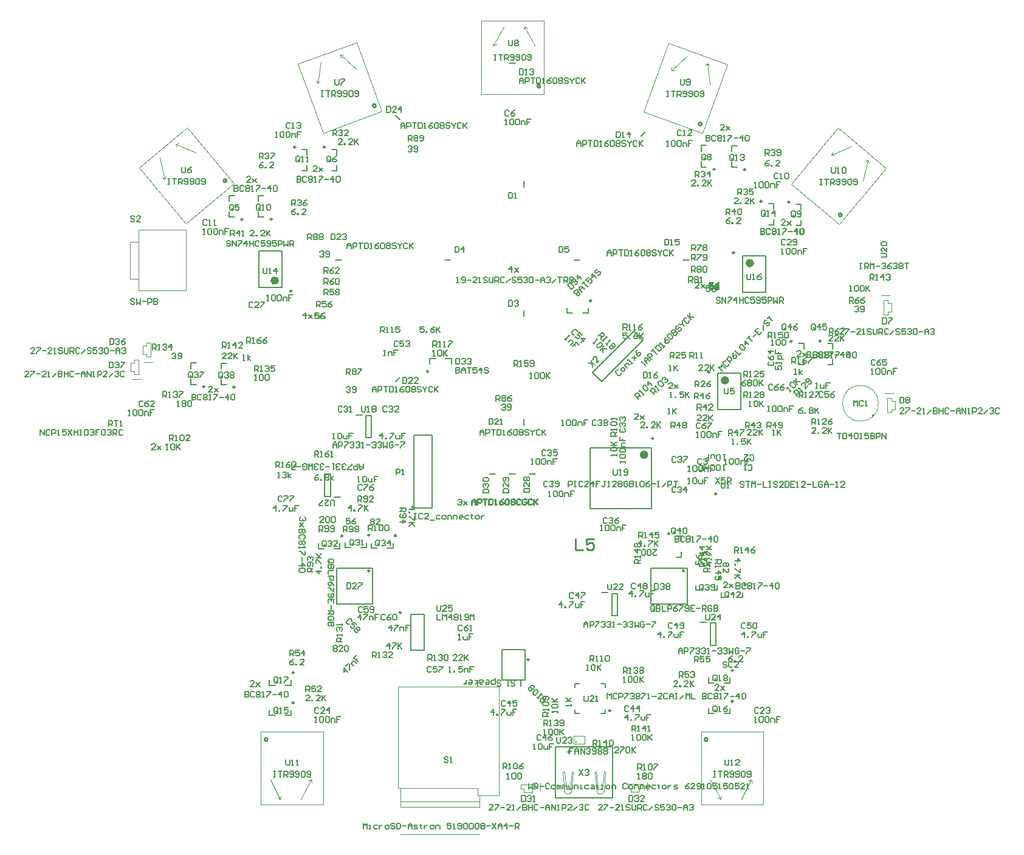
<source format=gto>
G04*
G04 #@! TF.GenerationSoftware,Altium Limited,Altium Designer,18.1.9 (240)*
G04*
G04 Layer_Color=65535*
%FSLAX44Y44*%
%MOMM*%
G71*
G01*
G75*
%ADD10C,0.2500*%
%ADD11C,0.2540*%
%ADD12C,0.6000*%
%ADD13C,0.1000*%
%ADD14C,0.1016*%
%ADD15C,0.2000*%
%ADD16C,0.1270*%
%ADD17C,0.1500*%
D10*
X801250Y551250D02*
G03*
X801250Y551250I-1250J0D01*
G01*
X1239715Y551250D02*
G03*
X1239715Y551250I-1250J0D01*
G01*
X1284500Y658499D02*
G03*
X1284500Y658499I-1250J0D01*
G01*
X1430000Y871250D02*
G03*
X1430000Y871250I-1250J0D01*
G01*
X1219250Y603000D02*
G03*
X1219250Y603000I-1250J0D01*
G01*
X1325214Y531500D02*
G03*
X1325214Y531500I-1250J0D01*
G01*
X1290000Y541750D02*
G03*
X1290000Y541750I-1250J0D01*
G01*
X1307750Y369500D02*
G03*
X1307750Y369500I-1250J0D01*
G01*
X1307750Y412500D02*
G03*
X1307750Y412500I-1250J0D01*
G01*
X695750Y367250D02*
G03*
X695750Y367250I-1250J0D01*
G01*
Y409250D02*
G03*
X695750Y409250I-1250J0D01*
G01*
X838250Y600250D02*
G03*
X838250Y600250I-1250J0D01*
G01*
X801250Y601000D02*
G03*
X801250Y601000I-1250J0D01*
G01*
X763750Y599750D02*
G03*
X763750Y599750I-1250J0D01*
G01*
X1386250Y1065000D02*
G03*
X1386250Y1065000I-1250J0D01*
G01*
X1347750Y1066000D02*
G03*
X1347750Y1066000I-1250J0D01*
G01*
X1324750Y1110250D02*
G03*
X1324750Y1110250I-1250J0D01*
G01*
X1282250Y1110750D02*
G03*
X1282250Y1110750I-1250J0D01*
G01*
X698000Y1141500D02*
G03*
X698000Y1141500I-1250J0D01*
G01*
X739000D02*
G03*
X739000Y1141500I-1250J0D01*
G01*
X665250Y1041000D02*
G03*
X665250Y1041000I-1250J0D01*
G01*
X624500Y1040750D02*
G03*
X624500Y1040750I-1250J0D01*
G01*
X692750Y941086D02*
G03*
X692750Y941086I-1250J0D01*
G01*
X1110250Y927500D02*
G03*
X1110250Y927500I-1250J0D01*
G01*
X883250Y829000D02*
G03*
X883250Y829000I-1250J0D01*
G01*
X613500Y807250D02*
G03*
X613500Y807250I-1250J0D01*
G01*
X571250Y807750D02*
G03*
X571250Y807750I-1250J0D01*
G01*
X1389750Y871000D02*
G03*
X1389750Y871000I-1250J0D01*
G01*
X845250Y492800D02*
G03*
X845250Y492800I-1250J0D01*
G01*
X1137000Y356250D02*
G03*
X1137000Y356250I-1250J0D01*
G01*
X1309500Y994315D02*
G03*
X1309500Y994315I-1250J0D01*
G01*
X1275000Y827750D02*
G03*
X1275000Y827750I-1250J0D01*
G01*
X1196750Y735750D02*
G03*
X1196750Y735750I-1250J0D01*
G01*
X1023250Y427400D02*
G03*
X1023250Y427400I-1250J0D01*
G01*
D11*
X659023Y316003D02*
G03*
X659023Y316003I-2236J0D01*
G01*
X602019Y1094610D02*
G03*
X602019Y1094610I-2236J0D01*
G01*
X809949Y1199085D02*
G03*
X809949Y1199085I-2236J0D01*
G01*
X1039236Y1226500D02*
G03*
X1039236Y1226500I-2236J0D01*
G01*
X1264060Y1173775D02*
G03*
X1264060Y1173775I-2236J0D01*
G01*
X1459140Y1047044D02*
G03*
X1459140Y1047044I-2236J0D01*
G01*
X1272253Y316003D02*
G03*
X1272253Y316003I-2236J0D01*
G01*
X1088633Y312463D02*
G03*
X1088633Y312463I-250J0D01*
G01*
X1080000Y299000D02*
G03*
X1080000Y299000I-1200J0D01*
G01*
X1088250Y594985D02*
Y579750D01*
X1098407D01*
X1113642Y594985D02*
X1103485D01*
Y587368D01*
X1108563Y589907D01*
X1111103D01*
X1113642Y587368D01*
Y582289D01*
X1111103Y579750D01*
X1106024D01*
X1103485Y582289D01*
D12*
X672000Y955586D02*
G03*
X672000Y955586I-3000J0D01*
G01*
X1333750Y979815D02*
G03*
X1333750Y979815I-3000J0D01*
G01*
X1299250Y816500D02*
G03*
X1299250Y816500I-3000J0D01*
G01*
X1186500Y712750D02*
G03*
X1186500Y712750I-3000J0D01*
G01*
D13*
X1510000Y784500D02*
G03*
X1510000Y784500I-25000J0D01*
G01*
X649786Y327003D02*
X736786D01*
Y225003D02*
Y327003D01*
X649786Y225003D02*
X736786D01*
X649786D02*
Y327003D01*
X662787Y260003D02*
X676787Y233003D01*
X672787Y235003D02*
X676787Y233003D01*
X677786Y237003D01*
X719786Y260003D02*
X720787Y256003D01*
X715786Y258003D02*
X719786Y260003D01*
X705786Y233003D02*
X719786Y260003D01*
X508895Y1126695D02*
X515526Y1097013D01*
X517305Y1101116D01*
X512189Y1099434D02*
X515526Y1097013D01*
X531110Y1145336D02*
X532916Y1141629D01*
X531110Y1145336D02*
X535460Y1146375D01*
X531110Y1145336D02*
X559190Y1133651D01*
X546651Y1168819D02*
X612216Y1090683D01*
X480006Y1112897D02*
X546651Y1168819D01*
X480006Y1112897D02*
X545570Y1034761D01*
X612216Y1090683D01*
X736300Y1161387D02*
X818053Y1191142D01*
X701414Y1257235D02*
X736300Y1161387D01*
X701414Y1257235D02*
X783167Y1286991D01*
X818053Y1191142D01*
X760532Y1270239D02*
X782922Y1249655D01*
X760532Y1270239D02*
X764974Y1269727D01*
X760532Y1270239D02*
X760960Y1266138D01*
X727052Y1233577D02*
X729360Y1230160D01*
X732434Y1233408D01*
X729360Y1230160D02*
X733281Y1260320D01*
X974000Y1282500D02*
X988000Y1309500D01*
X974000Y1282500D02*
X978000Y1284500D01*
X973000Y1286500D02*
X974000Y1282500D01*
X1016000Y1305500D02*
X1017000Y1309500D01*
X1021000Y1307500D01*
X1017000Y1309500D02*
X1031000Y1282500D01*
X1044000Y1215500D02*
Y1317500D01*
X957000D02*
X1044000D01*
X957000Y1215500D02*
Y1317500D01*
Y1215500D02*
X1044000D01*
X1182886Y1190800D02*
X1264640Y1161045D01*
X1182886Y1190800D02*
X1217772Y1286649D01*
X1299526Y1256893D01*
X1264640Y1161045D02*
X1299526Y1256893D01*
X1271418Y1258610D02*
X1275339Y1228450D01*
X1271418Y1258610D02*
X1274492Y1255363D01*
X1269110Y1255193D02*
X1271418Y1258610D01*
X1221777Y1247945D02*
X1222205Y1252046D01*
X1221777Y1247945D02*
X1226219Y1248456D01*
X1221777Y1247945D02*
X1244167Y1268529D01*
X1444640Y1130437D02*
X1472720Y1142122D01*
X1444640Y1130437D02*
X1448990Y1129398D01*
X1444640Y1130437D02*
X1446445Y1134145D01*
X1491598Y1121060D02*
X1494935Y1123481D01*
X1496713Y1119378D01*
X1488304Y1093799D02*
X1494935Y1123481D01*
X1455196Y1034118D02*
X1520760Y1112254D01*
X1454115Y1168177D02*
X1520760Y1112254D01*
X1388550Y1090040D02*
X1454115Y1168177D01*
X1388550Y1090040D02*
X1455196Y1034118D01*
X1263017Y327003D02*
X1350017D01*
Y225003D02*
Y327003D01*
X1263017Y225003D02*
X1350017D01*
X1263017D02*
Y327003D01*
X1276018Y260003D02*
X1290018Y233003D01*
X1286017Y235003D02*
X1290018Y233003D01*
X1291017Y237003D01*
X1333017Y260003D02*
X1334017Y256003D01*
X1329017Y258003D02*
X1333017Y260003D01*
X1319017Y233003D02*
X1333017Y260003D01*
X1039000Y244000D02*
Y256000D01*
X1032000Y247000D02*
Y253000D01*
X1016000Y242000D02*
X1028000D01*
X1016000D02*
Y247000D01*
X1012000D02*
X1016000D01*
X1012000D02*
Y253000D01*
X1032000D01*
X1028000Y247000D02*
X1032000D01*
X1028000Y242000D02*
Y247000D01*
X1177000Y243000D02*
Y248000D01*
X1181000D01*
X1161000Y254000D02*
X1181000D01*
X1161000Y248000D02*
Y254000D01*
Y248000D02*
X1165000D01*
Y243000D02*
Y248000D01*
Y243000D02*
X1177000D01*
X1181000Y248000D02*
Y254000D01*
X1188000Y245000D02*
Y257000D01*
X470500Y818250D02*
X482500D01*
X473500Y825250D02*
X479500D01*
X468500Y829250D02*
Y841250D01*
X473500D01*
Y845250D01*
X479500D01*
Y825250D02*
Y845250D01*
X473500Y825250D02*
Y829250D01*
X468500D02*
X473500D01*
X1085883Y309963D02*
Y320963D01*
X1100883D01*
Y309963D02*
Y320963D01*
X1085883Y309963D02*
X1100883D01*
X1514000Y935000D02*
X1526000D01*
X1517000Y928000D02*
X1523000D01*
X1528000Y912000D02*
Y924000D01*
X1523000Y912000D02*
X1528000D01*
X1523000Y908000D02*
Y912000D01*
X1517000Y908000D02*
X1523000D01*
X1517000D02*
Y928000D01*
X1523000Y924000D02*
Y928000D01*
Y924000D02*
X1528000D01*
X1528000Y788000D02*
X1533000D01*
X1528000D02*
Y792000D01*
X1522000Y772000D02*
Y792000D01*
Y772000D02*
X1528000D01*
Y776000D01*
X1533000D01*
Y788000D01*
X1522000Y792000D02*
X1528000D01*
X1519000Y799000D02*
X1531000D01*
X841150Y390000D02*
X981150D01*
Y238000D02*
Y390000D01*
X952150Y238000D02*
X981150D01*
X952150D02*
Y248000D01*
X841150D02*
X952150D01*
X841150D02*
Y390000D01*
X954150Y222000D02*
Y238000D01*
X844150Y230000D02*
X954150D01*
X844150Y222000D02*
Y248000D01*
Y184000D02*
X954150D01*
X844150Y222000D02*
X954150D01*
X487000Y842000D02*
X499000D01*
X490000Y849000D02*
X496000D01*
X485000Y853000D02*
Y865000D01*
X490000D01*
Y869000D01*
X496000D01*
Y849000D02*
Y869000D01*
X490000Y849000D02*
Y853000D01*
X485000D02*
X490000D01*
X479500Y1026000D02*
X545500D01*
X479500Y942000D02*
Y1026000D01*
Y942000D02*
X545500D01*
Y1026000D01*
X467500Y1009000D02*
X479500D01*
X467500Y958000D02*
Y1009000D01*
Y958000D02*
X479500D01*
X1501250Y765922D02*
Y768750D01*
X1501957Y768043D02*
X1503371D01*
X1501250Y765922D02*
X1504078Y768750D01*
X1501957Y768043D02*
X1501957Y766629D01*
X1501250Y768750D02*
X1504078D01*
D14*
X1117650Y243217D02*
G03*
X1119726Y240622I2939J223D01*
G01*
X1119725Y240622D02*
G03*
X1125436Y240622I2855J9311D01*
G01*
X1125437Y240622D02*
G03*
X1127514Y243217I-863J2818D01*
G01*
X1080274Y240622D02*
G03*
X1082350Y243217I-863J2818D01*
G01*
X1074561Y240622D02*
G03*
X1080272Y240622I2855J9311D01*
G01*
X1072486Y243217D02*
G03*
X1074563Y240622I2939J223D01*
G01*
X1127513Y270730D02*
X1129588D01*
X1124917Y246849D02*
X1127513Y270730D01*
X1119726Y246849D02*
X1124917D01*
X1117130Y270730D02*
X1119726Y246849D01*
X1115052Y270730D02*
X1117130D01*
X1115052D02*
X1117651Y243217D01*
X1127513D02*
X1129588Y270730D01*
X1070409D02*
X1072487D01*
X1075080Y246849D01*
X1080274D01*
X1082868Y270730D01*
X1084945D01*
X1082349Y243217D02*
X1084945Y270730D01*
X1070409D02*
X1072487Y243217D01*
D15*
X755000Y555000D02*
X805000D01*
X755000Y505000D02*
X805000D01*
Y555000D01*
X755000Y505000D02*
Y555000D01*
X1193465Y505000D02*
Y555000D01*
X1243465Y505000D02*
Y555000D01*
X1193465Y505000D02*
X1243465D01*
X1193465Y555000D02*
X1243465D01*
X1446250Y838250D02*
Y846250D01*
X1439250Y838250D02*
X1446250D01*
Y860250D02*
Y868250D01*
X1439250D02*
X1446250D01*
X751715Y653983D02*
X760215D01*
X738465Y654983D02*
Y685983D01*
X746464Y654983D02*
Y685983D01*
X738465D02*
X746464D01*
X738465Y654983D02*
X746464D01*
X1228500Y600000D02*
X1235500Y600000D01*
Y592000D02*
Y600000D01*
X1228500Y570000D02*
X1235500D01*
X1235500Y578000D01*
X1320965Y514000D02*
Y521000D01*
X1312965Y514000D02*
X1320965D01*
X1290964Y521000D02*
X1290964Y514000D01*
X1298965Y514000D01*
X1285750Y524250D02*
Y531250D01*
X1277750Y524250D02*
X1285750D01*
X1255750D02*
X1255750Y531250D01*
X1255750Y524250D02*
X1263750D01*
X968000Y686000D02*
X976000D01*
X996000D02*
X1004000D01*
X1024000D02*
X1032000D01*
X1273500Y352000D02*
X1281500D01*
X1273500D02*
Y359000D01*
X1295500Y352000D02*
X1303500D01*
Y359000D01*
X1273500Y395000D02*
X1281500D01*
X1273500D02*
Y402000D01*
X1295500Y395000D02*
X1303500D01*
Y402000D01*
X661500Y349750D02*
X669500D01*
X661500D02*
Y356750D01*
X683500Y349750D02*
X691500D01*
Y356750D01*
X661500Y391750D02*
X669500D01*
X661500D02*
Y398750D01*
X683500Y391750D02*
X691500D01*
Y398750D01*
X804000Y582750D02*
X812000D01*
X804000D02*
Y589750D01*
X826000Y582750D02*
X834000D01*
Y589750D01*
X767000Y583500D02*
X775000D01*
X767000D02*
Y590500D01*
X789000Y583500D02*
X797000D01*
Y590500D01*
X729500Y582250D02*
X737500D01*
X729500D02*
Y589250D01*
X751500Y582250D02*
X759500D01*
Y589250D01*
X1016000Y754000D02*
Y762000D01*
X1124750Y520500D02*
X1133250D01*
X1146500Y488500D02*
Y519500D01*
X1138500Y488500D02*
Y519500D01*
Y488500D02*
X1146500D01*
X1138500Y519500D02*
X1146500D01*
X1238000Y984000D02*
X1246000D01*
X1402500Y1032000D02*
Y1040000D01*
X1395500Y1032000D02*
X1402500D01*
Y1054000D02*
Y1062000D01*
X1395500D02*
X1402500D01*
X1364000Y1033000D02*
Y1041000D01*
X1357000Y1033000D02*
X1364000D01*
Y1055000D02*
Y1063000D01*
X1357000D02*
X1364000D01*
X1306000Y1135250D02*
Y1143250D01*
X1313000D01*
X1306000Y1113250D02*
Y1121250D01*
Y1113250D02*
X1313000D01*
X1263500Y1135750D02*
Y1143750D01*
X1270500D01*
X1263500Y1113750D02*
Y1121750D01*
Y1113750D02*
X1270500D01*
X1179605Y1156978D02*
X1185262Y1162635D01*
X996000Y1258000D02*
X1004000D01*
X837365Y1185262D02*
X843022Y1179605D01*
X714250Y1108500D02*
Y1116500D01*
X707250Y1108500D02*
X714250D01*
Y1130500D02*
Y1138500D01*
X707250Y1138500D02*
X714250Y1138500D01*
X755250Y1108500D02*
Y1116500D01*
X748250Y1108500D02*
X755250D01*
Y1130500D02*
Y1138500D01*
X748250Y1138500D02*
X755250Y1138500D01*
X646500Y1066000D02*
Y1074000D01*
X653500D01*
X646500Y1044000D02*
Y1052000D01*
Y1044000D02*
X653500D01*
X605750Y1065750D02*
Y1073750D01*
X612750D01*
X605750Y1043750D02*
Y1051750D01*
Y1043750D02*
X612750D01*
X1086000Y984000D02*
X1094000D01*
X906000D02*
X914000D01*
X754000D02*
X762000D01*
X679000Y945586D02*
Y996586D01*
X647000Y945586D02*
Y996586D01*
Y945586D02*
X679000D01*
X647000Y996586D02*
X679000D01*
X1179485Y842892D02*
X1185142Y837236D01*
X1076000Y910000D02*
X1084000Y910000D01*
X1076000Y910000D02*
Y917000D01*
X1098000Y910000D02*
X1106000D01*
Y917000D01*
X1016000Y906000D02*
Y914000D01*
X907000Y846500D02*
X915000D01*
Y839500D02*
Y846500D01*
X885000D02*
X893000D01*
X885000Y839500D02*
Y846500D01*
X837485Y814608D02*
X843142Y820265D01*
X782000Y768500D02*
X790500D01*
X803750Y736500D02*
Y767500D01*
X795750Y736500D02*
Y767500D01*
Y736500D02*
X803750D01*
X795750Y767500D02*
X803750D01*
X594750Y832250D02*
Y840250D01*
X601750D01*
X594750Y810250D02*
Y818250D01*
Y810250D02*
X601750D01*
X552500Y832750D02*
Y840750D01*
X559500Y840751D01*
X552500Y810750D02*
Y818750D01*
Y810750D02*
X559500D01*
X1406000Y838000D02*
Y846000D01*
X1399000Y838000D02*
X1406000D01*
Y860000D02*
Y868000D01*
X1399000D02*
X1406000D01*
X859000Y440250D02*
Y490250D01*
X877000Y440250D02*
Y490250D01*
X859000D02*
X877000D01*
X859000Y440250D02*
X877000D01*
X1261997Y479499D02*
X1270496D01*
X1283746Y447499D02*
Y478499D01*
X1275747Y447499D02*
Y478499D01*
Y447499D02*
X1283746D01*
X1275747Y478499D02*
X1283746D01*
X1129250Y352250D02*
Y357750D01*
X1123750Y352250D02*
X1129250D01*
Y388750D02*
Y394250D01*
X1123750D02*
X1129250D01*
X1087250Y388750D02*
Y394250D01*
X1092750D01*
X1087250Y352250D02*
Y357750D01*
Y352250D02*
X1092750D01*
X1320750Y938815D02*
Y989815D01*
X1352750Y938815D02*
Y989815D01*
X1320750D02*
X1352750D01*
X1320750Y938815D02*
X1352750D01*
X1286250Y775500D02*
Y826500D01*
X1318250Y775500D02*
Y826500D01*
X1286250D02*
X1318250D01*
X1286250Y775500D02*
X1318250D01*
X1124539Y814311D02*
X1182169Y871941D01*
X1111812Y827039D02*
X1124539Y814311D01*
X1169441Y884669D02*
X1182169Y871941D01*
X1111812Y827039D02*
X1169441Y884669D01*
X1016000Y1086000D02*
Y1094000D01*
X1108500Y722750D02*
X1193500D01*
X1108500Y637750D02*
X1193500D01*
Y722750D01*
X1108500Y637750D02*
Y722750D01*
X862800Y638650D02*
X888200D01*
X862800D02*
Y740250D01*
X888200Y638650D02*
Y740250D01*
X862800Y740250D02*
X888200Y740250D01*
X986000Y399150D02*
X986000Y441150D01*
X1018000D02*
X1018000Y399150D01*
X986000D02*
X1018000D01*
X986000Y441150D02*
X1018000D01*
D16*
X1060000Y234500D02*
X1140000D01*
Y305500D01*
X1060000D02*
X1140000D01*
X1060000Y234500D02*
Y305500D01*
D17*
X924000Y649415D02*
X925333Y650748D01*
X927999D01*
X929332Y649415D01*
Y648082D01*
X927999Y646749D01*
X926666D01*
X927999D01*
X929332Y645416D01*
Y644083D01*
X927999Y642750D01*
X925333D01*
X924000Y644083D01*
X931998Y648082D02*
X937329Y642750D01*
X934663Y645416D01*
X937329Y648082D01*
X931998Y642750D01*
X1299582Y527250D02*
X1294250D01*
X1299582Y532582D01*
Y533914D01*
X1298249Y535247D01*
X1295583D01*
X1294250Y533914D01*
X1302247Y532582D02*
X1307579Y527250D01*
X1304913Y529916D01*
X1307579Y532582D01*
X1302247Y527250D01*
X1401832Y849500D02*
X1396500D01*
X1401832Y854832D01*
Y856165D01*
X1400499Y857498D01*
X1397833D01*
X1396500Y856165D01*
X1404497Y854832D02*
X1409829Y849500D01*
X1407163Y852166D01*
X1409829Y854832D01*
X1404497Y849500D01*
X1287832Y385000D02*
X1282500D01*
X1287832Y390332D01*
Y391665D01*
X1286499Y392998D01*
X1283833D01*
X1282500Y391665D01*
X1290497Y390332D02*
X1295829Y385000D01*
X1293163Y387666D01*
X1295829Y390332D01*
X1290497Y385000D01*
X640332Y390000D02*
X635000D01*
X640332Y395332D01*
Y396665D01*
X638999Y397998D01*
X636333D01*
X635000Y396665D01*
X642997Y395332D02*
X648329Y390000D01*
X645663Y392666D01*
X648329Y395332D01*
X642997Y390000D01*
X710415Y626000D02*
X711747Y624667D01*
Y622001D01*
X710415Y620668D01*
X709082D01*
X707749Y622001D01*
Y623334D01*
Y622001D01*
X706416Y620668D01*
X705083D01*
X703750Y622001D01*
Y624667D01*
X705083Y626000D01*
X709082Y618003D02*
X703750Y612671D01*
X706416Y615337D01*
X709082Y612671D01*
X703750Y618003D01*
X1175332Y762000D02*
X1170000D01*
X1175332Y767332D01*
Y768664D01*
X1173999Y769997D01*
X1171333D01*
X1170000Y768664D01*
X1177997Y767332D02*
X1183329Y762000D01*
X1180663Y764666D01*
X1183329Y767332D01*
X1177997Y762000D01*
X1260332Y945000D02*
X1255000D01*
X1260332Y950332D01*
Y951665D01*
X1258999Y952998D01*
X1256333D01*
X1255000Y951665D01*
X1262997Y950332D02*
X1268329Y945000D01*
X1265663Y947666D01*
X1268329Y950332D01*
X1262997Y945000D01*
X1380332Y1032500D02*
X1375000D01*
X1380332Y1037832D01*
Y1039165D01*
X1378999Y1040498D01*
X1376333D01*
X1375000Y1039165D01*
X1382997Y1037832D02*
X1388329Y1032500D01*
X1385663Y1035166D01*
X1388329Y1037832D01*
X1382997Y1032500D01*
X1295332Y1165000D02*
X1290000D01*
X1295332Y1170332D01*
Y1171665D01*
X1293999Y1172998D01*
X1291333D01*
X1290000Y1171665D01*
X1297997Y1170332D02*
X1303329Y1165000D01*
X1300663Y1167666D01*
X1303329Y1170332D01*
X1297997Y1165000D01*
X727832Y1107500D02*
X722500D01*
X727832Y1112832D01*
Y1114165D01*
X726499Y1115498D01*
X723833D01*
X722500Y1114165D01*
X730497Y1112832D02*
X735829Y1107500D01*
X733163Y1110166D01*
X735829Y1112832D01*
X730497Y1107500D01*
X635332Y1092500D02*
X630000D01*
X635332Y1097832D01*
Y1099165D01*
X633999Y1100498D01*
X631333D01*
X630000Y1099165D01*
X637998Y1097832D02*
X643329Y1092500D01*
X640663Y1095166D01*
X643329Y1097832D01*
X637998Y1092500D01*
X998999Y967500D02*
Y975498D01*
X995000Y971499D01*
X1000332D01*
X1002998Y972832D02*
X1008329Y967500D01*
X1005663Y970166D01*
X1008329Y972832D01*
X1002998Y967500D01*
X712249Y902750D02*
Y910748D01*
X708250Y906749D01*
X713582D01*
X716247Y908082D02*
X721579Y902750D01*
X718913Y905416D01*
X721579Y908082D01*
X716247Y902750D01*
X1223299Y805000D02*
X1217968D01*
X1223299Y810332D01*
Y811665D01*
X1221966Y812998D01*
X1219301D01*
X1217968Y811665D01*
X1225965Y810332D02*
X1231297Y805000D01*
X1228631Y807666D01*
X1231297Y810332D01*
X1225965Y805000D01*
X502832Y720000D02*
X497500D01*
X502832Y725332D01*
Y726665D01*
X501499Y727998D01*
X498833D01*
X497500Y726665D01*
X505497Y725332D02*
X510829Y720000D01*
X508163Y722666D01*
X510829Y725332D01*
X505497Y720000D01*
X582082Y800250D02*
X576750D01*
X582082Y805582D01*
Y806915D01*
X580749Y808247D01*
X578083D01*
X576750Y806915D01*
X584747Y805582D02*
X590079Y800250D01*
X587413Y802916D01*
X590079Y805582D01*
X584747Y800250D01*
X1176386Y596991D02*
Y604989D01*
X1180385D01*
X1181718Y603656D01*
Y600990D01*
X1180385Y599657D01*
X1176386D01*
X1179052D02*
X1181718Y596991D01*
X1184383D02*
X1187049D01*
X1185716D01*
Y604989D01*
X1184383Y603656D01*
X1195047Y596991D02*
Y604989D01*
X1191048Y600990D01*
X1196379D01*
X1204377Y604989D02*
X1199045D01*
Y600990D01*
X1201711Y602323D01*
X1203044D01*
X1204377Y600990D01*
Y598324D01*
X1203044Y596991D01*
X1200378D01*
X1199045Y598324D01*
X1179385Y585250D02*
Y593247D01*
X1175386Y589249D01*
X1180717D01*
X1183383Y585250D02*
Y586583D01*
X1184716D01*
Y585250D01*
X1183383D01*
X1190048Y593247D02*
X1195379D01*
Y591914D01*
X1190048Y586583D01*
Y585250D01*
X1198045Y593247D02*
Y585250D01*
Y587916D01*
X1203377Y593247D01*
X1199378Y589249D01*
X1203377Y585250D01*
X1422082Y888333D02*
Y893665D01*
X1420749Y894998D01*
X1418083D01*
X1416750Y893665D01*
Y888333D01*
X1418083Y887000D01*
X1420749D01*
X1419416Y889666D02*
X1422082Y887000D01*
X1420749D02*
X1422082Y888333D01*
X1428746Y887000D02*
Y894998D01*
X1424747Y890999D01*
X1430079D01*
X1438076Y894998D02*
X1432745D01*
Y890999D01*
X1435411Y892332D01*
X1436744D01*
X1438076Y890999D01*
Y888333D01*
X1436744Y887000D01*
X1434078D01*
X1432745Y888333D01*
X1419500Y855998D02*
Y848000D01*
X1423499D01*
X1424832Y849333D01*
Y850666D01*
X1423499Y851999D01*
X1419500D01*
X1423499D01*
X1424832Y853332D01*
Y854665D01*
X1423499Y855998D01*
X1419500D01*
X1432829Y854665D02*
X1431496Y855998D01*
X1428830D01*
X1427497Y854665D01*
Y849333D01*
X1428830Y848000D01*
X1431496D01*
X1432829Y849333D01*
X1435495Y854665D02*
X1436828Y855998D01*
X1439494D01*
X1440827Y854665D01*
Y853332D01*
X1439494Y851999D01*
X1440827Y850666D01*
Y849333D01*
X1439494Y848000D01*
X1436828D01*
X1435495Y849333D01*
Y850666D01*
X1436828Y851999D01*
X1435495Y853332D01*
Y854665D01*
X1436828Y851999D02*
X1439494D01*
X1443492Y848000D02*
X1446158D01*
X1444825D01*
Y855998D01*
X1443492Y854665D01*
X1450157Y855998D02*
X1455488D01*
Y854665D01*
X1450157Y849333D01*
Y848000D01*
X1458154Y851999D02*
X1463486D01*
X1470150Y848000D02*
Y855998D01*
X1466152Y851999D01*
X1471483D01*
X1474149Y854665D02*
X1475482Y855998D01*
X1478148D01*
X1479481Y854665D01*
Y849333D01*
X1478148Y848000D01*
X1475482D01*
X1474149Y849333D01*
Y854665D01*
X679332Y654165D02*
X677999Y655497D01*
X675333D01*
X674000Y654165D01*
Y648833D01*
X675333Y647500D01*
X677999D01*
X679332Y648833D01*
X681997Y655497D02*
X687329D01*
Y654165D01*
X681997Y648833D01*
Y647500D01*
X689995Y655497D02*
X695326D01*
Y654165D01*
X689995Y648833D01*
Y647500D01*
X670499Y634250D02*
Y642247D01*
X666500Y638249D01*
X671832D01*
X674497Y634250D02*
Y635583D01*
X675830D01*
Y634250D01*
X674497D01*
X681162Y642247D02*
X686494D01*
Y640915D01*
X681162Y635583D01*
Y634250D01*
X689159Y639582D02*
Y635583D01*
X690492Y634250D01*
X694491D01*
Y639582D01*
X702488Y642247D02*
X697157D01*
Y638249D01*
X699823D01*
X697157D01*
Y634250D01*
X790582Y669914D02*
X789249Y671247D01*
X786583D01*
X785250Y669914D01*
Y664583D01*
X786583Y663250D01*
X789249D01*
X790582Y664583D01*
X793247Y671247D02*
X798579D01*
Y669914D01*
X793247Y664583D01*
Y663250D01*
X806577Y671247D02*
X803911Y669914D01*
X801245Y667249D01*
Y664583D01*
X802578Y663250D01*
X805244D01*
X806577Y664583D01*
Y665916D01*
X805244Y667249D01*
X801245D01*
X784750Y674750D02*
X787416D01*
X786083D01*
Y682747D01*
X784750Y681414D01*
X791414D02*
X792747Y682747D01*
X795413D01*
X796746Y681414D01*
Y676083D01*
X795413Y674750D01*
X792747D01*
X791414Y676083D01*
Y681414D01*
X799412Y680082D02*
Y676083D01*
X800745Y674750D01*
X804744D01*
Y680082D01*
X812741Y682747D02*
X807409D01*
Y678749D01*
X810075D01*
X807409D01*
Y674750D01*
X752215Y641985D02*
Y648650D01*
X750882Y649983D01*
X748216D01*
X746883Y648650D01*
Y641985D01*
X738885Y649983D02*
X744217D01*
X738885Y644651D01*
Y643318D01*
X740218Y641985D01*
X742884D01*
X744217Y643318D01*
X736220Y641985D02*
X730888D01*
Y643318D01*
X736220Y648650D01*
Y649983D01*
X792215Y699983D02*
Y694651D01*
X789549Y691985D01*
X786883Y694651D01*
Y699983D01*
Y695984D01*
X792215D01*
X784217Y699983D02*
Y691985D01*
X780218D01*
X778885Y693318D01*
Y695984D01*
X780218Y697317D01*
X784217D01*
X776220Y691985D02*
X770888D01*
Y693318D01*
X776220Y698650D01*
Y699983D01*
X768222Y693318D02*
X766889Y691985D01*
X764223D01*
X762891Y693318D01*
Y694651D01*
X764223Y695984D01*
X765556D01*
X764223D01*
X762891Y697317D01*
Y698650D01*
X764223Y699983D01*
X766889D01*
X768222Y698650D01*
X760225Y693318D02*
X758892Y691985D01*
X756226D01*
X754893Y693318D01*
Y694651D01*
X756226Y695984D01*
X757559D01*
X756226D01*
X754893Y697317D01*
Y698650D01*
X756226Y699983D01*
X758892D01*
X760225Y698650D01*
X752227Y699983D02*
X749562D01*
X750894D01*
Y691985D01*
X752227Y693318D01*
X745563Y695984D02*
X740231D01*
X737566Y693318D02*
X736233Y691985D01*
X733567D01*
X732234Y693318D01*
Y694651D01*
X733567Y695984D01*
X734900D01*
X733567D01*
X732234Y697317D01*
Y698650D01*
X733567Y699983D01*
X736233D01*
X737566Y698650D01*
X729568Y693318D02*
X728235Y691985D01*
X725569D01*
X724236Y693318D01*
Y694651D01*
X725569Y695984D01*
X726902D01*
X725569D01*
X724236Y697317D01*
Y698650D01*
X725569Y699983D01*
X728235D01*
X729568Y698650D01*
X721571Y691985D02*
Y699983D01*
X718905Y697317D01*
X716239Y699983D01*
Y691985D01*
X708242Y693318D02*
X709575Y691985D01*
X712240D01*
X713573Y693318D01*
Y698650D01*
X712240Y699983D01*
X709575D01*
X708242Y698650D01*
Y695984D01*
X710907D01*
X705576D02*
X700244D01*
X697578Y691985D02*
X692247D01*
Y693318D01*
X697578Y698650D01*
Y699983D01*
X1283000Y566250D02*
X1290997D01*
Y562251D01*
X1289664Y560918D01*
X1286999D01*
X1285666Y562251D01*
Y566250D01*
Y563584D02*
X1283000Y560918D01*
Y558253D02*
Y555587D01*
Y556920D01*
X1290997D01*
X1289664Y558253D01*
X1283000Y547589D02*
X1290997D01*
X1286999Y551588D01*
Y546256D01*
X1284333Y543591D02*
X1283000Y542258D01*
Y539592D01*
X1284333Y538259D01*
X1289664D01*
X1290997Y539592D01*
Y542258D01*
X1289664Y543591D01*
X1288332D01*
X1286999Y542258D01*
Y538259D01*
X1300414Y562250D02*
X1301747Y560917D01*
Y558251D01*
X1300414Y556918D01*
X1299082D01*
X1297749Y558251D01*
X1296416Y556918D01*
X1295083D01*
X1293750Y558251D01*
Y560917D01*
X1295083Y562250D01*
X1296416D01*
X1297749Y560917D01*
X1299082Y562250D01*
X1300414D01*
X1297749Y560917D02*
Y558251D01*
X1293750Y548921D02*
Y554253D01*
X1299082Y548921D01*
X1300414D01*
X1301747Y550254D01*
Y552920D01*
X1300414Y554253D01*
X1178250Y561535D02*
X1170253D01*
Y565534D01*
X1171585Y566867D01*
X1174251D01*
X1175584Y565534D01*
Y561535D01*
Y564201D02*
X1178250Y566867D01*
Y569533D02*
Y572198D01*
Y570866D01*
X1170253D01*
X1171585Y569533D01*
X1178250Y580196D02*
X1170253D01*
X1174251Y576197D01*
Y581529D01*
X1171585Y584194D02*
X1170253Y585527D01*
Y588193D01*
X1171585Y589526D01*
X1172918D01*
X1174251Y588193D01*
X1175584Y589526D01*
X1176917D01*
X1178250Y588193D01*
Y585527D01*
X1176917Y584194D01*
X1175584D01*
X1174251Y585527D01*
X1172918Y584194D01*
X1171585D01*
X1174251Y585527D02*
Y588193D01*
X1195918Y580785D02*
X1201250D01*
X1195918Y575454D01*
Y574121D01*
X1197251Y572788D01*
X1199917D01*
X1201250Y574121D01*
X1193253D02*
X1191920Y572788D01*
X1189254D01*
X1187921Y574121D01*
Y579452D01*
X1189254Y580785D01*
X1191920D01*
X1193253Y579452D01*
Y574121D01*
X1185255D02*
X1183922Y572788D01*
X1181256D01*
X1179923Y574121D01*
Y579452D01*
X1181256Y580785D01*
X1183922D01*
X1185255Y579452D01*
Y574121D01*
X1274750Y549500D02*
X1266753D01*
Y553499D01*
X1268085Y554832D01*
X1270751D01*
X1272084Y553499D01*
Y549500D01*
Y552166D02*
X1274750Y554832D01*
Y557497D02*
Y560163D01*
Y558830D01*
X1266753D01*
X1268085Y557497D01*
X1274750Y568161D02*
X1266753D01*
X1270751Y564162D01*
Y569494D01*
X1266753Y572159D02*
Y577491D01*
X1268085D01*
X1273417Y572159D01*
X1274750D01*
X1256003Y565087D02*
Y559755D01*
X1260001D01*
X1258668Y562421D01*
Y563754D01*
X1260001Y565087D01*
X1262667D01*
X1264000Y563754D01*
Y561088D01*
X1262667Y559755D01*
X1256003Y573084D02*
X1257336Y570418D01*
X1260001Y567753D01*
X1262667D01*
X1264000Y569086D01*
Y571751D01*
X1262667Y573084D01*
X1261334D01*
X1260001Y571751D01*
Y567753D01*
X1310000Y576250D02*
Y584247D01*
X1313999D01*
X1315332Y582915D01*
Y580249D01*
X1313999Y578916D01*
X1310000D01*
X1312666D02*
X1315332Y576250D01*
X1317997D02*
X1320663D01*
X1319330D01*
Y584247D01*
X1317997Y582915D01*
X1328661Y576250D02*
Y584247D01*
X1324662Y580249D01*
X1329994D01*
X1337991Y584247D02*
X1335325Y582915D01*
X1332659Y580249D01*
Y577583D01*
X1333992Y576250D01*
X1336658D01*
X1337991Y577583D01*
Y578916D01*
X1336658Y580249D01*
X1332659D01*
X1309750Y564501D02*
X1317747D01*
X1313749Y568500D01*
Y563168D01*
X1309750Y560503D02*
X1311083D01*
Y559170D01*
X1309750D01*
Y560503D01*
X1317747Y553838D02*
Y548506D01*
X1316414D01*
X1311083Y553838D01*
X1309750D01*
X1317747Y545841D02*
X1309750D01*
X1312416D01*
X1317747Y540509D01*
X1313749Y544508D01*
X1309750Y540509D01*
X1268750Y557464D02*
X1260753D01*
Y561463D01*
X1262085Y562796D01*
X1264751D01*
X1266084Y561463D01*
Y557464D01*
Y560130D02*
X1268750Y562796D01*
Y565462D02*
Y568127D01*
Y566795D01*
X1260753D01*
X1262085Y565462D01*
X1268750Y576125D02*
X1260753D01*
X1264751Y572126D01*
Y577458D01*
X1268750Y584122D02*
X1260753D01*
X1264751Y580123D01*
Y585455D01*
X1278000Y562499D02*
X1270003D01*
X1274001Y558500D01*
Y563832D01*
X1278000Y566497D02*
X1276667D01*
Y567830D01*
X1278000D01*
Y566497D01*
X1270003Y573162D02*
Y578494D01*
X1271336D01*
X1276667Y573162D01*
X1278000D01*
X1270003Y581159D02*
X1278000D01*
X1275334D01*
X1270003Y586491D01*
X1274001Y582492D01*
X1278000Y586491D01*
X1301774Y515333D02*
Y520664D01*
X1300441Y521997D01*
X1297775D01*
X1296443Y520664D01*
Y515333D01*
X1297775Y514000D01*
X1300441D01*
X1299108Y516666D02*
X1301774Y514000D01*
X1300441D02*
X1301774Y515333D01*
X1308439Y514000D02*
Y521997D01*
X1304440Y517999D01*
X1309772D01*
X1317769Y514000D02*
X1312437D01*
X1317769Y519332D01*
Y520664D01*
X1316436Y521997D01*
X1313770D01*
X1312437Y520664D01*
X1312000Y534247D02*
Y526250D01*
X1315999D01*
X1317332Y527583D01*
Y528916D01*
X1315999Y530249D01*
X1312000D01*
X1315999D01*
X1317332Y531582D01*
Y532915D01*
X1315999Y534247D01*
X1312000D01*
X1325329Y532915D02*
X1323996Y534247D01*
X1321330D01*
X1319997Y532915D01*
Y527583D01*
X1321330Y526250D01*
X1323996D01*
X1325329Y527583D01*
X1327995Y532915D02*
X1329328Y534247D01*
X1331994D01*
X1333327Y532915D01*
Y531582D01*
X1331994Y530249D01*
X1333327Y528916D01*
Y527583D01*
X1331994Y526250D01*
X1329328D01*
X1327995Y527583D01*
Y528916D01*
X1329328Y530249D01*
X1327995Y531582D01*
Y532915D01*
X1329328Y530249D02*
X1331994D01*
X1335992Y526250D02*
X1338658D01*
X1337325D01*
Y534247D01*
X1335992Y532915D01*
X1342657Y534247D02*
X1347988D01*
Y532915D01*
X1342657Y527583D01*
Y526250D01*
X1350654Y530249D02*
X1355986D01*
X1362650Y526250D02*
Y534247D01*
X1358652Y530249D01*
X1363983D01*
X1366649Y532915D02*
X1367982Y534247D01*
X1370648D01*
X1371981Y532915D01*
Y527583D01*
X1370648Y526250D01*
X1367982D01*
X1366649Y527583D01*
Y532915D01*
X1227082Y604333D02*
Y609664D01*
X1225749Y610997D01*
X1223083D01*
X1221750Y609664D01*
Y604333D01*
X1223083Y603000D01*
X1225749D01*
X1224416Y605666D02*
X1227082Y603000D01*
X1225749D02*
X1227082Y604333D01*
X1233746Y603000D02*
Y610997D01*
X1229747Y606999D01*
X1235079D01*
X1237745Y609664D02*
X1239078Y610997D01*
X1241744D01*
X1243076Y609664D01*
Y604333D01*
X1241744Y603000D01*
X1239078D01*
X1237745Y604333D01*
Y609664D01*
X1226500Y599247D02*
Y591250D01*
X1230499D01*
X1231832Y592583D01*
Y593916D01*
X1230499Y595249D01*
X1226500D01*
X1230499D01*
X1231832Y596582D01*
Y597915D01*
X1230499Y599247D01*
X1226500D01*
X1239829Y597915D02*
X1238496Y599247D01*
X1235830D01*
X1234497Y597915D01*
Y592583D01*
X1235830Y591250D01*
X1238496D01*
X1239829Y592583D01*
X1242495Y597915D02*
X1243828Y599247D01*
X1246494D01*
X1247827Y597915D01*
Y596582D01*
X1246494Y595249D01*
X1247827Y593916D01*
Y592583D01*
X1246494Y591250D01*
X1243828D01*
X1242495Y592583D01*
Y593916D01*
X1243828Y595249D01*
X1242495Y596582D01*
Y597915D01*
X1243828Y595249D02*
X1246494D01*
X1250492Y591250D02*
X1253158D01*
X1251825D01*
Y599247D01*
X1250492Y597915D01*
X1257157Y599247D02*
X1262488D01*
Y597915D01*
X1257157Y592583D01*
Y591250D01*
X1265154Y595249D02*
X1270486D01*
X1277150Y591250D02*
Y599247D01*
X1273152Y595249D01*
X1278483D01*
X1281149Y597915D02*
X1282482Y599247D01*
X1285148D01*
X1286481Y597915D01*
Y592583D01*
X1285148Y591250D01*
X1282482D01*
X1281149Y592583D01*
Y597915D01*
X1266082Y525583D02*
Y530914D01*
X1264749Y532247D01*
X1262083D01*
X1260750Y530914D01*
Y525583D01*
X1262083Y524250D01*
X1264749D01*
X1263416Y526916D02*
X1266082Y524250D01*
X1264749D02*
X1266082Y525583D01*
X1268747Y530914D02*
X1270080Y532247D01*
X1272746D01*
X1274079Y530914D01*
Y529582D01*
X1272746Y528249D01*
X1271413D01*
X1272746D01*
X1274079Y526916D01*
Y525583D01*
X1272746Y524250D01*
X1270080D01*
X1268747Y525583D01*
X1276745D02*
X1278078Y524250D01*
X1280744D01*
X1282077Y525583D01*
Y530914D01*
X1280744Y532247D01*
X1278078D01*
X1276745Y530914D01*
Y529582D01*
X1278078Y528249D01*
X1282077D01*
X1312000Y534247D02*
Y526250D01*
X1315999D01*
X1317332Y527583D01*
Y528916D01*
X1315999Y530249D01*
X1312000D01*
X1315999D01*
X1317332Y531582D01*
Y532915D01*
X1315999Y534247D01*
X1312000D01*
X1325329Y532915D02*
X1323996Y534247D01*
X1321330D01*
X1319997Y532915D01*
Y527583D01*
X1321330Y526250D01*
X1323996D01*
X1325329Y527583D01*
X1327995Y532915D02*
X1329328Y534247D01*
X1331994D01*
X1333327Y532915D01*
Y531582D01*
X1331994Y530249D01*
X1333327Y528916D01*
Y527583D01*
X1331994Y526250D01*
X1329328D01*
X1327995Y527583D01*
Y528916D01*
X1329328Y530249D01*
X1327995Y531582D01*
Y532915D01*
X1329328Y530249D02*
X1331994D01*
X1335992Y526250D02*
X1338658D01*
X1337325D01*
Y534247D01*
X1335992Y532915D01*
X1342657Y534247D02*
X1347988D01*
Y532915D01*
X1342657Y527583D01*
Y526250D01*
X1350654Y530249D02*
X1355986D01*
X1362650Y526250D02*
Y534247D01*
X1358652Y530249D01*
X1363983D01*
X1366649Y532915D02*
X1367982Y534247D01*
X1370648D01*
X1371981Y532915D01*
Y527583D01*
X1370648Y526250D01*
X1367982D01*
X1366649Y527583D01*
Y532915D01*
X1198215Y533247D02*
Y525250D01*
X1202214D01*
X1203546Y526583D01*
Y531915D01*
X1202214Y533247D01*
X1198215D01*
X1206212Y531915D02*
X1207545Y533247D01*
X1210211D01*
X1211544Y531915D01*
Y530582D01*
X1210211Y529249D01*
X1208878D01*
X1210211D01*
X1211544Y527916D01*
Y526583D01*
X1210211Y525250D01*
X1207545D01*
X1206212Y526583D01*
X1214210Y531915D02*
X1215543Y533247D01*
X1218208D01*
X1219541Y531915D01*
Y530582D01*
X1218208Y529249D01*
X1219541Y527916D01*
Y526583D01*
X1218208Y525250D01*
X1215543D01*
X1214210Y526583D01*
Y527916D01*
X1215543Y529249D01*
X1214210Y530582D01*
Y531915D01*
X1215543Y529249D02*
X1218208D01*
X1198046Y496333D02*
Y501665D01*
X1196714Y502997D01*
X1194048D01*
X1192715Y501665D01*
Y496333D01*
X1194048Y495000D01*
X1196714D01*
X1195381Y497666D02*
X1198046Y495000D01*
X1196714D02*
X1198046Y496333D01*
X1200712Y502997D02*
Y495000D01*
X1204711D01*
X1206044Y496333D01*
Y497666D01*
X1204711Y498999D01*
X1200712D01*
X1204711D01*
X1206044Y500332D01*
Y501665D01*
X1204711Y502997D01*
X1200712D01*
X1208710D02*
Y495000D01*
X1214041D01*
X1216707D02*
Y502997D01*
X1220706D01*
X1222039Y501665D01*
Y498999D01*
X1220706Y497666D01*
X1216707D01*
X1230036Y502997D02*
X1227370Y501665D01*
X1224705Y498999D01*
Y496333D01*
X1226037Y495000D01*
X1228703D01*
X1230036Y496333D01*
Y497666D01*
X1228703Y498999D01*
X1224705D01*
X1232702Y502997D02*
X1238034D01*
Y501665D01*
X1232702Y496333D01*
Y495000D01*
X1240699Y496333D02*
X1242032Y495000D01*
X1244698D01*
X1246031Y496333D01*
Y501665D01*
X1244698Y502997D01*
X1242032D01*
X1240699Y501665D01*
Y500332D01*
X1242032Y498999D01*
X1246031D01*
X1254028Y502997D02*
X1248697D01*
Y495000D01*
X1254028D01*
X1248697Y498999D02*
X1251363D01*
X1256694D02*
X1262026D01*
X1264692Y495000D02*
Y502997D01*
X1268690D01*
X1270023Y501665D01*
Y498999D01*
X1268690Y497666D01*
X1264692D01*
X1267357D02*
X1270023Y495000D01*
X1278021Y501665D02*
X1276688Y502997D01*
X1274022D01*
X1272689Y501665D01*
Y496333D01*
X1274022Y495000D01*
X1276688D01*
X1278021Y496333D01*
Y498999D01*
X1275355D01*
X1280686Y502997D02*
Y495000D01*
X1284685D01*
X1286018Y496333D01*
Y497666D01*
X1284685Y498999D01*
X1280686D01*
X1284685D01*
X1286018Y500332D01*
Y501665D01*
X1284685Y502997D01*
X1280686D01*
X473708Y1044405D02*
X472375Y1045738D01*
X469709D01*
X468376Y1044405D01*
Y1043072D01*
X469709Y1041739D01*
X472375D01*
X473708Y1040406D01*
Y1039073D01*
X472375Y1037740D01*
X469709D01*
X468376Y1039073D01*
X481705Y1037740D02*
X476373D01*
X481705Y1043072D01*
Y1044405D01*
X480372Y1045738D01*
X477706D01*
X476373Y1044405D01*
X473708Y929089D02*
X472375Y930422D01*
X469709D01*
X468376Y929089D01*
Y927756D01*
X469709Y926423D01*
X472375D01*
X473708Y925090D01*
Y923757D01*
X472375Y922424D01*
X469709D01*
X468376Y923757D01*
X476373Y930422D02*
Y922424D01*
X479039Y925090D01*
X481705Y922424D01*
Y930422D01*
X484371Y926423D02*
X489702D01*
X492368Y922424D02*
Y930422D01*
X496367D01*
X497700Y929089D01*
Y926423D01*
X496367Y925090D01*
X492368D01*
X500366Y930422D02*
Y922424D01*
X504364D01*
X505697Y923757D01*
Y925090D01*
X504364Y926423D01*
X500366D01*
X504364D01*
X505697Y927756D01*
Y929089D01*
X504364Y930422D01*
X500366D01*
X438500Y841998D02*
Y834000D01*
X442499D01*
X443832Y835333D01*
Y840665D01*
X442499Y841998D01*
X438500D01*
X446497Y840665D02*
X447830Y841998D01*
X450496D01*
X451829Y840665D01*
Y839332D01*
X450496Y837999D01*
X449163D01*
X450496D01*
X451829Y836666D01*
Y835333D01*
X450496Y834000D01*
X447830D01*
X446497Y835333D01*
X454495Y841998D02*
X459827D01*
Y840665D01*
X454495Y835333D01*
Y834000D01*
X326332Y821500D02*
X321000D01*
X326332Y826832D01*
Y828165D01*
X324999Y829498D01*
X322333D01*
X321000Y828165D01*
X328997Y829498D02*
X334329D01*
Y828165D01*
X328997Y822833D01*
Y821500D01*
X336995Y825499D02*
X342327D01*
X350324Y821500D02*
X344992D01*
X350324Y826832D01*
Y828165D01*
X348991Y829498D01*
X346325D01*
X344992Y828165D01*
X352990Y821500D02*
X355656D01*
X354323D01*
Y829498D01*
X352990Y828165D01*
X359654Y821500D02*
X364986Y826832D01*
X367652Y829498D02*
Y821500D01*
X371650D01*
X372983Y822833D01*
Y824166D01*
X371650Y825499D01*
X367652D01*
X371650D01*
X372983Y826832D01*
Y828165D01*
X371650Y829498D01*
X367652D01*
X375649D02*
Y821500D01*
Y825499D01*
X380981D01*
Y829498D01*
Y821500D01*
X388978Y828165D02*
X387645Y829498D01*
X384979D01*
X383647Y828165D01*
Y822833D01*
X384979Y821500D01*
X387645D01*
X388978Y822833D01*
X391644Y825499D02*
X396976D01*
X399641Y821500D02*
Y826832D01*
X402307Y829498D01*
X404973Y826832D01*
Y821500D01*
Y825499D01*
X399641D01*
X407639Y821500D02*
Y829498D01*
X412970Y821500D01*
Y829498D01*
X415636Y821500D02*
X418302D01*
X416969D01*
Y829498D01*
X415636Y828165D01*
X422301Y821500D02*
Y829498D01*
X426299D01*
X427632Y828165D01*
Y825499D01*
X426299Y824166D01*
X422301D01*
X435630Y821500D02*
X430298D01*
X435630Y826832D01*
Y828165D01*
X434297Y829498D01*
X431631D01*
X430298Y828165D01*
X438296Y821500D02*
X443627Y826832D01*
X446293Y828165D02*
X447626Y829498D01*
X450292D01*
X451624Y828165D01*
Y826832D01*
X450292Y825499D01*
X448959D01*
X450292D01*
X451624Y824166D01*
Y822833D01*
X450292Y821500D01*
X447626D01*
X446293Y822833D01*
X459622Y828165D02*
X458289Y829498D01*
X455623D01*
X454290Y828165D01*
Y822833D01*
X455623Y821500D01*
X458289D01*
X459622Y822833D01*
X439250Y874497D02*
Y866500D01*
X443249D01*
X444582Y867833D01*
Y873165D01*
X443249Y874497D01*
X439250D01*
X447247Y873165D02*
X448580Y874497D01*
X451246D01*
X452579Y873165D01*
Y871832D01*
X451246Y870499D01*
X449913D01*
X451246D01*
X452579Y869166D01*
Y867833D01*
X451246Y866500D01*
X448580D01*
X447247Y867833D01*
X460577Y874497D02*
X457911Y873165D01*
X455245Y870499D01*
Y867833D01*
X456578Y866500D01*
X459244D01*
X460577Y867833D01*
Y869166D01*
X459244Y870499D01*
X455245D01*
X334582Y854000D02*
X329250D01*
X334582Y859332D01*
Y860665D01*
X333249Y861997D01*
X330583D01*
X329250Y860665D01*
X337247Y861997D02*
X342579D01*
Y860665D01*
X337247Y855333D01*
Y854000D01*
X345245Y857999D02*
X350577D01*
X358574Y854000D02*
X353242D01*
X358574Y859332D01*
Y860665D01*
X357241Y861997D01*
X354575D01*
X353242Y860665D01*
X361240Y854000D02*
X363905D01*
X362573D01*
Y861997D01*
X361240Y860665D01*
X373236D02*
X371903Y861997D01*
X369237D01*
X367904Y860665D01*
Y859332D01*
X369237Y857999D01*
X371903D01*
X373236Y856666D01*
Y855333D01*
X371903Y854000D01*
X369237D01*
X367904Y855333D01*
X375902Y861997D02*
Y855333D01*
X377235Y854000D01*
X379900D01*
X381233Y855333D01*
Y861997D01*
X383899Y854000D02*
Y861997D01*
X387898D01*
X389231Y860665D01*
Y857999D01*
X387898Y856666D01*
X383899D01*
X386565D02*
X389231Y854000D01*
X397228Y860665D02*
X395895Y861997D01*
X393229D01*
X391897Y860665D01*
Y855333D01*
X393229Y854000D01*
X395895D01*
X397228Y855333D01*
X399894Y854000D02*
X405225Y859332D01*
X413223Y860665D02*
X411890Y861997D01*
X409224D01*
X407891Y860665D01*
Y859332D01*
X409224Y857999D01*
X411890D01*
X413223Y856666D01*
Y855333D01*
X411890Y854000D01*
X409224D01*
X407891Y855333D01*
X421220Y861997D02*
X415889D01*
Y857999D01*
X418554Y859332D01*
X419888D01*
X421220Y857999D01*
Y855333D01*
X419888Y854000D01*
X417222D01*
X415889Y855333D01*
X423886Y860665D02*
X425219Y861997D01*
X427885D01*
X429218Y860665D01*
Y859332D01*
X427885Y857999D01*
X426552D01*
X427885D01*
X429218Y856666D01*
Y855333D01*
X427885Y854000D01*
X425219D01*
X423886Y855333D01*
X431884Y860665D02*
X433217Y861997D01*
X435882D01*
X437215Y860665D01*
Y855333D01*
X435882Y854000D01*
X433217D01*
X431884Y855333D01*
Y860665D01*
X439881Y857999D02*
X445213D01*
X447878Y854000D02*
Y859332D01*
X450544Y861997D01*
X453210Y859332D01*
Y854000D01*
Y857999D01*
X447878D01*
X455876Y860665D02*
X457209Y861997D01*
X459874D01*
X461207Y860665D01*
Y859332D01*
X459874Y857999D01*
X458542D01*
X459874D01*
X461207Y856666D01*
Y855333D01*
X459874Y854000D01*
X457209D01*
X455876Y855333D01*
X910592Y290709D02*
X909259Y292042D01*
X906593D01*
X905260Y290709D01*
Y289376D01*
X906593Y288043D01*
X909259D01*
X910592Y286710D01*
Y285377D01*
X909259Y284044D01*
X906593D01*
X905260Y285377D01*
X913258Y284044D02*
X915923D01*
X914590D01*
Y292042D01*
X913258Y290709D01*
X792250Y191500D02*
Y199498D01*
X794916Y196832D01*
X797582Y199498D01*
Y191500D01*
X800247D02*
X802913D01*
X801580D01*
Y196832D01*
X800247D01*
X812244D02*
X808245D01*
X806912Y195499D01*
Y192833D01*
X808245Y191500D01*
X812244D01*
X814909Y196832D02*
Y191500D01*
Y194166D01*
X816242Y195499D01*
X817575Y196832D01*
X818908D01*
X824240Y191500D02*
X826906D01*
X828239Y192833D01*
Y195499D01*
X826906Y196832D01*
X824240D01*
X822907Y195499D01*
Y192833D01*
X824240Y191500D01*
X836236Y198165D02*
X834903Y199498D01*
X832237D01*
X830904Y198165D01*
Y196832D01*
X832237Y195499D01*
X834903D01*
X836236Y194166D01*
Y192833D01*
X834903Y191500D01*
X832237D01*
X830904Y192833D01*
X838902Y199498D02*
Y191500D01*
X842900D01*
X844233Y192833D01*
Y198165D01*
X842900Y199498D01*
X838902D01*
X846899Y195499D02*
X852231D01*
X854896Y191500D02*
Y196832D01*
X857562Y199498D01*
X860228Y196832D01*
Y191500D01*
Y195499D01*
X854896D01*
X862894Y191500D02*
X866893D01*
X868225Y192833D01*
X866893Y194166D01*
X864227D01*
X862894Y195499D01*
X864227Y196832D01*
X868225D01*
X872224Y198165D02*
Y196832D01*
X870891D01*
X873557D01*
X872224D01*
Y192833D01*
X873557Y191500D01*
X877556Y196832D02*
Y191500D01*
Y194166D01*
X878889Y195499D01*
X880222Y196832D01*
X881555D01*
X886886Y191500D02*
X889552D01*
X890885Y192833D01*
Y195499D01*
X889552Y196832D01*
X886886D01*
X885553Y195499D01*
Y192833D01*
X886886Y191500D01*
X893551D02*
Y196832D01*
X897549D01*
X898882Y195499D01*
Y191500D01*
X914877Y199498D02*
X909546D01*
Y195499D01*
X912211Y196832D01*
X913544D01*
X914877Y195499D01*
Y192833D01*
X913544Y191500D01*
X910879D01*
X909546Y192833D01*
X917543Y191500D02*
X920209D01*
X918876D01*
Y199498D01*
X917543Y198165D01*
X924208Y192833D02*
X925540Y191500D01*
X928206D01*
X929539Y192833D01*
Y198165D01*
X928206Y199498D01*
X925540D01*
X924208Y198165D01*
Y196832D01*
X925540Y195499D01*
X929539D01*
X932205Y198165D02*
X933538Y199498D01*
X936204D01*
X937536Y198165D01*
Y192833D01*
X936204Y191500D01*
X933538D01*
X932205Y192833D01*
Y198165D01*
X940202D02*
X941535Y199498D01*
X944201D01*
X945534Y198165D01*
Y192833D01*
X944201Y191500D01*
X941535D01*
X940202Y192833D01*
Y198165D01*
X948200D02*
X949533Y199498D01*
X952198D01*
X953531Y198165D01*
Y192833D01*
X952198Y191500D01*
X949533D01*
X948200Y192833D01*
Y198165D01*
X956197D02*
X957530Y199498D01*
X960196D01*
X961529Y198165D01*
Y196832D01*
X960196Y195499D01*
X961529Y194166D01*
Y192833D01*
X960196Y191500D01*
X957530D01*
X956197Y192833D01*
Y194166D01*
X957530Y195499D01*
X956197Y196832D01*
Y198165D01*
X957530Y195499D02*
X960196D01*
X964195D02*
X969526D01*
X972192Y199498D02*
X977524Y191500D01*
Y199498D02*
X972192Y191500D01*
X980189D02*
Y196832D01*
X982855Y199498D01*
X985521Y196832D01*
Y191500D01*
Y195499D01*
X980189D01*
X992186Y191500D02*
Y199498D01*
X988187Y195499D01*
X993519D01*
X996184D02*
X1001516D01*
X1004182Y191500D02*
Y199498D01*
X1008180D01*
X1009513Y198165D01*
Y195499D01*
X1008180Y194166D01*
X1004182D01*
X1006848D02*
X1009513Y191500D01*
X987003Y660000D02*
X995000D01*
Y663999D01*
X993667Y665332D01*
X988335D01*
X987003Y663999D01*
Y660000D01*
X995000Y673329D02*
Y667998D01*
X989668Y673329D01*
X988335D01*
X987003Y671996D01*
Y669331D01*
X988335Y667998D01*
X993667Y675995D02*
X995000Y677328D01*
Y679994D01*
X993667Y681327D01*
X988335D01*
X987003Y679994D01*
Y677328D01*
X988335Y675995D01*
X989668D01*
X991001Y677328D01*
Y681327D01*
X943250Y642750D02*
Y648082D01*
X945916Y650748D01*
X948582Y648082D01*
Y642750D01*
Y646749D01*
X943250D01*
X951247Y642750D02*
Y650748D01*
X955246D01*
X956579Y649415D01*
Y646749D01*
X955246Y645416D01*
X951247D01*
X959245Y650748D02*
X964576D01*
X961911D01*
Y642750D01*
X967242Y650748D02*
Y642750D01*
X971241D01*
X972574Y644083D01*
Y649415D01*
X971241Y650748D01*
X967242D01*
X975240Y642750D02*
X977906D01*
X976573D01*
Y650748D01*
X975240Y649415D01*
X987236Y650748D02*
X984570Y649415D01*
X981904Y646749D01*
Y644083D01*
X983237Y642750D01*
X985903D01*
X987236Y644083D01*
Y645416D01*
X985903Y646749D01*
X981904D01*
X989902Y649415D02*
X991235Y650748D01*
X993900D01*
X995233Y649415D01*
Y644083D01*
X993900Y642750D01*
X991235D01*
X989902Y644083D01*
Y649415D01*
X997899D02*
X999232Y650748D01*
X1001898D01*
X1003231Y649415D01*
Y648082D01*
X1001898Y646749D01*
X1003231Y645416D01*
Y644083D01*
X1001898Y642750D01*
X999232D01*
X997899Y644083D01*
Y645416D01*
X999232Y646749D01*
X997899Y648082D01*
Y649415D01*
X999232Y646749D02*
X1001898D01*
X1011228Y649415D02*
X1009895Y650748D01*
X1007229D01*
X1005897Y649415D01*
Y644083D01*
X1007229Y642750D01*
X1009895D01*
X1011228Y644083D01*
X1019225Y649415D02*
X1017893Y650748D01*
X1015227D01*
X1013894Y649415D01*
Y644083D01*
X1015227Y642750D01*
X1017893D01*
X1019225Y644083D01*
Y646749D01*
X1016560D01*
X1027223Y649415D02*
X1025890Y650748D01*
X1023224D01*
X1021891Y649415D01*
Y644083D01*
X1023224Y642750D01*
X1025890D01*
X1027223Y644083D01*
X1029889Y650748D02*
Y642750D01*
Y645416D01*
X1035220Y650748D01*
X1031222Y646749D01*
X1035220Y642750D01*
X1513971Y987956D02*
X1520635D01*
X1521968Y989289D01*
Y991954D01*
X1520635Y993287D01*
X1513971D01*
X1521968Y1001285D02*
Y995953D01*
X1516636Y1001285D01*
X1515303D01*
X1513971Y999952D01*
Y997286D01*
X1515303Y995953D01*
Y1003951D02*
X1513971Y1005283D01*
Y1007949D01*
X1515303Y1009282D01*
X1520635D01*
X1521968Y1007949D01*
Y1005283D01*
X1520635Y1003951D01*
X1515303D01*
X1484122Y979951D02*
X1486788D01*
X1485455D01*
Y971954D01*
X1484122D01*
X1486788D01*
X1490787D02*
Y979951D01*
X1494785D01*
X1496118Y978618D01*
Y975952D01*
X1494785Y974620D01*
X1490787D01*
X1493452D02*
X1496118Y971954D01*
X1498784D02*
Y979951D01*
X1501450Y977285D01*
X1504116Y979951D01*
Y971954D01*
X1506781Y975952D02*
X1512113D01*
X1514779Y978618D02*
X1516112Y979951D01*
X1518777D01*
X1520110Y978618D01*
Y977285D01*
X1518777Y975952D01*
X1517445D01*
X1518777D01*
X1520110Y974620D01*
Y973287D01*
X1518777Y971954D01*
X1516112D01*
X1514779Y973287D01*
X1528108Y979951D02*
X1525442Y978618D01*
X1522776Y975952D01*
Y973287D01*
X1524109Y971954D01*
X1526775D01*
X1528108Y973287D01*
Y974620D01*
X1526775Y975952D01*
X1522776D01*
X1530774Y978618D02*
X1532107Y979951D01*
X1534772D01*
X1536105Y978618D01*
Y977285D01*
X1534772Y975952D01*
X1533439D01*
X1534772D01*
X1536105Y974620D01*
Y973287D01*
X1534772Y971954D01*
X1532107D01*
X1530774Y973287D01*
X1538771Y978618D02*
X1540104Y979951D01*
X1542770D01*
X1544103Y978618D01*
Y977285D01*
X1542770Y975952D01*
X1544103Y974620D01*
Y973287D01*
X1542770Y971954D01*
X1540104D01*
X1538771Y973287D01*
Y974620D01*
X1540104Y975952D01*
X1538771Y977285D01*
Y978618D01*
X1540104Y975952D02*
X1542770D01*
X1546768Y979951D02*
X1552100D01*
X1549434D01*
Y971954D01*
X1140968Y692424D02*
Y685759D01*
X1142301Y684426D01*
X1144967D01*
X1146300Y685759D01*
Y692424D01*
X1148965Y684426D02*
X1151631D01*
X1150298D01*
Y692424D01*
X1148965Y691091D01*
X1155630Y685759D02*
X1156963Y684426D01*
X1159629D01*
X1160962Y685759D01*
Y691091D01*
X1159629Y692424D01*
X1156963D01*
X1155630Y691091D01*
Y689758D01*
X1156963Y688425D01*
X1160962D01*
X1078230Y668170D02*
Y676168D01*
X1082229D01*
X1083562Y674835D01*
Y672169D01*
X1082229Y670836D01*
X1078230D01*
X1086227Y676168D02*
X1088893D01*
X1087560D01*
Y668170D01*
X1086227D01*
X1088893D01*
X1098224Y674835D02*
X1096891Y676168D01*
X1094225D01*
X1092892Y674835D01*
Y669503D01*
X1094225Y668170D01*
X1096891D01*
X1098224Y669503D01*
X1106221Y668170D02*
X1100889D01*
X1106221Y673502D01*
Y674835D01*
X1104888Y676168D01*
X1102222D01*
X1100889Y674835D01*
X1112886Y668170D02*
Y676168D01*
X1108887Y672169D01*
X1114218D01*
X1122216Y676168D02*
X1116884D01*
Y672169D01*
X1119550D01*
X1116884D01*
Y668170D01*
X1130213Y676168D02*
X1127547D01*
X1128880D01*
Y669503D01*
X1127547Y668170D01*
X1126215D01*
X1124882Y669503D01*
X1132879Y668170D02*
X1135545D01*
X1134212D01*
Y676168D01*
X1132879Y674835D01*
X1144875Y668170D02*
X1139544D01*
X1144875Y673502D01*
Y674835D01*
X1143542Y676168D01*
X1140876D01*
X1139544Y674835D01*
X1147541D02*
X1148874Y676168D01*
X1151540D01*
X1152873Y674835D01*
Y673502D01*
X1151540Y672169D01*
X1152873Y670836D01*
Y669503D01*
X1151540Y668170D01*
X1148874D01*
X1147541Y669503D01*
Y670836D01*
X1148874Y672169D01*
X1147541Y673502D01*
Y674835D01*
X1148874Y672169D02*
X1151540D01*
X1160870Y674835D02*
X1159537Y676168D01*
X1156871D01*
X1155538Y674835D01*
Y669503D01*
X1156871Y668170D01*
X1159537D01*
X1160870Y669503D01*
Y672169D01*
X1158204D01*
X1163536Y676168D02*
Y668170D01*
X1167534D01*
X1168867Y669503D01*
Y670836D01*
X1167534Y672169D01*
X1163536D01*
X1167534D01*
X1168867Y673502D01*
Y674835D01*
X1167534Y676168D01*
X1163536D01*
X1171533Y668170D02*
X1174199D01*
X1172866D01*
Y676168D01*
X1171533Y674835D01*
X1178198D02*
X1179531Y676168D01*
X1182197D01*
X1183529Y674835D01*
Y669503D01*
X1182197Y668170D01*
X1179531D01*
X1178198Y669503D01*
Y674835D01*
X1191527Y676168D02*
X1188861Y674835D01*
X1186195Y672169D01*
Y669503D01*
X1187528Y668170D01*
X1190194D01*
X1191527Y669503D01*
Y670836D01*
X1190194Y672169D01*
X1186195D01*
X1194193D02*
X1199524D01*
X1202190Y676168D02*
X1204856D01*
X1203523D01*
Y668170D01*
X1202190D01*
X1204856D01*
X1208855D02*
X1214186Y673502D01*
X1216852Y668170D02*
Y676168D01*
X1220851D01*
X1222184Y674835D01*
Y672169D01*
X1220851Y670836D01*
X1216852D01*
X1224849Y676168D02*
X1230181D01*
X1227515D01*
Y668170D01*
X1296416Y288056D02*
Y281391D01*
X1297749Y280058D01*
X1300415D01*
X1301748Y281391D01*
Y288056D01*
X1304413Y280058D02*
X1307079D01*
X1305746D01*
Y288056D01*
X1304413Y286723D01*
X1316410Y280058D02*
X1311078D01*
X1316410Y285390D01*
Y286723D01*
X1315077Y288056D01*
X1312411D01*
X1311078Y286723D01*
X1280414Y271800D02*
X1283080D01*
X1281747D01*
Y263802D01*
X1280414D01*
X1283080D01*
X1287079Y271800D02*
X1292410D01*
X1289744D01*
Y263802D01*
X1295076D02*
Y271800D01*
X1299075D01*
X1300408Y270467D01*
Y267801D01*
X1299075Y266468D01*
X1295076D01*
X1297742D02*
X1300408Y263802D01*
X1303073Y265135D02*
X1304406Y263802D01*
X1307072D01*
X1308405Y265135D01*
Y270467D01*
X1307072Y271800D01*
X1304406D01*
X1303073Y270467D01*
Y269134D01*
X1304406Y267801D01*
X1308405D01*
X1311071Y265135D02*
X1312404Y263802D01*
X1315069D01*
X1316402Y265135D01*
Y270467D01*
X1315069Y271800D01*
X1312404D01*
X1311071Y270467D01*
Y269134D01*
X1312404Y267801D01*
X1316402D01*
X1319068Y270467D02*
X1320401Y271800D01*
X1323067D01*
X1324400Y270467D01*
Y265135D01*
X1323067Y263802D01*
X1320401D01*
X1319068Y265135D01*
Y270467D01*
X1327066Y265135D02*
X1328399Y263802D01*
X1331064D01*
X1332397Y265135D01*
Y270467D01*
X1331064Y271800D01*
X1328399D01*
X1327066Y270467D01*
Y269134D01*
X1328399Y267801D01*
X1332397D01*
X1444752Y1113302D02*
Y1106637D01*
X1446085Y1105304D01*
X1448751D01*
X1450084Y1106637D01*
Y1113302D01*
X1452749Y1105304D02*
X1455415D01*
X1454082D01*
Y1113302D01*
X1452749Y1111969D01*
X1459414D02*
X1460747Y1113302D01*
X1463413D01*
X1464746Y1111969D01*
Y1106637D01*
X1463413Y1105304D01*
X1460747D01*
X1459414Y1106637D01*
Y1111969D01*
X1428750Y1097046D02*
X1431416D01*
X1430083D01*
Y1089048D01*
X1428750D01*
X1431416D01*
X1435415Y1097046D02*
X1440746D01*
X1438080D01*
Y1089048D01*
X1443412D02*
Y1097046D01*
X1447411D01*
X1448744Y1095713D01*
Y1093047D01*
X1447411Y1091714D01*
X1443412D01*
X1446078D02*
X1448744Y1089048D01*
X1451409Y1090381D02*
X1452742Y1089048D01*
X1455408D01*
X1456741Y1090381D01*
Y1095713D01*
X1455408Y1097046D01*
X1452742D01*
X1451409Y1095713D01*
Y1094380D01*
X1452742Y1093047D01*
X1456741D01*
X1459407Y1090381D02*
X1460740Y1089048D01*
X1463405D01*
X1464738Y1090381D01*
Y1095713D01*
X1463405Y1097046D01*
X1460740D01*
X1459407Y1095713D01*
Y1094380D01*
X1460740Y1093047D01*
X1464738D01*
X1467404Y1095713D02*
X1468737Y1097046D01*
X1471403D01*
X1472736Y1095713D01*
Y1090381D01*
X1471403Y1089048D01*
X1468737D01*
X1467404Y1090381D01*
Y1095713D01*
X1475402Y1090381D02*
X1476735Y1089048D01*
X1479400D01*
X1480733Y1090381D01*
Y1095713D01*
X1479400Y1097046D01*
X1476735D01*
X1475402Y1095713D01*
Y1094380D01*
X1476735Y1093047D01*
X1480733D01*
X1234440Y1235984D02*
Y1229319D01*
X1235773Y1227986D01*
X1238439D01*
X1239772Y1229319D01*
Y1235984D01*
X1242437Y1229319D02*
X1243770Y1227986D01*
X1246436D01*
X1247769Y1229319D01*
Y1234651D01*
X1246436Y1235984D01*
X1243770D01*
X1242437Y1234651D01*
Y1233318D01*
X1243770Y1231985D01*
X1247769D01*
X1215136Y1219728D02*
X1217802D01*
X1216469D01*
Y1211730D01*
X1215136D01*
X1217802D01*
X1221801Y1219728D02*
X1227132D01*
X1224466D01*
Y1211730D01*
X1229798D02*
Y1219728D01*
X1233797D01*
X1235130Y1218395D01*
Y1215729D01*
X1233797Y1214396D01*
X1229798D01*
X1232464D02*
X1235130Y1211730D01*
X1237795Y1213063D02*
X1239128Y1211730D01*
X1241794D01*
X1243127Y1213063D01*
Y1218395D01*
X1241794Y1219728D01*
X1239128D01*
X1237795Y1218395D01*
Y1217062D01*
X1239128Y1215729D01*
X1243127D01*
X1245793Y1213063D02*
X1247126Y1211730D01*
X1249791D01*
X1251124Y1213063D01*
Y1218395D01*
X1249791Y1219728D01*
X1247126D01*
X1245793Y1218395D01*
Y1217062D01*
X1247126Y1215729D01*
X1251124D01*
X1253790Y1218395D02*
X1255123Y1219728D01*
X1257789D01*
X1259122Y1218395D01*
Y1213063D01*
X1257789Y1211730D01*
X1255123D01*
X1253790Y1213063D01*
Y1218395D01*
X1261788Y1213063D02*
X1263121Y1211730D01*
X1265786D01*
X1267119Y1213063D01*
Y1218395D01*
X1265786Y1219728D01*
X1263121D01*
X1261788Y1218395D01*
Y1217062D01*
X1263121Y1215729D01*
X1267119D01*
X995000Y1290495D02*
Y1283830D01*
X996333Y1282497D01*
X998999D01*
X1000332Y1283830D01*
Y1290495D01*
X1002998Y1289162D02*
X1004330Y1290495D01*
X1006996D01*
X1008329Y1289162D01*
Y1287829D01*
X1006996Y1286496D01*
X1008329Y1285163D01*
Y1283830D01*
X1006996Y1282497D01*
X1004330D01*
X1002998Y1283830D01*
Y1285163D01*
X1004330Y1286496D01*
X1002998Y1287829D01*
Y1289162D01*
X1004330Y1286496D02*
X1006996D01*
X974598Y1270528D02*
X977264D01*
X975931D01*
Y1262530D01*
X974598D01*
X977264D01*
X981263Y1270528D02*
X986594D01*
X983928D01*
Y1262530D01*
X989260D02*
Y1270528D01*
X993259D01*
X994592Y1269195D01*
Y1266529D01*
X993259Y1265196D01*
X989260D01*
X991926D02*
X994592Y1262530D01*
X997257Y1263863D02*
X998590Y1262530D01*
X1001256D01*
X1002589Y1263863D01*
Y1269195D01*
X1001256Y1270528D01*
X998590D01*
X997257Y1269195D01*
Y1267862D01*
X998590Y1266529D01*
X1002589D01*
X1005255Y1263863D02*
X1006588Y1262530D01*
X1009253D01*
X1010586Y1263863D01*
Y1269195D01*
X1009253Y1270528D01*
X1006588D01*
X1005255Y1269195D01*
Y1267862D01*
X1006588Y1266529D01*
X1010586D01*
X1013252Y1269195D02*
X1014585Y1270528D01*
X1017251D01*
X1018584Y1269195D01*
Y1263863D01*
X1017251Y1262530D01*
X1014585D01*
X1013252Y1263863D01*
Y1269195D01*
X1021250Y1263863D02*
X1022583Y1262530D01*
X1025248D01*
X1026581Y1263863D01*
Y1269195D01*
X1025248Y1270528D01*
X1022583D01*
X1021250Y1269195D01*
Y1267862D01*
X1022583Y1266529D01*
X1026581D01*
X753110Y1236238D02*
Y1229573D01*
X754443Y1228240D01*
X757109D01*
X758442Y1229573D01*
Y1236238D01*
X761107D02*
X766439D01*
Y1234905D01*
X761107Y1229573D01*
Y1228240D01*
X733806Y1219982D02*
X736472D01*
X735139D01*
Y1211984D01*
X733806D01*
X736472D01*
X740471Y1219982D02*
X745802D01*
X743136D01*
Y1211984D01*
X748468D02*
Y1219982D01*
X752467D01*
X753800Y1218649D01*
Y1215983D01*
X752467Y1214650D01*
X748468D01*
X751134D02*
X753800Y1211984D01*
X756465Y1213317D02*
X757798Y1211984D01*
X760464D01*
X761797Y1213317D01*
Y1218649D01*
X760464Y1219982D01*
X757798D01*
X756465Y1218649D01*
Y1217316D01*
X757798Y1215983D01*
X761797D01*
X764463Y1213317D02*
X765796Y1211984D01*
X768462D01*
X769794Y1213317D01*
Y1218649D01*
X768462Y1219982D01*
X765796D01*
X764463Y1218649D01*
Y1217316D01*
X765796Y1215983D01*
X769794D01*
X772460Y1218649D02*
X773793Y1219982D01*
X776459D01*
X777792Y1218649D01*
Y1213317D01*
X776459Y1211984D01*
X773793D01*
X772460Y1213317D01*
Y1218649D01*
X780458Y1213317D02*
X781791Y1211984D01*
X784456D01*
X785789Y1213317D01*
Y1218649D01*
X784456Y1219982D01*
X781791D01*
X780458Y1218649D01*
Y1217316D01*
X781791Y1215983D01*
X785789D01*
X539496Y1113810D02*
Y1107145D01*
X540829Y1105812D01*
X543495D01*
X544828Y1107145D01*
Y1113810D01*
X552825D02*
X550159Y1112477D01*
X547493Y1109811D01*
Y1107145D01*
X548826Y1105812D01*
X551492D01*
X552825Y1107145D01*
Y1108478D01*
X551492Y1109811D01*
X547493D01*
X520192Y1097554D02*
X522858D01*
X521525D01*
Y1089556D01*
X520192D01*
X522858D01*
X526857Y1097554D02*
X532188D01*
X529522D01*
Y1089556D01*
X534854D02*
Y1097554D01*
X538853D01*
X540186Y1096221D01*
Y1093555D01*
X538853Y1092222D01*
X534854D01*
X537520D02*
X540186Y1089556D01*
X542851Y1090889D02*
X544184Y1089556D01*
X546850D01*
X548183Y1090889D01*
Y1096221D01*
X546850Y1097554D01*
X544184D01*
X542851Y1096221D01*
Y1094888D01*
X544184Y1093555D01*
X548183D01*
X550849Y1090889D02*
X552182Y1089556D01*
X554847D01*
X556180Y1090889D01*
Y1096221D01*
X554847Y1097554D01*
X552182D01*
X550849Y1096221D01*
Y1094888D01*
X552182Y1093555D01*
X556180D01*
X558846Y1096221D02*
X560179Y1097554D01*
X562845D01*
X564178Y1096221D01*
Y1090889D01*
X562845Y1089556D01*
X560179D01*
X558846Y1090889D01*
Y1096221D01*
X566844Y1090889D02*
X568177Y1089556D01*
X570842D01*
X572175Y1090889D01*
Y1096221D01*
X570842Y1097554D01*
X568177D01*
X566844Y1096221D01*
Y1094888D01*
X568177Y1093555D01*
X572175D01*
X1475740Y780438D02*
Y788436D01*
X1478406Y785770D01*
X1481072Y788436D01*
Y780438D01*
X1489069Y787103D02*
X1487736Y788436D01*
X1485070D01*
X1483737Y787103D01*
Y781771D01*
X1485070Y780438D01*
X1487736D01*
X1489069Y781771D01*
X1491735Y780438D02*
X1494401D01*
X1493068D01*
Y788436D01*
X1491735Y787103D01*
X1452500Y742998D02*
X1457832D01*
X1455166D01*
Y735000D01*
X1460497Y742998D02*
Y735000D01*
X1464496D01*
X1465829Y736333D01*
Y741665D01*
X1464496Y742998D01*
X1460497D01*
X1472494Y735000D02*
Y742998D01*
X1468495Y738999D01*
X1473826D01*
X1476492Y741665D02*
X1477825Y742998D01*
X1480491D01*
X1481824Y741665D01*
Y736333D01*
X1480491Y735000D01*
X1477825D01*
X1476492Y736333D01*
Y741665D01*
X1484490Y735000D02*
X1487155D01*
X1485823D01*
Y742998D01*
X1484490Y741665D01*
X1496486Y742998D02*
X1491154D01*
Y738999D01*
X1493820Y740332D01*
X1495153D01*
X1496486Y738999D01*
Y736333D01*
X1495153Y735000D01*
X1492487D01*
X1491154Y736333D01*
X1499152Y742998D02*
Y735000D01*
X1503150D01*
X1504483Y736333D01*
Y737666D01*
X1503150Y738999D01*
X1499152D01*
X1503150D01*
X1504483Y740332D01*
Y741665D01*
X1503150Y742998D01*
X1499152D01*
X1507149Y735000D02*
Y742998D01*
X1511148D01*
X1512481Y741665D01*
Y738999D01*
X1511148Y737666D01*
X1507149D01*
X1515146Y735000D02*
Y742998D01*
X1520478Y735000D01*
Y742998D01*
X1162500Y237998D02*
Y230000D01*
X1166499D01*
X1167832Y231333D01*
Y236665D01*
X1166499Y237998D01*
X1162500D01*
X1170497Y236665D02*
X1171830Y237998D01*
X1174496D01*
X1175829Y236665D01*
Y235332D01*
X1174496Y233999D01*
X1173163D01*
X1174496D01*
X1175829Y232666D01*
Y231333D01*
X1174496Y230000D01*
X1171830D01*
X1170497Y231333D01*
X1183827Y230000D02*
X1178495D01*
X1183827Y235332D01*
Y236665D01*
X1182494Y237998D01*
X1179828D01*
X1178495Y236665D01*
X1125332Y217500D02*
X1120000D01*
X1125332Y222832D01*
Y224165D01*
X1123999Y225498D01*
X1121333D01*
X1120000Y224165D01*
X1127997Y225498D02*
X1133329D01*
Y224165D01*
X1127997Y218833D01*
Y217500D01*
X1135995Y221499D02*
X1141326D01*
X1149324Y217500D02*
X1143992D01*
X1149324Y222832D01*
Y224165D01*
X1147991Y225498D01*
X1145325D01*
X1143992Y224165D01*
X1151990Y217500D02*
X1154656D01*
X1153323D01*
Y225498D01*
X1151990Y224165D01*
X1163986D02*
X1162653Y225498D01*
X1159987D01*
X1158654Y224165D01*
Y222832D01*
X1159987Y221499D01*
X1162653D01*
X1163986Y220166D01*
Y218833D01*
X1162653Y217500D01*
X1159987D01*
X1158654Y218833D01*
X1166652Y225498D02*
Y218833D01*
X1167984Y217500D01*
X1170650D01*
X1171983Y218833D01*
Y225498D01*
X1174649Y217500D02*
Y225498D01*
X1178648D01*
X1179981Y224165D01*
Y221499D01*
X1178648Y220166D01*
X1174649D01*
X1177315D02*
X1179981Y217500D01*
X1187978Y224165D02*
X1186645Y225498D01*
X1183979D01*
X1182646Y224165D01*
Y218833D01*
X1183979Y217500D01*
X1186645D01*
X1187978Y218833D01*
X1190644Y217500D02*
X1195975Y222832D01*
X1203973Y224165D02*
X1202640Y225498D01*
X1199974D01*
X1198641Y224165D01*
Y222832D01*
X1199974Y221499D01*
X1202640D01*
X1203973Y220166D01*
Y218833D01*
X1202640Y217500D01*
X1199974D01*
X1198641Y218833D01*
X1211970Y225498D02*
X1206639D01*
Y221499D01*
X1209305Y222832D01*
X1210637D01*
X1211970Y221499D01*
Y218833D01*
X1210637Y217500D01*
X1207972D01*
X1206639Y218833D01*
X1214636Y224165D02*
X1215969Y225498D01*
X1218635D01*
X1219968Y224165D01*
Y222832D01*
X1218635Y221499D01*
X1217302D01*
X1218635D01*
X1219968Y220166D01*
Y218833D01*
X1218635Y217500D01*
X1215969D01*
X1214636Y218833D01*
X1222634Y224165D02*
X1223967Y225498D01*
X1226632D01*
X1227965Y224165D01*
Y218833D01*
X1226632Y217500D01*
X1223967D01*
X1222634Y218833D01*
Y224165D01*
X1230631Y221499D02*
X1235963D01*
X1238628Y217500D02*
Y222832D01*
X1241294Y225498D01*
X1243960Y222832D01*
Y217500D01*
Y221499D01*
X1238628D01*
X1246626Y224165D02*
X1247959Y225498D01*
X1250624D01*
X1251957Y224165D01*
Y222832D01*
X1250624Y221499D01*
X1249292D01*
X1250624D01*
X1251957Y220166D01*
Y218833D01*
X1250624Y217500D01*
X1247959D01*
X1246626Y218833D01*
X1013000Y237998D02*
Y230000D01*
X1016999D01*
X1018332Y231333D01*
Y236665D01*
X1016999Y237998D01*
X1013000D01*
X1020997Y236665D02*
X1022330Y237998D01*
X1024996D01*
X1026329Y236665D01*
Y235332D01*
X1024996Y233999D01*
X1023663D01*
X1024996D01*
X1026329Y232666D01*
Y231333D01*
X1024996Y230000D01*
X1022330D01*
X1020997Y231333D01*
X1028995Y230000D02*
X1031661D01*
X1030328D01*
Y237998D01*
X1028995Y236665D01*
X973332Y217500D02*
X968000D01*
X973332Y222832D01*
Y224165D01*
X971999Y225498D01*
X969333D01*
X968000Y224165D01*
X975997Y225498D02*
X981329D01*
Y224165D01*
X975997Y218833D01*
Y217500D01*
X983995Y221499D02*
X989326D01*
X997324Y217500D02*
X991992D01*
X997324Y222832D01*
Y224165D01*
X995991Y225498D01*
X993325D01*
X991992Y224165D01*
X999990Y217500D02*
X1002656D01*
X1001323D01*
Y225498D01*
X999990Y224165D01*
X1006654Y217500D02*
X1011986Y222832D01*
X1014652Y225498D02*
Y217500D01*
X1018650D01*
X1019983Y218833D01*
Y220166D01*
X1018650Y221499D01*
X1014652D01*
X1018650D01*
X1019983Y222832D01*
Y224165D01*
X1018650Y225498D01*
X1014652D01*
X1022649D02*
Y217500D01*
Y221499D01*
X1027981D01*
Y225498D01*
Y217500D01*
X1035978Y224165D02*
X1034645Y225498D01*
X1031979D01*
X1030647Y224165D01*
Y218833D01*
X1031979Y217500D01*
X1034645D01*
X1035978Y218833D01*
X1038644Y221499D02*
X1043976D01*
X1046641Y217500D02*
Y222832D01*
X1049307Y225498D01*
X1051973Y222832D01*
Y217500D01*
Y221499D01*
X1046641D01*
X1054639Y217500D02*
Y225498D01*
X1059970Y217500D01*
Y225498D01*
X1062636Y217500D02*
X1065302D01*
X1063969D01*
Y225498D01*
X1062636Y224165D01*
X1069301Y217500D02*
Y225498D01*
X1073299D01*
X1074632Y224165D01*
Y221499D01*
X1073299Y220166D01*
X1069301D01*
X1082630Y217500D02*
X1077298D01*
X1082630Y222832D01*
Y224165D01*
X1081297Y225498D01*
X1078631D01*
X1077298Y224165D01*
X1085296Y217500D02*
X1090627Y222832D01*
X1093293Y224165D02*
X1094626Y225498D01*
X1097292D01*
X1098625Y224165D01*
Y222832D01*
X1097292Y221499D01*
X1095959D01*
X1097292D01*
X1098625Y220166D01*
Y218833D01*
X1097292Y217500D01*
X1094626D01*
X1093293Y218833D01*
X1106622Y224165D02*
X1105289Y225498D01*
X1102623D01*
X1101290Y224165D01*
Y218833D01*
X1102623Y217500D01*
X1105289D01*
X1106622Y218833D01*
X959003Y659500D02*
X967000D01*
Y663499D01*
X965667Y664832D01*
X960335D01*
X959003Y663499D01*
Y659500D01*
X960335Y667498D02*
X959003Y668830D01*
Y671496D01*
X960335Y672829D01*
X961668D01*
X963001Y671496D01*
Y670163D01*
Y671496D01*
X964334Y672829D01*
X965667D01*
X967000Y671496D01*
Y668830D01*
X965667Y667498D01*
X960335Y675495D02*
X959003Y676828D01*
Y679494D01*
X960335Y680827D01*
X965667D01*
X967000Y679494D01*
Y676828D01*
X965667Y675495D01*
X960335D01*
X943750Y643000D02*
Y648332D01*
X946416Y650998D01*
X949082Y648332D01*
Y643000D01*
Y646999D01*
X943750D01*
X951747Y643000D02*
Y650998D01*
X955746D01*
X957079Y649665D01*
Y646999D01*
X955746Y645666D01*
X951747D01*
X959745Y650998D02*
X965077D01*
X962411D01*
Y643000D01*
X967742Y650998D02*
Y643000D01*
X971741D01*
X973074Y644333D01*
Y649665D01*
X971741Y650998D01*
X967742D01*
X975740Y643000D02*
X978406D01*
X977073D01*
Y650998D01*
X975740Y649665D01*
X987736Y650998D02*
X985070Y649665D01*
X982404Y646999D01*
Y644333D01*
X983737Y643000D01*
X986403D01*
X987736Y644333D01*
Y645666D01*
X986403Y646999D01*
X982404D01*
X990402Y649665D02*
X991735Y650998D01*
X994400D01*
X995733Y649665D01*
Y644333D01*
X994400Y643000D01*
X991735D01*
X990402Y644333D01*
Y649665D01*
X998399D02*
X999732Y650998D01*
X1002398D01*
X1003731Y649665D01*
Y648332D01*
X1002398Y646999D01*
X1003731Y645666D01*
Y644333D01*
X1002398Y643000D01*
X999732D01*
X998399Y644333D01*
Y645666D01*
X999732Y646999D01*
X998399Y648332D01*
Y649665D01*
X999732Y646999D02*
X1002398D01*
X1011728Y649665D02*
X1010395Y650998D01*
X1007729D01*
X1006396Y649665D01*
Y644333D01*
X1007729Y643000D01*
X1010395D01*
X1011728Y644333D01*
X1019725Y649665D02*
X1018393Y650998D01*
X1015727D01*
X1014394Y649665D01*
Y644333D01*
X1015727Y643000D01*
X1018393D01*
X1019725Y644333D01*
Y646999D01*
X1017060D01*
X1027723Y649665D02*
X1026390Y650998D01*
X1023724D01*
X1022391Y649665D01*
Y644333D01*
X1023724Y643000D01*
X1026390D01*
X1027723Y644333D01*
X1030389Y650998D02*
Y643000D01*
Y645666D01*
X1035720Y650998D01*
X1031722Y646999D01*
X1035720Y643000D01*
X769366Y534031D02*
Y526034D01*
X773365D01*
X774698Y527367D01*
Y532699D01*
X773365Y534031D01*
X769366D01*
X782695Y526034D02*
X777363D01*
X782695Y531366D01*
Y532699D01*
X781362Y534031D01*
X778696D01*
X777363Y532699D01*
X785361Y534031D02*
X790692D01*
Y532699D01*
X785361Y527367D01*
Y526034D01*
X744833Y562169D02*
X750165D01*
X751497Y563501D01*
Y566167D01*
X750165Y567500D01*
X744833D01*
X743500Y566167D01*
Y563501D01*
X746166Y564834D02*
X743500Y562169D01*
Y563501D02*
X744833Y562169D01*
X751497Y559503D02*
X743500D01*
Y555504D01*
X744833Y554171D01*
X746166D01*
X747499Y555504D01*
Y559503D01*
Y555504D01*
X748832Y554171D01*
X750165D01*
X751497Y555504D01*
Y559503D01*
Y551505D02*
X743500D01*
Y546174D01*
Y543508D02*
X751497D01*
Y539509D01*
X750165Y538176D01*
X747499D01*
X746166Y539509D01*
Y543508D01*
X751497Y530179D02*
X750165Y532845D01*
X747499Y535510D01*
X744833D01*
X743500Y534178D01*
Y531512D01*
X744833Y530179D01*
X746166D01*
X747499Y531512D01*
Y535510D01*
X751497Y527513D02*
Y522182D01*
X750165D01*
X744833Y527513D01*
X743500D01*
X744833Y519516D02*
X743500Y518183D01*
Y515517D01*
X744833Y514184D01*
X750165D01*
X751497Y515517D01*
Y518183D01*
X750165Y519516D01*
X748832D01*
X747499Y518183D01*
Y514184D01*
X751497Y506187D02*
Y511518D01*
X743500D01*
Y506187D01*
X747499Y511518D02*
Y508852D01*
Y503521D02*
Y498189D01*
X743500Y495523D02*
X751497D01*
Y491525D01*
X750165Y490192D01*
X747499D01*
X746166Y491525D01*
Y495523D01*
Y492858D02*
X743500Y490192D01*
X750165Y482194D02*
X751497Y483527D01*
Y486193D01*
X750165Y487526D01*
X744833D01*
X743500Y486193D01*
Y483527D01*
X744833Y482194D01*
X747499D01*
Y484860D01*
X751497Y479529D02*
X743500D01*
Y475530D01*
X744833Y474197D01*
X746166D01*
X747499Y475530D01*
Y479529D01*
Y475530D01*
X748832Y474197D01*
X750165D01*
X751497Y475530D01*
Y479529D01*
X1016003Y660500D02*
X1024000D01*
Y664499D01*
X1022667Y665832D01*
X1017336D01*
X1016003Y664499D01*
Y660500D01*
X1024000Y673829D02*
Y668498D01*
X1018668Y673829D01*
X1017336D01*
X1016003Y672496D01*
Y669830D01*
X1017336Y668498D01*
Y676495D02*
X1016003Y677828D01*
Y680494D01*
X1017336Y681827D01*
X1018668D01*
X1020001Y680494D01*
X1021334Y681827D01*
X1022667D01*
X1024000Y680494D01*
Y677828D01*
X1022667Y676495D01*
X1021334D01*
X1020001Y677828D01*
X1018668Y676495D01*
X1017336D01*
X1020001Y677828D02*
Y680494D01*
X944000Y643250D02*
Y648582D01*
X946666Y651248D01*
X949332Y648582D01*
Y643250D01*
Y647249D01*
X944000D01*
X951998Y643250D02*
Y651248D01*
X955996D01*
X957329Y649915D01*
Y647249D01*
X955996Y645916D01*
X951998D01*
X959995Y651248D02*
X965327D01*
X962661D01*
Y643250D01*
X967992Y651248D02*
Y643250D01*
X971991D01*
X973324Y644583D01*
Y649915D01*
X971991Y651248D01*
X967992D01*
X975990Y643250D02*
X978655D01*
X977323D01*
Y651248D01*
X975990Y649915D01*
X987986Y651248D02*
X985320Y649915D01*
X982654Y647249D01*
Y644583D01*
X983987Y643250D01*
X986653D01*
X987986Y644583D01*
Y645916D01*
X986653Y647249D01*
X982654D01*
X990652Y649915D02*
X991985Y651248D01*
X994650D01*
X995983Y649915D01*
Y644583D01*
X994650Y643250D01*
X991985D01*
X990652Y644583D01*
Y649915D01*
X998649D02*
X999982Y651248D01*
X1002648D01*
X1003981Y649915D01*
Y648582D01*
X1002648Y647249D01*
X1003981Y645916D01*
Y644583D01*
X1002648Y643250D01*
X999982D01*
X998649Y644583D01*
Y645916D01*
X999982Y647249D01*
X998649Y648582D01*
Y649915D01*
X999982Y647249D02*
X1002648D01*
X1011978Y649915D02*
X1010645Y651248D01*
X1007979D01*
X1006646Y649915D01*
Y644583D01*
X1007979Y643250D01*
X1010645D01*
X1011978Y644583D01*
X1019976Y649915D02*
X1018643Y651248D01*
X1015977D01*
X1014644Y649915D01*
Y644583D01*
X1015977Y643250D01*
X1018643D01*
X1019976Y644583D01*
Y647249D01*
X1017310D01*
X1027973Y649915D02*
X1026640Y651248D01*
X1023974D01*
X1022641Y649915D01*
Y644583D01*
X1023974Y643250D01*
X1026640D01*
X1027973Y644583D01*
X1030639Y651248D02*
Y643250D01*
Y645916D01*
X1035970Y651248D01*
X1031972Y647249D01*
X1035970Y643250D01*
X825000Y1197998D02*
Y1190000D01*
X828999D01*
X830332Y1191333D01*
Y1196665D01*
X828999Y1197998D01*
X825000D01*
X838329Y1190000D02*
X832997D01*
X838329Y1195332D01*
Y1196665D01*
X836996Y1197998D01*
X834330D01*
X832997Y1196665D01*
X844994Y1190000D02*
Y1197998D01*
X840995Y1193999D01*
X846327D01*
X845000Y1167500D02*
Y1172832D01*
X847666Y1175498D01*
X850332Y1172832D01*
Y1167500D01*
Y1171499D01*
X845000D01*
X852998Y1167500D02*
Y1175498D01*
X856996D01*
X858329Y1174165D01*
Y1171499D01*
X856996Y1170166D01*
X852998D01*
X860995Y1175498D02*
X866327D01*
X863661D01*
Y1167500D01*
X868992Y1175498D02*
Y1167500D01*
X872991D01*
X874324Y1168833D01*
Y1174165D01*
X872991Y1175498D01*
X868992D01*
X876990Y1167500D02*
X879656D01*
X878323D01*
Y1175498D01*
X876990Y1174165D01*
X888986Y1175498D02*
X886320Y1174165D01*
X883654Y1171499D01*
Y1168833D01*
X884987Y1167500D01*
X887653D01*
X888986Y1168833D01*
Y1170166D01*
X887653Y1171499D01*
X883654D01*
X891652Y1174165D02*
X892985Y1175498D01*
X895650D01*
X896983Y1174165D01*
Y1168833D01*
X895650Y1167500D01*
X892985D01*
X891652Y1168833D01*
Y1174165D01*
X899649D02*
X900982Y1175498D01*
X903648D01*
X904981Y1174165D01*
Y1172832D01*
X903648Y1171499D01*
X904981Y1170166D01*
Y1168833D01*
X903648Y1167500D01*
X900982D01*
X899649Y1168833D01*
Y1170166D01*
X900982Y1171499D01*
X899649Y1172832D01*
Y1174165D01*
X900982Y1171499D02*
X903648D01*
X912978Y1174165D02*
X911645Y1175498D01*
X908979D01*
X907646Y1174165D01*
Y1172832D01*
X908979Y1171499D01*
X911645D01*
X912978Y1170166D01*
Y1168833D01*
X911645Y1167500D01*
X908979D01*
X907646Y1168833D01*
X915644Y1175498D02*
Y1174165D01*
X918310Y1171499D01*
X920975Y1174165D01*
Y1175498D01*
X918310Y1171499D02*
Y1167500D01*
X928973Y1174165D02*
X927640Y1175498D01*
X924974D01*
X923641Y1174165D01*
Y1168833D01*
X924974Y1167500D01*
X927640D01*
X928973Y1168833D01*
X931639Y1175498D02*
Y1167500D01*
Y1170166D01*
X936970Y1175498D01*
X932972Y1171499D01*
X936970Y1167500D01*
X747500Y1020498D02*
Y1012500D01*
X751499D01*
X752832Y1013833D01*
Y1019165D01*
X751499Y1020498D01*
X747500D01*
X760829Y1012500D02*
X755497D01*
X760829Y1017832D01*
Y1019165D01*
X759496Y1020498D01*
X756830D01*
X755497Y1019165D01*
X763495D02*
X764828Y1020498D01*
X767494D01*
X768827Y1019165D01*
Y1017832D01*
X767494Y1016499D01*
X766161D01*
X767494D01*
X768827Y1015166D01*
Y1013833D01*
X767494Y1012500D01*
X764828D01*
X763495Y1013833D01*
X770000Y1000000D02*
Y1005332D01*
X772666Y1007998D01*
X775332Y1005332D01*
Y1000000D01*
Y1003999D01*
X770000D01*
X777998Y1000000D02*
Y1007998D01*
X781996D01*
X783329Y1006665D01*
Y1003999D01*
X781996Y1002666D01*
X777998D01*
X785995Y1007998D02*
X791327D01*
X788661D01*
Y1000000D01*
X793992Y1007998D02*
Y1000000D01*
X797991D01*
X799324Y1001333D01*
Y1006665D01*
X797991Y1007998D01*
X793992D01*
X801990Y1000000D02*
X804656D01*
X803323D01*
Y1007998D01*
X801990Y1006665D01*
X813986Y1007998D02*
X811320Y1006665D01*
X808654Y1003999D01*
Y1001333D01*
X809987Y1000000D01*
X812653D01*
X813986Y1001333D01*
Y1002666D01*
X812653Y1003999D01*
X808654D01*
X816652Y1006665D02*
X817985Y1007998D01*
X820650D01*
X821983Y1006665D01*
Y1001333D01*
X820650Y1000000D01*
X817985D01*
X816652Y1001333D01*
Y1006665D01*
X824649D02*
X825982Y1007998D01*
X828648D01*
X829981Y1006665D01*
Y1005332D01*
X828648Y1003999D01*
X829981Y1002666D01*
Y1001333D01*
X828648Y1000000D01*
X825982D01*
X824649Y1001333D01*
Y1002666D01*
X825982Y1003999D01*
X824649Y1005332D01*
Y1006665D01*
X825982Y1003999D02*
X828648D01*
X837978Y1006665D02*
X836645Y1007998D01*
X833979D01*
X832646Y1006665D01*
Y1005332D01*
X833979Y1003999D01*
X836645D01*
X837978Y1002666D01*
Y1001333D01*
X836645Y1000000D01*
X833979D01*
X832646Y1001333D01*
X840644Y1007998D02*
Y1006665D01*
X843310Y1003999D01*
X845975Y1006665D01*
Y1007998D01*
X843310Y1003999D02*
Y1000000D01*
X853973Y1006665D02*
X852640Y1007998D01*
X849974D01*
X848641Y1006665D01*
Y1001333D01*
X849974Y1000000D01*
X852640D01*
X853973Y1001333D01*
X856639Y1007998D02*
Y1000000D01*
Y1002666D01*
X861970Y1007998D01*
X857972Y1003999D01*
X861970Y1000000D01*
X847500Y820498D02*
Y812500D01*
X851499D01*
X852832Y813833D01*
Y819165D01*
X851499Y820498D01*
X847500D01*
X860829Y812500D02*
X855498D01*
X860829Y817832D01*
Y819165D01*
X859496Y820498D01*
X856830D01*
X855498Y819165D01*
X868827Y812500D02*
X863495D01*
X868827Y817832D01*
Y819165D01*
X867494Y820498D01*
X864828D01*
X863495Y819165D01*
X805000Y800000D02*
Y805332D01*
X807666Y807998D01*
X810332Y805332D01*
Y800000D01*
Y803999D01*
X805000D01*
X812998Y800000D02*
Y807998D01*
X816996D01*
X818329Y806665D01*
Y803999D01*
X816996Y802666D01*
X812998D01*
X820995Y807998D02*
X826327D01*
X823661D01*
Y800000D01*
X828992Y807998D02*
Y800000D01*
X832991D01*
X834324Y801333D01*
Y806665D01*
X832991Y807998D01*
X828992D01*
X836990Y800000D02*
X839656D01*
X838323D01*
Y807998D01*
X836990Y806665D01*
X848986Y807998D02*
X846320Y806665D01*
X843654Y803999D01*
Y801333D01*
X844987Y800000D01*
X847653D01*
X848986Y801333D01*
Y802666D01*
X847653Y803999D01*
X843654D01*
X851652Y806665D02*
X852985Y807998D01*
X855650D01*
X856983Y806665D01*
Y801333D01*
X855650Y800000D01*
X852985D01*
X851652Y801333D01*
Y806665D01*
X859649D02*
X860982Y807998D01*
X863648D01*
X864981Y806665D01*
Y805332D01*
X863648Y803999D01*
X864981Y802666D01*
Y801333D01*
X863648Y800000D01*
X860982D01*
X859649Y801333D01*
Y802666D01*
X860982Y803999D01*
X859649Y805332D01*
Y806665D01*
X860982Y803999D02*
X863648D01*
X872978Y806665D02*
X871645Y807998D01*
X868979D01*
X867646Y806665D01*
Y805332D01*
X868979Y803999D01*
X871645D01*
X872978Y802666D01*
Y801333D01*
X871645Y800000D01*
X868979D01*
X867646Y801333D01*
X875644Y807998D02*
Y806665D01*
X878310Y803999D01*
X880975Y806665D01*
Y807998D01*
X878310Y803999D02*
Y800000D01*
X888973Y806665D02*
X887640Y807998D01*
X884974D01*
X883641Y806665D01*
Y801333D01*
X884974Y800000D01*
X887640D01*
X888973Y801333D01*
X891639Y807998D02*
Y800000D01*
Y802666D01*
X896970Y807998D01*
X892972Y803999D01*
X896970Y800000D01*
X967500Y762998D02*
Y755000D01*
X971499D01*
X972832Y756333D01*
Y761665D01*
X971499Y762998D01*
X967500D01*
X980829Y755000D02*
X975497D01*
X980829Y760332D01*
Y761665D01*
X979496Y762998D01*
X976830D01*
X975497Y761665D01*
X983495Y755000D02*
X986161D01*
X984828D01*
Y762998D01*
X983495Y761665D01*
X955000Y740000D02*
Y745332D01*
X957666Y747998D01*
X960332Y745332D01*
Y740000D01*
Y743999D01*
X955000D01*
X962997Y740000D02*
Y747998D01*
X966996D01*
X968329Y746665D01*
Y743999D01*
X966996Y742666D01*
X962997D01*
X970995Y747998D02*
X976327D01*
X973661D01*
Y740000D01*
X978992Y747998D02*
Y740000D01*
X982991D01*
X984324Y741333D01*
Y746665D01*
X982991Y747998D01*
X978992D01*
X986990Y740000D02*
X989656D01*
X988323D01*
Y747998D01*
X986990Y746665D01*
X998986Y747998D02*
X996320Y746665D01*
X993654Y743999D01*
Y741333D01*
X994987Y740000D01*
X997653D01*
X998986Y741333D01*
Y742666D01*
X997653Y743999D01*
X993654D01*
X1001652Y746665D02*
X1002985Y747998D01*
X1005650D01*
X1006983Y746665D01*
Y741333D01*
X1005650Y740000D01*
X1002985D01*
X1001652Y741333D01*
Y746665D01*
X1009649D02*
X1010982Y747998D01*
X1013648D01*
X1014981Y746665D01*
Y745332D01*
X1013648Y743999D01*
X1014981Y742666D01*
Y741333D01*
X1013648Y740000D01*
X1010982D01*
X1009649Y741333D01*
Y742666D01*
X1010982Y743999D01*
X1009649Y745332D01*
Y746665D01*
X1010982Y743999D02*
X1013648D01*
X1022978Y746665D02*
X1021645Y747998D01*
X1018979D01*
X1017646Y746665D01*
Y745332D01*
X1018979Y743999D01*
X1021645D01*
X1022978Y742666D01*
Y741333D01*
X1021645Y740000D01*
X1018979D01*
X1017646Y741333D01*
X1025644Y747998D02*
Y746665D01*
X1028310Y743999D01*
X1030975Y746665D01*
Y747998D01*
X1028310Y743999D02*
Y740000D01*
X1038973Y746665D02*
X1037640Y747998D01*
X1034974D01*
X1033641Y746665D01*
Y741333D01*
X1034974Y740000D01*
X1037640D01*
X1038973Y741333D01*
X1041639Y747998D02*
Y740000D01*
Y742666D01*
X1046970Y747998D01*
X1042972Y743999D01*
X1046970Y740000D01*
X1182500Y827998D02*
Y820000D01*
X1186499D01*
X1187832Y821333D01*
Y826665D01*
X1186499Y827998D01*
X1182500D01*
X1190497Y820000D02*
X1193163D01*
X1191830D01*
Y827998D01*
X1190497Y826665D01*
X1202494Y827998D02*
X1199828Y826665D01*
X1197162Y823999D01*
Y821333D01*
X1198495Y820000D01*
X1201161D01*
X1202494Y821333D01*
Y822666D01*
X1201161Y823999D01*
X1197162D01*
X1188000Y839750D02*
X1184230Y843520D01*
Y847290D01*
X1188000D01*
X1191770Y843520D01*
X1188942Y846348D01*
X1185173Y842578D01*
X1193655Y845405D02*
X1188000Y851060D01*
X1190828Y853888D01*
X1192712D01*
X1194598Y852003D01*
X1194598Y850118D01*
X1191770Y847290D01*
X1193655Y856715D02*
X1197425Y860485D01*
X1195540Y858600D01*
X1201195Y852945D01*
X1199310Y862370D02*
X1204965Y856715D01*
X1207793Y859543D01*
X1207793Y861428D01*
X1204023Y865198D01*
X1202138D01*
X1199310Y862370D01*
X1210620D02*
X1212505Y864255D01*
X1211563Y863313D01*
X1205908Y868968D01*
X1205908Y867083D01*
X1213448Y876508D02*
X1212505Y873680D01*
Y869910D01*
X1214390Y868025D01*
X1216275D01*
X1218160Y869910D01*
Y871795D01*
X1217218Y872738D01*
X1215333Y872738D01*
X1212505Y869910D01*
X1216275Y877450D02*
Y879335D01*
X1218160Y881220D01*
X1220045D01*
X1223815Y877450D01*
Y875565D01*
X1221930Y873680D01*
X1220045D01*
X1216275Y877450D01*
X1221930Y883105D02*
Y884990D01*
X1223815Y886875D01*
X1225700D01*
X1226643Y885933D01*
Y884048D01*
X1228528Y884048D01*
X1229470Y883105D01*
Y881220D01*
X1227585Y879335D01*
X1225700D01*
X1224758Y880278D01*
Y882163D01*
X1222873Y882163D01*
X1221930Y883105D01*
X1224758Y882163D02*
X1226643Y884048D01*
X1231355Y892530D02*
X1229470D01*
X1227585Y890645D01*
Y888760D01*
X1228528Y887818D01*
X1230413Y887818D01*
X1232298Y889703D01*
X1234183Y889703D01*
X1235125Y888760D01*
X1235125Y886875D01*
X1233240Y884990D01*
X1231355D01*
X1232298Y895358D02*
X1233240Y894416D01*
X1237010D01*
Y898186D01*
X1236068Y899128D01*
X1237010Y894416D02*
X1239838Y891588D01*
X1242665Y903840D02*
X1240780D01*
X1238895Y901955D01*
X1238895Y900070D01*
X1242665Y896301D01*
X1244550D01*
X1246435Y898186D01*
X1246435Y900070D01*
X1243608Y906668D02*
X1249263Y901013D01*
X1247378Y902898D01*
Y910438D01*
Y904783D01*
X1253033Y904783D01*
X1212500Y1012998D02*
Y1005000D01*
X1216499D01*
X1217832Y1006333D01*
Y1011665D01*
X1216499Y1012998D01*
X1212500D01*
X1220498Y1005000D02*
X1223163D01*
X1221830D01*
Y1012998D01*
X1220498Y1011665D01*
X1232494Y1012998D02*
X1227162D01*
Y1008999D01*
X1229828Y1010332D01*
X1231161D01*
X1232494Y1008999D01*
Y1006333D01*
X1231161Y1005000D01*
X1228495D01*
X1227162Y1006333D01*
X1132500Y990000D02*
Y995332D01*
X1135166Y997998D01*
X1137832Y995332D01*
Y990000D01*
Y993999D01*
X1132500D01*
X1140497Y990000D02*
Y997998D01*
X1144496D01*
X1145829Y996665D01*
Y993999D01*
X1144496Y992666D01*
X1140497D01*
X1148495Y997998D02*
X1153827D01*
X1151161D01*
Y990000D01*
X1156492Y997998D02*
Y990000D01*
X1160491D01*
X1161824Y991333D01*
Y996665D01*
X1160491Y997998D01*
X1156492D01*
X1164490Y990000D02*
X1167156D01*
X1165823D01*
Y997998D01*
X1164490Y996665D01*
X1176486Y997998D02*
X1173820Y996665D01*
X1171154Y993999D01*
Y991333D01*
X1172487Y990000D01*
X1175153D01*
X1176486Y991333D01*
Y992666D01*
X1175153Y993999D01*
X1171154D01*
X1179152Y996665D02*
X1180485Y997998D01*
X1183150D01*
X1184483Y996665D01*
Y991333D01*
X1183150Y990000D01*
X1180485D01*
X1179152Y991333D01*
Y996665D01*
X1187149D02*
X1188482Y997998D01*
X1191148D01*
X1192481Y996665D01*
Y995332D01*
X1191148Y993999D01*
X1192481Y992666D01*
Y991333D01*
X1191148Y990000D01*
X1188482D01*
X1187149Y991333D01*
Y992666D01*
X1188482Y993999D01*
X1187149Y995332D01*
Y996665D01*
X1188482Y993999D02*
X1191148D01*
X1200478Y996665D02*
X1199145Y997998D01*
X1196479D01*
X1195146Y996665D01*
Y995332D01*
X1196479Y993999D01*
X1199145D01*
X1200478Y992666D01*
Y991333D01*
X1199145Y990000D01*
X1196479D01*
X1195146Y991333D01*
X1203144Y997998D02*
Y996665D01*
X1205810Y993999D01*
X1208475Y996665D01*
Y997998D01*
X1205810Y993999D02*
Y990000D01*
X1216473Y996665D02*
X1215140Y997998D01*
X1212474D01*
X1211141Y996665D01*
Y991333D01*
X1212474Y990000D01*
X1215140D01*
X1216473Y991333D01*
X1219139Y997998D02*
Y990000D01*
Y992666D01*
X1224470Y997998D01*
X1220472Y993999D01*
X1224470Y990000D01*
X1145000Y1162998D02*
Y1155000D01*
X1148999D01*
X1150332Y1156333D01*
Y1161665D01*
X1148999Y1162998D01*
X1145000D01*
X1152997Y1155000D02*
X1155663D01*
X1154330D01*
Y1162998D01*
X1152997Y1161665D01*
X1163661Y1155000D02*
Y1162998D01*
X1159662Y1158999D01*
X1164994D01*
X1090000Y1142500D02*
Y1147832D01*
X1092666Y1150498D01*
X1095332Y1147832D01*
Y1142500D01*
Y1146499D01*
X1090000D01*
X1097997Y1142500D02*
Y1150498D01*
X1101996D01*
X1103329Y1149165D01*
Y1146499D01*
X1101996Y1145166D01*
X1097997D01*
X1105995Y1150498D02*
X1111327D01*
X1108661D01*
Y1142500D01*
X1113992Y1150498D02*
Y1142500D01*
X1117991D01*
X1119324Y1143833D01*
Y1149165D01*
X1117991Y1150498D01*
X1113992D01*
X1121990Y1142500D02*
X1124656D01*
X1123323D01*
Y1150498D01*
X1121990Y1149165D01*
X1133986Y1150498D02*
X1131320Y1149165D01*
X1128654Y1146499D01*
Y1143833D01*
X1129987Y1142500D01*
X1132653D01*
X1133986Y1143833D01*
Y1145166D01*
X1132653Y1146499D01*
X1128654D01*
X1136652Y1149165D02*
X1137985Y1150498D01*
X1140650D01*
X1141983Y1149165D01*
Y1143833D01*
X1140650Y1142500D01*
X1137985D01*
X1136652Y1143833D01*
Y1149165D01*
X1144649D02*
X1145982Y1150498D01*
X1148648D01*
X1149981Y1149165D01*
Y1147832D01*
X1148648Y1146499D01*
X1149981Y1145166D01*
Y1143833D01*
X1148648Y1142500D01*
X1145982D01*
X1144649Y1143833D01*
Y1145166D01*
X1145982Y1146499D01*
X1144649Y1147832D01*
Y1149165D01*
X1145982Y1146499D02*
X1148648D01*
X1157978Y1149165D02*
X1156645Y1150498D01*
X1153979D01*
X1152646Y1149165D01*
Y1147832D01*
X1153979Y1146499D01*
X1156645D01*
X1157978Y1145166D01*
Y1143833D01*
X1156645Y1142500D01*
X1153979D01*
X1152646Y1143833D01*
X1160644Y1150498D02*
Y1149165D01*
X1163310Y1146499D01*
X1165975Y1149165D01*
Y1150498D01*
X1163310Y1146499D02*
Y1142500D01*
X1173973Y1149165D02*
X1172640Y1150498D01*
X1169974D01*
X1168641Y1149165D01*
Y1143833D01*
X1169974Y1142500D01*
X1172640D01*
X1173973Y1143833D01*
X1176639Y1150498D02*
Y1142500D01*
Y1145166D01*
X1181970Y1150498D01*
X1177972Y1146499D01*
X1181970Y1142500D01*
X1010000Y1250498D02*
Y1242500D01*
X1013999D01*
X1015332Y1243833D01*
Y1249165D01*
X1013999Y1250498D01*
X1010000D01*
X1017998Y1242500D02*
X1020663D01*
X1019330D01*
Y1250498D01*
X1017998Y1249165D01*
X1024662D02*
X1025995Y1250498D01*
X1028661D01*
X1029994Y1249165D01*
Y1247832D01*
X1028661Y1246499D01*
X1027328D01*
X1028661D01*
X1029994Y1245166D01*
Y1243833D01*
X1028661Y1242500D01*
X1025995D01*
X1024662Y1243833D01*
X1010000Y1230000D02*
Y1235332D01*
X1012666Y1237998D01*
X1015332Y1235332D01*
Y1230000D01*
Y1233999D01*
X1010000D01*
X1017998Y1230000D02*
Y1237998D01*
X1021996D01*
X1023329Y1236665D01*
Y1233999D01*
X1021996Y1232666D01*
X1017998D01*
X1025995Y1237998D02*
X1031327D01*
X1028661D01*
Y1230000D01*
X1033992Y1237998D02*
Y1230000D01*
X1037991D01*
X1039324Y1231333D01*
Y1236665D01*
X1037991Y1237998D01*
X1033992D01*
X1041990Y1230000D02*
X1044656D01*
X1043323D01*
Y1237998D01*
X1041990Y1236665D01*
X1053986Y1237998D02*
X1051320Y1236665D01*
X1048654Y1233999D01*
Y1231333D01*
X1049987Y1230000D01*
X1052653D01*
X1053986Y1231333D01*
Y1232666D01*
X1052653Y1233999D01*
X1048654D01*
X1056652Y1236665D02*
X1057985Y1237998D01*
X1060650D01*
X1061983Y1236665D01*
Y1231333D01*
X1060650Y1230000D01*
X1057985D01*
X1056652Y1231333D01*
Y1236665D01*
X1064649D02*
X1065982Y1237998D01*
X1068648D01*
X1069981Y1236665D01*
Y1235332D01*
X1068648Y1233999D01*
X1069981Y1232666D01*
Y1231333D01*
X1068648Y1230000D01*
X1065982D01*
X1064649Y1231333D01*
Y1232666D01*
X1065982Y1233999D01*
X1064649Y1235332D01*
Y1236665D01*
X1065982Y1233999D02*
X1068648D01*
X1077978Y1236665D02*
X1076645Y1237998D01*
X1073979D01*
X1072646Y1236665D01*
Y1235332D01*
X1073979Y1233999D01*
X1076645D01*
X1077978Y1232666D01*
Y1231333D01*
X1076645Y1230000D01*
X1073979D01*
X1072646Y1231333D01*
X1080644Y1237998D02*
Y1236665D01*
X1083310Y1233999D01*
X1085975Y1236665D01*
Y1237998D01*
X1083310Y1233999D02*
Y1230000D01*
X1093973Y1236665D02*
X1092640Y1237998D01*
X1089974D01*
X1088641Y1236665D01*
Y1231333D01*
X1089974Y1230000D01*
X1092640D01*
X1093973Y1231333D01*
X1096639Y1237998D02*
Y1230000D01*
Y1232666D01*
X1101970Y1237998D01*
X1097972Y1233999D01*
X1101970Y1230000D01*
X1540000Y792998D02*
Y785000D01*
X1543999D01*
X1545332Y786333D01*
Y791665D01*
X1543999Y792998D01*
X1540000D01*
X1547997Y791665D02*
X1549330Y792998D01*
X1551996D01*
X1553329Y791665D01*
Y790332D01*
X1551996Y788999D01*
X1553329Y787666D01*
Y786333D01*
X1551996Y785000D01*
X1549330D01*
X1547997Y786333D01*
Y787666D01*
X1549330Y788999D01*
X1547997Y790332D01*
Y791665D01*
X1549330Y788999D02*
X1551996D01*
X1545332Y770000D02*
X1540000D01*
X1545332Y775332D01*
Y776665D01*
X1543999Y777998D01*
X1541333D01*
X1540000Y776665D01*
X1547997Y777998D02*
X1553329D01*
Y776665D01*
X1547997Y771333D01*
Y770000D01*
X1555995Y773999D02*
X1561326D01*
X1569324Y770000D02*
X1563992D01*
X1569324Y775332D01*
Y776665D01*
X1567991Y777998D01*
X1565325D01*
X1563992Y776665D01*
X1571990Y770000D02*
X1574655D01*
X1573323D01*
Y777998D01*
X1571990Y776665D01*
X1578654Y770000D02*
X1583986Y775332D01*
X1586652Y777998D02*
Y770000D01*
X1590650D01*
X1591983Y771333D01*
Y772666D01*
X1590650Y773999D01*
X1586652D01*
X1590650D01*
X1591983Y775332D01*
Y776665D01*
X1590650Y777998D01*
X1586652D01*
X1594649D02*
Y770000D01*
Y773999D01*
X1599981D01*
Y777998D01*
Y770000D01*
X1607978Y776665D02*
X1606645Y777998D01*
X1603979D01*
X1602646Y776665D01*
Y771333D01*
X1603979Y770000D01*
X1606645D01*
X1607978Y771333D01*
X1610644Y773999D02*
X1615975D01*
X1618641Y770000D02*
Y775332D01*
X1621307Y777998D01*
X1623973Y775332D01*
Y770000D01*
Y773999D01*
X1618641D01*
X1626639Y770000D02*
Y777998D01*
X1631970Y770000D01*
Y777998D01*
X1634636Y770000D02*
X1637302D01*
X1635969D01*
Y777998D01*
X1634636Y776665D01*
X1641301Y770000D02*
Y777998D01*
X1645299D01*
X1646632Y776665D01*
Y773999D01*
X1645299Y772666D01*
X1641301D01*
X1654630Y770000D02*
X1649298D01*
X1654630Y775332D01*
Y776665D01*
X1653297Y777998D01*
X1650631D01*
X1649298Y776665D01*
X1657296Y770000D02*
X1662627Y775332D01*
X1665293Y776665D02*
X1666626Y777998D01*
X1669292D01*
X1670625Y776665D01*
Y775332D01*
X1669292Y773999D01*
X1667959D01*
X1669292D01*
X1670625Y772666D01*
Y771333D01*
X1669292Y770000D01*
X1666626D01*
X1665293Y771333D01*
X1678622Y776665D02*
X1677289Y777998D01*
X1674623D01*
X1673290Y776665D01*
Y771333D01*
X1674623Y770000D01*
X1677289D01*
X1678622Y771333D01*
X1516000Y903498D02*
Y895500D01*
X1519999D01*
X1521332Y896833D01*
Y902165D01*
X1519999Y903498D01*
X1516000D01*
X1523997D02*
X1529329D01*
Y902165D01*
X1523997Y896833D01*
Y895500D01*
X1461332Y880500D02*
X1456000D01*
X1461332Y885832D01*
Y887165D01*
X1459999Y888498D01*
X1457333D01*
X1456000Y887165D01*
X1463997Y888498D02*
X1469329D01*
Y887165D01*
X1463997Y881833D01*
Y880500D01*
X1471995Y884499D02*
X1477327D01*
X1485324Y880500D02*
X1479992D01*
X1485324Y885832D01*
Y887165D01*
X1483991Y888498D01*
X1481325D01*
X1479992Y887165D01*
X1487990Y880500D02*
X1490656D01*
X1489323D01*
Y888498D01*
X1487990Y887165D01*
X1499986D02*
X1498653Y888498D01*
X1495987D01*
X1494654Y887165D01*
Y885832D01*
X1495987Y884499D01*
X1498653D01*
X1499986Y883166D01*
Y881833D01*
X1498653Y880500D01*
X1495987D01*
X1494654Y881833D01*
X1502652Y888498D02*
Y881833D01*
X1503985Y880500D01*
X1506650D01*
X1507983Y881833D01*
Y888498D01*
X1510649Y880500D02*
Y888498D01*
X1514648D01*
X1515981Y887165D01*
Y884499D01*
X1514648Y883166D01*
X1510649D01*
X1513315D02*
X1515981Y880500D01*
X1523978Y887165D02*
X1522645Y888498D01*
X1519979D01*
X1518647Y887165D01*
Y881833D01*
X1519979Y880500D01*
X1522645D01*
X1523978Y881833D01*
X1526644Y880500D02*
X1531976Y885832D01*
X1539973Y887165D02*
X1538640Y888498D01*
X1535974D01*
X1534641Y887165D01*
Y885832D01*
X1535974Y884499D01*
X1538640D01*
X1539973Y883166D01*
Y881833D01*
X1538640Y880500D01*
X1535974D01*
X1534641Y881833D01*
X1547970Y888498D02*
X1542639D01*
Y884499D01*
X1545305Y885832D01*
X1546638D01*
X1547970Y884499D01*
Y881833D01*
X1546638Y880500D01*
X1543972D01*
X1542639Y881833D01*
X1550636Y887165D02*
X1551969Y888498D01*
X1554635D01*
X1555968Y887165D01*
Y885832D01*
X1554635Y884499D01*
X1553302D01*
X1554635D01*
X1555968Y883166D01*
Y881833D01*
X1554635Y880500D01*
X1551969D01*
X1550636Y881833D01*
X1558634Y887165D02*
X1559966Y888498D01*
X1562632D01*
X1563965Y887165D01*
Y881833D01*
X1562632Y880500D01*
X1559966D01*
X1558634Y881833D01*
Y887165D01*
X1566631Y884499D02*
X1571963D01*
X1574628Y880500D02*
Y885832D01*
X1577294Y888498D01*
X1579960Y885832D01*
Y880500D01*
Y884499D01*
X1574628D01*
X1582626Y887165D02*
X1583959Y888498D01*
X1586625D01*
X1587957Y887165D01*
Y885832D01*
X1586625Y884499D01*
X1585292D01*
X1586625D01*
X1587957Y883166D01*
Y881833D01*
X1586625Y880500D01*
X1583959D01*
X1582626Y881833D01*
X1065000Y1002998D02*
Y995000D01*
X1068999D01*
X1070332Y996333D01*
Y1001665D01*
X1068999Y1002998D01*
X1065000D01*
X1078329D02*
X1072997D01*
Y998999D01*
X1075663Y1000332D01*
X1076996D01*
X1078329Y998999D01*
Y996333D01*
X1076996Y995000D01*
X1074330D01*
X1072997Y996333D01*
X922500Y952500D02*
X925166D01*
X923833D01*
Y960498D01*
X922500Y959165D01*
X929165Y953833D02*
X930498Y952500D01*
X933163D01*
X934496Y953833D01*
Y959165D01*
X933163Y960498D01*
X930498D01*
X929165Y959165D01*
Y957832D01*
X930498Y956499D01*
X934496D01*
X937162D02*
X942494D01*
X950491Y952500D02*
X945159D01*
X950491Y957832D01*
Y959165D01*
X949158Y960498D01*
X946492D01*
X945159Y959165D01*
X953157Y952500D02*
X955823D01*
X954490D01*
Y960498D01*
X953157Y959165D01*
X965153D02*
X963820Y960498D01*
X961154D01*
X959821Y959165D01*
Y957832D01*
X961154Y956499D01*
X963820D01*
X965153Y955166D01*
Y953833D01*
X963820Y952500D01*
X961154D01*
X959821Y953833D01*
X967819Y960498D02*
Y953833D01*
X969152Y952500D01*
X971817D01*
X973150Y953833D01*
Y960498D01*
X975816Y952500D02*
Y960498D01*
X979815D01*
X981148Y959165D01*
Y956499D01*
X979815Y955166D01*
X975816D01*
X978482D02*
X981148Y952500D01*
X989145Y959165D02*
X987812Y960498D01*
X985146D01*
X983814Y959165D01*
Y953833D01*
X985146Y952500D01*
X987812D01*
X989145Y953833D01*
X991811Y952500D02*
X997143Y957832D01*
X1005140Y959165D02*
X1003807Y960498D01*
X1001141D01*
X999808Y959165D01*
Y957832D01*
X1001141Y956499D01*
X1003807D01*
X1005140Y955166D01*
Y953833D01*
X1003807Y952500D01*
X1001141D01*
X999808Y953833D01*
X1013138Y960498D02*
X1007806D01*
Y956499D01*
X1010472Y957832D01*
X1011805D01*
X1013138Y956499D01*
Y953833D01*
X1011805Y952500D01*
X1009139D01*
X1007806Y953833D01*
X1015803Y959165D02*
X1017136Y960498D01*
X1019802D01*
X1021135Y959165D01*
Y957832D01*
X1019802Y956499D01*
X1018469D01*
X1019802D01*
X1021135Y955166D01*
Y953833D01*
X1019802Y952500D01*
X1017136D01*
X1015803Y953833D01*
X1023801Y959165D02*
X1025134Y960498D01*
X1027799D01*
X1029132Y959165D01*
Y953833D01*
X1027799Y952500D01*
X1025134D01*
X1023801Y953833D01*
Y959165D01*
X1031798Y956499D02*
X1037130D01*
X1039796Y952500D02*
Y957832D01*
X1042461Y960498D01*
X1045127Y957832D01*
Y952500D01*
Y956499D01*
X1039796D01*
X1047793Y959165D02*
X1049126Y960498D01*
X1051792D01*
X1053125Y959165D01*
Y957832D01*
X1051792Y956499D01*
X1050459D01*
X1051792D01*
X1053125Y955166D01*
Y953833D01*
X1051792Y952500D01*
X1049126D01*
X1047793Y953833D01*
X1055790Y952500D02*
X1061122Y957832D01*
X1063788Y960498D02*
X1069119D01*
X1066454D01*
Y952500D01*
X1071785D02*
Y960498D01*
X1075784D01*
X1077117Y959165D01*
Y956499D01*
X1075784Y955166D01*
X1071785D01*
X1074451D02*
X1077117Y952500D01*
X1079783Y959165D02*
X1081115Y960498D01*
X1083781D01*
X1085114Y959165D01*
Y957832D01*
X1083781Y956499D01*
X1085114Y955166D01*
Y953833D01*
X1083781Y952500D01*
X1081115D01*
X1079783Y953833D01*
Y955166D01*
X1081115Y956499D01*
X1079783Y957832D01*
Y959165D01*
X1081115Y956499D02*
X1083781D01*
X920000Y1002998D02*
Y995000D01*
X923999D01*
X925332Y996333D01*
Y1001665D01*
X923999Y1002998D01*
X920000D01*
X931996Y995000D02*
Y1002998D01*
X927998Y998999D01*
X933329D01*
X922500Y952500D02*
X925166D01*
X923833D01*
Y960498D01*
X922500Y959165D01*
X929165Y953833D02*
X930498Y952500D01*
X933163D01*
X934496Y953833D01*
Y959165D01*
X933163Y960498D01*
X930498D01*
X929165Y959165D01*
Y957832D01*
X930498Y956499D01*
X934496D01*
X937162D02*
X942494D01*
X950491Y952500D02*
X945159D01*
X950491Y957832D01*
Y959165D01*
X949158Y960498D01*
X946492D01*
X945159Y959165D01*
X953157Y952500D02*
X955823D01*
X954490D01*
Y960498D01*
X953157Y959165D01*
X965153D02*
X963820Y960498D01*
X961154D01*
X959821Y959165D01*
Y957832D01*
X961154Y956499D01*
X963820D01*
X965153Y955166D01*
Y953833D01*
X963820Y952500D01*
X961154D01*
X959821Y953833D01*
X967819Y960498D02*
Y953833D01*
X969152Y952500D01*
X971817D01*
X973150Y953833D01*
Y960498D01*
X975816Y952500D02*
Y960498D01*
X979815D01*
X981148Y959165D01*
Y956499D01*
X979815Y955166D01*
X975816D01*
X978482D02*
X981148Y952500D01*
X989145Y959165D02*
X987812Y960498D01*
X985146D01*
X983814Y959165D01*
Y953833D01*
X985146Y952500D01*
X987812D01*
X989145Y953833D01*
X991811Y952500D02*
X997143Y957832D01*
X1005140Y959165D02*
X1003807Y960498D01*
X1001141D01*
X999808Y959165D01*
Y957832D01*
X1001141Y956499D01*
X1003807D01*
X1005140Y955166D01*
Y953833D01*
X1003807Y952500D01*
X1001141D01*
X999808Y953833D01*
X1013137Y960498D02*
X1007806D01*
Y956499D01*
X1010472Y957832D01*
X1011805D01*
X1013137Y956499D01*
Y953833D01*
X1011805Y952500D01*
X1009139D01*
X1007806Y953833D01*
X1015803Y959165D02*
X1017136Y960498D01*
X1019802D01*
X1021135Y959165D01*
Y957832D01*
X1019802Y956499D01*
X1018469D01*
X1019802D01*
X1021135Y955166D01*
Y953833D01*
X1019802Y952500D01*
X1017136D01*
X1015803Y953833D01*
X1023801Y959165D02*
X1025134Y960498D01*
X1027799D01*
X1029132Y959165D01*
Y953833D01*
X1027799Y952500D01*
X1025134D01*
X1023801Y953833D01*
Y959165D01*
X1031798Y956499D02*
X1037130D01*
X1039796Y952500D02*
Y957832D01*
X1042461Y960498D01*
X1045127Y957832D01*
Y952500D01*
Y956499D01*
X1039796D01*
X1047793Y959165D02*
X1049126Y960498D01*
X1051792D01*
X1053124Y959165D01*
Y957832D01*
X1051792Y956499D01*
X1050459D01*
X1051792D01*
X1053124Y955166D01*
Y953833D01*
X1051792Y952500D01*
X1049126D01*
X1047793Y953833D01*
X1055790Y952500D02*
X1061122Y957832D01*
X1063788Y960498D02*
X1069119D01*
X1066454D01*
Y952500D01*
X1071785D02*
Y960498D01*
X1075784D01*
X1077117Y959165D01*
Y956499D01*
X1075784Y955166D01*
X1071785D01*
X1074451D02*
X1077117Y952500D01*
X1079783Y959165D02*
X1081115Y960498D01*
X1083781D01*
X1085114Y959165D01*
Y957832D01*
X1083781Y956499D01*
X1085114Y955166D01*
Y953833D01*
X1083781Y952500D01*
X1081115D01*
X1079783Y953833D01*
Y955166D01*
X1081115Y956499D01*
X1079783Y957832D01*
Y959165D01*
X1081115Y956499D02*
X1083781D01*
X995000Y927998D02*
Y920000D01*
X998999D01*
X1000332Y921333D01*
Y926665D01*
X998999Y927998D01*
X995000D01*
X1002998Y926665D02*
X1004330Y927998D01*
X1006996D01*
X1008329Y926665D01*
Y925332D01*
X1006996Y923999D01*
X1005663D01*
X1006996D01*
X1008329Y922666D01*
Y921333D01*
X1006996Y920000D01*
X1004330D01*
X1002998Y921333D01*
X922500Y952500D02*
X925166D01*
X923833D01*
Y960498D01*
X922500Y959165D01*
X929165Y953833D02*
X930498Y952500D01*
X933163D01*
X934496Y953833D01*
Y959165D01*
X933163Y960498D01*
X930498D01*
X929165Y959165D01*
Y957832D01*
X930498Y956499D01*
X934496D01*
X937162D02*
X942494D01*
X950491Y952500D02*
X945159D01*
X950491Y957832D01*
Y959165D01*
X949158Y960498D01*
X946492D01*
X945159Y959165D01*
X953157Y952500D02*
X955823D01*
X954490D01*
Y960498D01*
X953157Y959165D01*
X965153D02*
X963820Y960498D01*
X961154D01*
X959821Y959165D01*
Y957832D01*
X961154Y956499D01*
X963820D01*
X965153Y955166D01*
Y953833D01*
X963820Y952500D01*
X961154D01*
X959821Y953833D01*
X967819Y960498D02*
Y953833D01*
X969152Y952500D01*
X971817D01*
X973150Y953833D01*
Y960498D01*
X975816Y952500D02*
Y960498D01*
X979815D01*
X981148Y959165D01*
Y956499D01*
X979815Y955166D01*
X975816D01*
X978482D02*
X981148Y952500D01*
X989145Y959165D02*
X987812Y960498D01*
X985146D01*
X983814Y959165D01*
Y953833D01*
X985146Y952500D01*
X987812D01*
X989145Y953833D01*
X991811Y952500D02*
X997143Y957832D01*
X1005140Y959165D02*
X1003807Y960498D01*
X1001141D01*
X999808Y959165D01*
Y957832D01*
X1001141Y956499D01*
X1003807D01*
X1005140Y955166D01*
Y953833D01*
X1003807Y952500D01*
X1001141D01*
X999808Y953833D01*
X1013138Y960498D02*
X1007806D01*
Y956499D01*
X1010472Y957832D01*
X1011805D01*
X1013138Y956499D01*
Y953833D01*
X1011805Y952500D01*
X1009139D01*
X1007806Y953833D01*
X1015803Y959165D02*
X1017136Y960498D01*
X1019802D01*
X1021135Y959165D01*
Y957832D01*
X1019802Y956499D01*
X1018469D01*
X1019802D01*
X1021135Y955166D01*
Y953833D01*
X1019802Y952500D01*
X1017136D01*
X1015803Y953833D01*
X1023801Y959165D02*
X1025134Y960498D01*
X1027799D01*
X1029132Y959165D01*
Y953833D01*
X1027799Y952500D01*
X1025134D01*
X1023801Y953833D01*
Y959165D01*
X1031798Y956499D02*
X1037130D01*
X1039796Y952500D02*
Y957832D01*
X1042461Y960498D01*
X1045127Y957832D01*
Y952500D01*
Y956499D01*
X1039796D01*
X1047793Y959165D02*
X1049126Y960498D01*
X1051792D01*
X1053125Y959165D01*
Y957832D01*
X1051792Y956499D01*
X1050459D01*
X1051792D01*
X1053125Y955166D01*
Y953833D01*
X1051792Y952500D01*
X1049126D01*
X1047793Y953833D01*
X1055790Y952500D02*
X1061122Y957832D01*
X1063788Y960498D02*
X1069119D01*
X1066454D01*
Y952500D01*
X1071785D02*
Y960498D01*
X1075784D01*
X1077117Y959165D01*
Y956499D01*
X1075784Y955166D01*
X1071785D01*
X1074451D02*
X1077117Y952500D01*
X1079783Y959165D02*
X1081115Y960498D01*
X1083781D01*
X1085114Y959165D01*
Y957832D01*
X1083781Y956499D01*
X1085114Y955166D01*
Y953833D01*
X1083781Y952500D01*
X1081115D01*
X1079783Y953833D01*
Y955166D01*
X1081115Y956499D01*
X1079783Y957832D01*
Y959165D01*
X1081115Y956499D02*
X1083781D01*
X995000Y1077998D02*
Y1070000D01*
X998999D01*
X1000332Y1071333D01*
Y1076665D01*
X998999Y1077998D01*
X995000D01*
X1002998Y1070000D02*
X1005663D01*
X1004330D01*
Y1077998D01*
X1002998Y1076665D01*
X922500Y952500D02*
X925166D01*
X923833D01*
Y960498D01*
X922500Y959165D01*
X929165Y953833D02*
X930498Y952500D01*
X933163D01*
X934496Y953833D01*
Y959165D01*
X933163Y960498D01*
X930498D01*
X929165Y959165D01*
Y957832D01*
X930498Y956499D01*
X934496D01*
X937162D02*
X942494D01*
X950491Y952500D02*
X945159D01*
X950491Y957832D01*
Y959165D01*
X949158Y960498D01*
X946492D01*
X945159Y959165D01*
X953157Y952500D02*
X955823D01*
X954490D01*
Y960498D01*
X953157Y959165D01*
X965153D02*
X963820Y960498D01*
X961154D01*
X959821Y959165D01*
Y957832D01*
X961154Y956499D01*
X963820D01*
X965153Y955166D01*
Y953833D01*
X963820Y952500D01*
X961154D01*
X959821Y953833D01*
X967819Y960498D02*
Y953833D01*
X969152Y952500D01*
X971817D01*
X973150Y953833D01*
Y960498D01*
X975816Y952500D02*
Y960498D01*
X979815D01*
X981148Y959165D01*
Y956499D01*
X979815Y955166D01*
X975816D01*
X978482D02*
X981148Y952500D01*
X989145Y959165D02*
X987812Y960498D01*
X985146D01*
X983814Y959165D01*
Y953833D01*
X985146Y952500D01*
X987812D01*
X989145Y953833D01*
X991811Y952500D02*
X997143Y957832D01*
X1005140Y959165D02*
X1003807Y960498D01*
X1001141D01*
X999808Y959165D01*
Y957832D01*
X1001141Y956499D01*
X1003807D01*
X1005140Y955166D01*
Y953833D01*
X1003807Y952500D01*
X1001141D01*
X999808Y953833D01*
X1013138Y960498D02*
X1007806D01*
Y956499D01*
X1010472Y957832D01*
X1011805D01*
X1013138Y956499D01*
Y953833D01*
X1011805Y952500D01*
X1009139D01*
X1007806Y953833D01*
X1015803Y959165D02*
X1017136Y960498D01*
X1019802D01*
X1021135Y959165D01*
Y957832D01*
X1019802Y956499D01*
X1018469D01*
X1019802D01*
X1021135Y955166D01*
Y953833D01*
X1019802Y952500D01*
X1017136D01*
X1015803Y953833D01*
X1023801Y959165D02*
X1025134Y960498D01*
X1027799D01*
X1029132Y959165D01*
Y953833D01*
X1027799Y952500D01*
X1025134D01*
X1023801Y953833D01*
Y959165D01*
X1031798Y956499D02*
X1037130D01*
X1039796Y952500D02*
Y957832D01*
X1042461Y960498D01*
X1045127Y957832D01*
Y952500D01*
Y956499D01*
X1039796D01*
X1047793Y959165D02*
X1049126Y960498D01*
X1051792D01*
X1053125Y959165D01*
Y957832D01*
X1051792Y956499D01*
X1050459D01*
X1051792D01*
X1053125Y955166D01*
Y953833D01*
X1051792Y952500D01*
X1049126D01*
X1047793Y953833D01*
X1055790Y952500D02*
X1061122Y957832D01*
X1063788Y960498D02*
X1069119D01*
X1066454D01*
Y952500D01*
X1071785D02*
Y960498D01*
X1075784D01*
X1077117Y959165D01*
Y956499D01*
X1075784Y955166D01*
X1071785D01*
X1074451D02*
X1077117Y952500D01*
X1079783Y959165D02*
X1081115Y960498D01*
X1083781D01*
X1085114Y959165D01*
Y957832D01*
X1083781Y956499D01*
X1085114Y955166D01*
Y953833D01*
X1083781Y952500D01*
X1081115D01*
X1079783Y953833D01*
Y955166D01*
X1081115Y956499D01*
X1079783Y957832D01*
Y959165D01*
X1081115Y956499D02*
X1083781D01*
X684530Y288056D02*
Y281391D01*
X685863Y280058D01*
X688529D01*
X689862Y281391D01*
Y288056D01*
X692527Y280058D02*
X695193D01*
X693860D01*
Y288056D01*
X692527Y286723D01*
X699192Y280058D02*
X701858D01*
X700525D01*
Y288056D01*
X699192Y286723D01*
X667258Y271800D02*
X669924D01*
X668591D01*
Y263802D01*
X667258D01*
X669924D01*
X673923Y271800D02*
X679254D01*
X676588D01*
Y263802D01*
X681920D02*
Y271800D01*
X685919D01*
X687252Y270467D01*
Y267801D01*
X685919Y266468D01*
X681920D01*
X684586D02*
X687252Y263802D01*
X689917Y265135D02*
X691250Y263802D01*
X693916D01*
X695249Y265135D01*
Y270467D01*
X693916Y271800D01*
X691250D01*
X689917Y270467D01*
Y269134D01*
X691250Y267801D01*
X695249D01*
X697915Y265135D02*
X699248Y263802D01*
X701914D01*
X703246Y265135D01*
Y270467D01*
X701914Y271800D01*
X699248D01*
X697915Y270467D01*
Y269134D01*
X699248Y267801D01*
X703246D01*
X705912Y270467D02*
X707245Y271800D01*
X709911D01*
X711244Y270467D01*
Y265135D01*
X709911Y263802D01*
X707245D01*
X705912Y265135D01*
Y270467D01*
X713910Y265135D02*
X715243Y263802D01*
X717908D01*
X719241Y265135D01*
Y270467D01*
X717908Y271800D01*
X715243D01*
X713910Y270467D01*
Y269134D01*
X715243Y267801D01*
X719241D01*
X1106095Y840655D02*
X1115520Y838770D01*
X1109865Y844425D02*
X1111750Y835000D01*
X1121175Y844425D02*
X1117405Y840655D01*
Y848195D01*
X1116463Y849138D01*
X1114578D01*
X1112693Y847253D01*
X1112692Y845368D01*
X1147558Y830733D02*
X1145673D01*
X1143788Y828848D01*
X1143788Y826963D01*
X1147558Y823193D01*
X1149443D01*
X1151328Y825078D01*
X1151328Y826963D01*
X1155098Y828848D02*
X1156983Y830733D01*
X1156983Y832618D01*
X1155098Y834503D01*
X1153213D01*
X1151328Y832618D01*
X1151328Y830733D01*
X1153213Y828848D01*
X1155098D01*
X1159810Y833560D02*
X1156040Y837330D01*
X1158868Y840158D01*
X1160753D01*
X1163580Y837330D01*
X1165465Y839215D02*
X1167350Y841100D01*
X1166408Y840158D01*
X1160753Y845813D01*
X1160753Y843928D01*
X1166408Y847698D02*
X1173948D01*
X1170178D01*
Y851468D01*
Y843928D01*
X1173948Y859008D02*
X1173005Y856180D01*
Y852410D01*
X1174890Y850525D01*
X1176775D01*
X1178660Y852410D01*
Y854295D01*
X1177718Y855238D01*
X1175833Y855238D01*
X1173005Y852410D01*
X1093216Y274443D02*
X1098548Y266446D01*
Y274443D02*
X1093216Y266446D01*
X1101213Y273111D02*
X1102546Y274443D01*
X1105212D01*
X1106545Y273111D01*
Y271778D01*
X1105212Y270445D01*
X1103879D01*
X1105212D01*
X1106545Y269112D01*
Y267779D01*
X1105212Y266446D01*
X1102546D01*
X1101213Y267779D01*
X1022500Y254997D02*
Y247000D01*
X1025166Y249666D01*
X1027832Y247000D01*
Y254997D01*
X1030497Y247000D02*
Y254997D01*
X1034496D01*
X1035829Y253664D01*
Y250999D01*
X1034496Y249666D01*
X1030497D01*
X1033163D02*
X1035829Y247000D01*
X1038495Y250999D02*
X1043827D01*
X1051824Y253664D02*
X1050491Y254997D01*
X1047825D01*
X1046492Y253664D01*
Y248333D01*
X1047825Y247000D01*
X1050491D01*
X1051824Y248333D01*
X1055823Y247000D02*
X1058488D01*
X1059821Y248333D01*
Y250999D01*
X1058488Y252332D01*
X1055823D01*
X1054490Y250999D01*
Y248333D01*
X1055823Y247000D01*
X1062487D02*
Y252332D01*
X1063820D01*
X1065153Y250999D01*
Y247000D01*
Y250999D01*
X1066486Y252332D01*
X1067819Y250999D01*
Y247000D01*
X1070484D02*
Y252332D01*
X1071817D01*
X1073150Y250999D01*
Y247000D01*
Y250999D01*
X1074483Y252332D01*
X1075816Y250999D01*
Y247000D01*
X1078482Y252332D02*
Y248333D01*
X1079815Y247000D01*
X1083814D01*
Y252332D01*
X1086479Y247000D02*
Y252332D01*
X1090478D01*
X1091811Y250999D01*
Y247000D01*
X1094477D02*
X1097143D01*
X1095810D01*
Y252332D01*
X1094477D01*
X1106473D02*
X1102474D01*
X1101141Y250999D01*
Y248333D01*
X1102474Y247000D01*
X1106473D01*
X1110472Y252332D02*
X1113137D01*
X1114470Y250999D01*
Y247000D01*
X1110472D01*
X1109139Y248333D01*
X1110472Y249666D01*
X1114470D01*
X1118469Y253664D02*
Y252332D01*
X1117136D01*
X1119802D01*
X1118469D01*
Y248333D01*
X1119802Y247000D01*
X1123801D02*
X1126467D01*
X1125134D01*
Y252332D01*
X1123801D01*
X1131798Y247000D02*
X1134464D01*
X1135797Y248333D01*
Y250999D01*
X1134464Y252332D01*
X1131798D01*
X1130465Y250999D01*
Y248333D01*
X1131798Y247000D01*
X1138463D02*
Y252332D01*
X1142461D01*
X1143794Y250999D01*
Y247000D01*
X1159789Y253664D02*
X1158456Y254997D01*
X1155790D01*
X1154457Y253664D01*
Y248333D01*
X1155790Y247000D01*
X1158456D01*
X1159789Y248333D01*
X1163788Y247000D02*
X1166454D01*
X1167786Y248333D01*
Y250999D01*
X1166454Y252332D01*
X1163788D01*
X1162455Y250999D01*
Y248333D01*
X1163788Y247000D01*
X1170452D02*
Y252332D01*
X1174451D01*
X1175784Y250999D01*
Y247000D01*
X1178450D02*
Y252332D01*
X1182448D01*
X1183781Y250999D01*
Y247000D01*
X1190446D02*
X1187780D01*
X1186447Y248333D01*
Y250999D01*
X1187780Y252332D01*
X1190446D01*
X1191779Y250999D01*
Y249666D01*
X1186447D01*
X1199776Y252332D02*
X1195778D01*
X1194445Y250999D01*
Y248333D01*
X1195778Y247000D01*
X1199776D01*
X1203775Y253664D02*
Y252332D01*
X1202442D01*
X1205108D01*
X1203775D01*
Y248333D01*
X1205108Y247000D01*
X1210439D02*
X1213105D01*
X1214438Y248333D01*
Y250999D01*
X1213105Y252332D01*
X1210439D01*
X1209107Y250999D01*
Y248333D01*
X1210439Y247000D01*
X1217104Y252332D02*
Y247000D01*
Y249666D01*
X1218437Y250999D01*
X1219770Y252332D01*
X1221103D01*
X1225101Y247000D02*
X1229100D01*
X1230433Y248333D01*
X1229100Y249666D01*
X1226434D01*
X1225101Y250999D01*
X1226434Y252332D01*
X1230433D01*
X1246428Y254997D02*
X1243762Y253664D01*
X1241096Y250999D01*
Y248333D01*
X1242429Y247000D01*
X1245095D01*
X1246428Y248333D01*
Y249666D01*
X1245095Y250999D01*
X1241096D01*
X1254425Y247000D02*
X1249094D01*
X1254425Y252332D01*
Y253664D01*
X1253092Y254997D01*
X1250426D01*
X1249094Y253664D01*
X1257091Y248333D02*
X1258424Y247000D01*
X1261090D01*
X1262423Y248333D01*
Y253664D01*
X1261090Y254997D01*
X1258424D01*
X1257091Y253664D01*
Y252332D01*
X1258424Y250999D01*
X1262423D01*
X1265088Y247000D02*
X1267754D01*
X1266421D01*
Y254997D01*
X1265088Y253664D01*
X1271753D02*
X1273086Y254997D01*
X1275752D01*
X1277085Y253664D01*
Y248333D01*
X1275752Y247000D01*
X1273086D01*
X1271753Y248333D01*
Y253664D01*
X1285082Y254997D02*
X1279750D01*
Y250999D01*
X1282416Y252332D01*
X1283749D01*
X1285082Y250999D01*
Y248333D01*
X1283749Y247000D01*
X1281083D01*
X1279750Y248333D01*
X1287748Y247000D02*
X1290414D01*
X1289081D01*
Y254997D01*
X1287748Y253664D01*
X1299744Y254997D02*
X1294412D01*
Y250999D01*
X1297078Y252332D01*
X1298411D01*
X1299744Y250999D01*
Y248333D01*
X1298411Y247000D01*
X1295745D01*
X1294412Y248333D01*
X1302410Y253664D02*
X1303743Y254997D01*
X1306409D01*
X1307741Y253664D01*
Y248333D01*
X1306409Y247000D01*
X1303743D01*
X1302410Y248333D01*
Y253664D01*
X1315739Y254997D02*
X1310407D01*
Y250999D01*
X1313073Y252332D01*
X1314406D01*
X1315739Y250999D01*
Y248333D01*
X1314406Y247000D01*
X1311740D01*
X1310407Y248333D01*
X1323736Y247000D02*
X1318405D01*
X1323736Y252332D01*
Y253664D01*
X1322403Y254997D01*
X1319738D01*
X1318405Y253664D01*
X1326402Y247000D02*
X1329068D01*
X1327735D01*
Y254997D01*
X1326402Y253664D01*
X1328418Y692090D02*
X1329751Y690757D01*
X1332417D01*
X1333750Y692090D01*
Y697422D01*
X1332417Y698755D01*
X1329751D01*
X1328418Y697422D01*
X1325753Y698755D02*
X1323087D01*
X1324420D01*
Y690757D01*
X1325753Y692090D01*
X1296250Y698755D02*
X1293584D01*
X1294917D01*
Y690757D01*
X1296250Y692090D01*
X1289586D02*
X1288253Y690757D01*
X1285587D01*
X1284254Y692090D01*
Y697422D01*
X1285587Y698755D01*
X1288253D01*
X1289586Y697422D01*
Y692090D01*
X1281588D02*
X1280255Y690757D01*
X1277589D01*
X1276256Y692090D01*
Y697422D01*
X1277589Y698755D01*
X1280255D01*
X1281588Y697422D01*
Y692090D01*
X1273591Y698755D02*
Y693423D01*
X1269592D01*
X1268259Y694756D01*
Y698755D01*
X1260262Y690757D02*
X1265593D01*
Y694756D01*
X1262927D01*
X1265593D01*
Y698755D01*
X1331183Y706336D02*
X1332516Y705003D01*
X1335182D01*
X1336515Y706336D01*
Y711667D01*
X1335182Y713000D01*
X1332516D01*
X1331183Y711667D01*
X1323186Y713000D02*
X1328517D01*
X1323186Y707668D01*
Y706336D01*
X1324519Y705003D01*
X1327184D01*
X1328517Y706336D01*
X1296515Y713000D02*
X1293849D01*
X1295182D01*
Y705003D01*
X1296515Y706336D01*
X1289850D02*
X1288517Y705003D01*
X1285851D01*
X1284519Y706336D01*
Y711667D01*
X1285851Y713000D01*
X1288517D01*
X1289850Y711667D01*
Y706336D01*
X1281853Y707668D02*
Y711667D01*
X1280520Y713000D01*
X1276521D01*
Y707668D01*
X1268524Y705003D02*
X1273855D01*
Y709001D01*
X1271190D01*
X1273855D01*
Y713000D01*
X1263825Y706226D02*
X1262492Y707559D01*
X1259827D01*
X1258494Y706226D01*
Y700895D01*
X1259827Y699562D01*
X1262492D01*
X1263825Y700895D01*
X1266491Y706226D02*
X1267824Y707559D01*
X1270490D01*
X1271823Y706226D01*
Y704893D01*
X1270490Y703560D01*
X1269157D01*
X1270490D01*
X1271823Y702228D01*
Y700895D01*
X1270490Y699562D01*
X1267824D01*
X1266491Y700895D01*
X1295994Y699562D02*
X1298659D01*
X1297327D01*
Y707559D01*
X1295994Y706226D01*
X1302658D02*
X1303991Y707559D01*
X1306657D01*
X1307990Y706226D01*
Y700895D01*
X1306657Y699562D01*
X1303991D01*
X1302658Y700895D01*
Y706226D01*
X1310656D02*
X1311989Y707559D01*
X1314654D01*
X1315987Y706226D01*
Y700895D01*
X1314654Y699562D01*
X1311989D01*
X1310656Y700895D01*
Y706226D01*
X1318653Y699562D02*
Y704893D01*
X1322652D01*
X1323985Y703560D01*
Y699562D01*
X1331982Y707559D02*
X1326650D01*
Y703560D01*
X1329316D01*
X1326650D01*
Y699562D01*
X995332Y1191665D02*
X993999Y1192998D01*
X991333D01*
X990000Y1191665D01*
Y1186333D01*
X991333Y1185000D01*
X993999D01*
X995332Y1186333D01*
X1003329Y1192998D02*
X1000663Y1191665D01*
X997997Y1188999D01*
Y1186333D01*
X999330Y1185000D01*
X1001996D01*
X1003329Y1186333D01*
Y1187666D01*
X1001996Y1188999D01*
X997997D01*
X990000Y1172500D02*
X992666D01*
X991333D01*
Y1180498D01*
X990000Y1179165D01*
X996665D02*
X997998Y1180498D01*
X1000663D01*
X1001996Y1179165D01*
Y1173833D01*
X1000663Y1172500D01*
X997998D01*
X996665Y1173833D01*
Y1179165D01*
X1004662D02*
X1005995Y1180498D01*
X1008661D01*
X1009994Y1179165D01*
Y1173833D01*
X1008661Y1172500D01*
X1005995D01*
X1004662Y1173833D01*
Y1179165D01*
X1012659Y1172500D02*
Y1177832D01*
X1016658D01*
X1017991Y1176499D01*
Y1172500D01*
X1025988Y1180498D02*
X1020657D01*
Y1176499D01*
X1023323D01*
X1020657D01*
Y1172500D01*
X1370332Y1104165D02*
X1368999Y1105498D01*
X1366333D01*
X1365000Y1104165D01*
Y1098833D01*
X1366333Y1097500D01*
X1368999D01*
X1370332Y1098833D01*
X1372997Y1097500D02*
X1375663D01*
X1374330D01*
Y1105498D01*
X1372997Y1104165D01*
X1379662D02*
X1380995Y1105498D01*
X1383661D01*
X1384994Y1104165D01*
Y1098833D01*
X1383661Y1097500D01*
X1380995D01*
X1379662Y1098833D01*
Y1104165D01*
X1337500Y1085000D02*
X1340166D01*
X1338833D01*
Y1092998D01*
X1337500Y1091665D01*
X1344165D02*
X1345497Y1092998D01*
X1348163D01*
X1349496Y1091665D01*
Y1086333D01*
X1348163Y1085000D01*
X1345497D01*
X1344165Y1086333D01*
Y1091665D01*
X1352162D02*
X1353495Y1092998D01*
X1356161D01*
X1357494Y1091665D01*
Y1086333D01*
X1356161Y1085000D01*
X1353495D01*
X1352162Y1086333D01*
Y1091665D01*
X1360159Y1085000D02*
Y1090332D01*
X1364158D01*
X1365491Y1088999D01*
Y1085000D01*
X1373488Y1092998D02*
X1368157D01*
Y1088999D01*
X1370823D01*
X1368157D01*
Y1085000D01*
X574582Y1039165D02*
X573249Y1040498D01*
X570583D01*
X569250Y1039165D01*
Y1033833D01*
X570583Y1032500D01*
X573249D01*
X574582Y1033833D01*
X577248Y1032500D02*
X579913D01*
X578580D01*
Y1040498D01*
X577248Y1039165D01*
X583912Y1032500D02*
X586578D01*
X585245D01*
Y1040498D01*
X583912Y1039165D01*
X569250Y1020000D02*
X571916D01*
X570583D01*
Y1027998D01*
X569250Y1026665D01*
X575915D02*
X577248Y1027998D01*
X579913D01*
X581246Y1026665D01*
Y1021333D01*
X579913Y1020000D01*
X577248D01*
X575915Y1021333D01*
Y1026665D01*
X583912D02*
X585245Y1027998D01*
X587911D01*
X589244Y1026665D01*
Y1021333D01*
X587911Y1020000D01*
X585245D01*
X583912Y1021333D01*
Y1026665D01*
X591909Y1020000D02*
Y1025332D01*
X595908D01*
X597241Y1023999D01*
Y1020000D01*
X605238Y1027998D02*
X599907D01*
Y1023999D01*
X602573D01*
X599907D01*
Y1020000D01*
X1235332Y1164165D02*
X1233999Y1165498D01*
X1231333D01*
X1230000Y1164165D01*
Y1158833D01*
X1231333Y1157500D01*
X1233999D01*
X1235332Y1158833D01*
X1237997Y1157500D02*
X1240663D01*
X1239330D01*
Y1165498D01*
X1237997Y1164165D01*
X1249994Y1157500D02*
X1244662D01*
X1249994Y1162832D01*
Y1164165D01*
X1248661Y1165498D01*
X1245995D01*
X1244662Y1164165D01*
X1215000Y1142500D02*
X1217666D01*
X1216333D01*
Y1150498D01*
X1215000Y1149165D01*
X1221665D02*
X1222998Y1150498D01*
X1225663D01*
X1226996Y1149165D01*
Y1143833D01*
X1225663Y1142500D01*
X1222998D01*
X1221665Y1143833D01*
Y1149165D01*
X1229662D02*
X1230995Y1150498D01*
X1233661D01*
X1234994Y1149165D01*
Y1143833D01*
X1233661Y1142500D01*
X1230995D01*
X1229662Y1143833D01*
Y1149165D01*
X1237659Y1142500D02*
Y1147832D01*
X1241658D01*
X1242991Y1146499D01*
Y1142500D01*
X1250988Y1150498D02*
X1245657D01*
Y1146499D01*
X1248323D01*
X1245657D01*
Y1142500D01*
X690332Y1174165D02*
X688999Y1175498D01*
X686333D01*
X685000Y1174165D01*
Y1168833D01*
X686333Y1167500D01*
X688999D01*
X690332Y1168833D01*
X692997Y1167500D02*
X695663D01*
X694330D01*
Y1175498D01*
X692997Y1174165D01*
X699662D02*
X700995Y1175498D01*
X703661D01*
X704994Y1174165D01*
Y1172832D01*
X703661Y1171499D01*
X702328D01*
X703661D01*
X704994Y1170166D01*
Y1168833D01*
X703661Y1167500D01*
X700995D01*
X699662Y1168833D01*
X670000Y1155000D02*
X672666D01*
X671333D01*
Y1162998D01*
X670000Y1161665D01*
X676665D02*
X677998Y1162998D01*
X680663D01*
X681996Y1161665D01*
Y1156333D01*
X680663Y1155000D01*
X677998D01*
X676665Y1156333D01*
Y1161665D01*
X684662D02*
X685995Y1162998D01*
X688661D01*
X689994Y1161665D01*
Y1156333D01*
X688661Y1155000D01*
X685995D01*
X684662Y1156333D01*
Y1161665D01*
X692659Y1155000D02*
Y1160332D01*
X696658D01*
X697991Y1158999D01*
Y1155000D01*
X705988Y1162998D02*
X700657D01*
Y1158999D01*
X703323D01*
X700657D01*
Y1155000D01*
X1342832Y359165D02*
X1341499Y360498D01*
X1338833D01*
X1337500Y359165D01*
Y353833D01*
X1338833Y352500D01*
X1341499D01*
X1342832Y353833D01*
X1350829Y352500D02*
X1345497D01*
X1350829Y357832D01*
Y359165D01*
X1349496Y360498D01*
X1346830D01*
X1345497Y359165D01*
X1353495D02*
X1354828Y360498D01*
X1357494D01*
X1358826Y359165D01*
Y357832D01*
X1357494Y356499D01*
X1356161D01*
X1357494D01*
X1358826Y355166D01*
Y353833D01*
X1357494Y352500D01*
X1354828D01*
X1353495Y353833D01*
X1337500Y340000D02*
X1340166D01*
X1338833D01*
Y347998D01*
X1337500Y346665D01*
X1344165D02*
X1345497Y347998D01*
X1348163D01*
X1349496Y346665D01*
Y341333D01*
X1348163Y340000D01*
X1345497D01*
X1344165Y341333D01*
Y346665D01*
X1352162D02*
X1353495Y347998D01*
X1356161D01*
X1357494Y346665D01*
Y341333D01*
X1356161Y340000D01*
X1353495D01*
X1352162Y341333D01*
Y346665D01*
X1360159Y340000D02*
Y345332D01*
X1364158D01*
X1365491Y343999D01*
Y340000D01*
X1373488Y347998D02*
X1368157D01*
Y343999D01*
X1370823D01*
X1368157D01*
Y340000D01*
X730332Y359165D02*
X728999Y360498D01*
X726333D01*
X725000Y359165D01*
Y353833D01*
X726333Y352500D01*
X728999D01*
X730332Y353833D01*
X738329Y352500D02*
X732997D01*
X738329Y357832D01*
Y359165D01*
X736996Y360498D01*
X734330D01*
X732997Y359165D01*
X744994Y352500D02*
Y360498D01*
X740995Y356499D01*
X746327D01*
X725000Y340000D02*
X727666D01*
X726333D01*
Y347998D01*
X725000Y346665D01*
X731665D02*
X732998Y347998D01*
X735663D01*
X736996Y346665D01*
Y341333D01*
X735663Y340000D01*
X732998D01*
X731665Y341333D01*
Y346665D01*
X739662D02*
X740995Y347998D01*
X743661D01*
X744994Y346665D01*
Y341333D01*
X743661Y340000D01*
X740995D01*
X739662Y341333D01*
Y346665D01*
X747659Y340000D02*
Y345332D01*
X751658D01*
X752991Y343999D01*
Y340000D01*
X760988Y347998D02*
X755657D01*
Y343999D01*
X758323D01*
X755657D01*
Y340000D01*
X638582Y924415D02*
X637249Y925747D01*
X634583D01*
X633250Y924415D01*
Y919083D01*
X634583Y917750D01*
X637249D01*
X638582Y919083D01*
X646579Y917750D02*
X641247D01*
X646579Y923082D01*
Y924415D01*
X645246Y925747D01*
X642580D01*
X641247Y924415D01*
X649245Y925747D02*
X654576D01*
Y924415D01*
X649245Y919083D01*
Y917750D01*
X658000Y927406D02*
X660666D01*
X659333D01*
Y935404D01*
X658000Y934071D01*
X664665D02*
X665997Y935404D01*
X668663D01*
X669996Y934071D01*
Y928739D01*
X668663Y927406D01*
X665997D01*
X664665Y928739D01*
Y934071D01*
X672662D02*
X673995Y935404D01*
X676661D01*
X677993Y934071D01*
Y928739D01*
X676661Y927406D01*
X673995D01*
X672662Y928739D01*
Y934071D01*
X680659Y927406D02*
Y932738D01*
X684658D01*
X685991Y931405D01*
Y927406D01*
X693988Y935404D02*
X688657D01*
Y931405D01*
X691323D01*
X688657D01*
Y927406D01*
X1380332Y1011665D02*
X1378999Y1012998D01*
X1376333D01*
X1375000Y1011665D01*
Y1006333D01*
X1376333Y1005000D01*
X1378999D01*
X1380332Y1006333D01*
X1388329Y1005000D02*
X1382997D01*
X1388329Y1010332D01*
Y1011665D01*
X1386996Y1012998D01*
X1384330D01*
X1382997Y1011665D01*
X1390995Y1006333D02*
X1392328Y1005000D01*
X1394994D01*
X1396326Y1006333D01*
Y1011665D01*
X1394994Y1012998D01*
X1392328D01*
X1390995Y1011665D01*
Y1010332D01*
X1392328Y1008999D01*
X1396326D01*
X1375000Y992500D02*
X1377666D01*
X1376333D01*
Y1000498D01*
X1375000Y999165D01*
X1381665D02*
X1382997Y1000498D01*
X1385663D01*
X1386996Y999165D01*
Y993833D01*
X1385663Y992500D01*
X1382997D01*
X1381665Y993833D01*
Y999165D01*
X1389662D02*
X1390995Y1000498D01*
X1393661D01*
X1394994Y999165D01*
Y993833D01*
X1393661Y992500D01*
X1390995D01*
X1389662Y993833D01*
Y999165D01*
X1397659Y992500D02*
Y997832D01*
X1401658D01*
X1402991Y996499D01*
Y992500D01*
X1410988Y1000498D02*
X1405657D01*
Y996499D01*
X1408323D01*
X1405657D01*
Y992500D01*
X762832Y779165D02*
X761499Y780498D01*
X758833D01*
X757500Y779165D01*
Y773833D01*
X758833Y772500D01*
X761499D01*
X762832Y773833D01*
X765498Y779165D02*
X766830Y780498D01*
X769496D01*
X770829Y779165D01*
Y777832D01*
X769496Y776499D01*
X768163D01*
X769496D01*
X770829Y775166D01*
Y773833D01*
X769496Y772500D01*
X766830D01*
X765498Y773833D01*
X773495Y772500D02*
X776161D01*
X774828D01*
Y780498D01*
X773495Y779165D01*
X750000Y735000D02*
X752666D01*
X751333D01*
Y742998D01*
X750000Y741665D01*
X756665D02*
X757998Y742998D01*
X760663D01*
X761996Y741665D01*
Y736333D01*
X760663Y735000D01*
X757998D01*
X756665Y736333D01*
Y741665D01*
X764662Y740332D02*
Y736333D01*
X765995Y735000D01*
X769994D01*
Y740332D01*
X777991Y742998D02*
X772659D01*
Y738999D01*
X775325D01*
X772659D01*
Y735000D01*
X825332Y779165D02*
X823999Y780498D01*
X821333D01*
X820000Y779165D01*
Y773833D01*
X821333Y772500D01*
X823999D01*
X825332Y773833D01*
X827998Y779165D02*
X829330Y780498D01*
X831996D01*
X833329Y779165D01*
Y777832D01*
X831996Y776499D01*
X830663D01*
X831996D01*
X833329Y775166D01*
Y773833D01*
X831996Y772500D01*
X829330D01*
X827998Y773833D01*
X841327Y772500D02*
X835995D01*
X841327Y777832D01*
Y779165D01*
X839994Y780498D01*
X837328D01*
X835995Y779165D01*
X818999Y735000D02*
Y742998D01*
X815000Y738999D01*
X820332D01*
X822997Y735000D02*
Y736333D01*
X824330D01*
Y735000D01*
X822997D01*
X829662Y742998D02*
X834994D01*
Y741665D01*
X829662Y736333D01*
Y735000D01*
X837659Y740332D02*
Y736333D01*
X838992Y735000D01*
X842991D01*
Y740332D01*
X850988Y742998D02*
X845657D01*
Y738999D01*
X848323D01*
X845657D01*
Y735000D01*
X1150835Y749332D02*
X1149503Y747999D01*
Y745333D01*
X1150835Y744000D01*
X1156167D01*
X1157500Y745333D01*
Y747999D01*
X1156167Y749332D01*
X1150835Y751997D02*
X1149503Y753330D01*
Y755996D01*
X1150835Y757329D01*
X1152168D01*
X1153501Y755996D01*
Y754663D01*
Y755996D01*
X1154834Y757329D01*
X1156167D01*
X1157500Y755996D01*
Y753330D01*
X1156167Y751997D01*
X1150835Y759995D02*
X1149503Y761328D01*
Y763994D01*
X1150835Y765327D01*
X1152168D01*
X1153501Y763994D01*
Y762661D01*
Y763994D01*
X1154834Y765327D01*
X1156167D01*
X1157500Y763994D01*
Y761328D01*
X1156167Y759995D01*
X1157500Y701500D02*
Y704166D01*
Y702833D01*
X1149503D01*
X1150835Y701500D01*
Y708165D02*
X1149503Y709498D01*
Y712163D01*
X1150835Y713496D01*
X1156167D01*
X1157500Y712163D01*
Y709498D01*
X1156167Y708165D01*
X1150835D01*
Y716162D02*
X1149503Y717495D01*
Y720161D01*
X1150835Y721494D01*
X1156167D01*
X1157500Y720161D01*
Y717495D01*
X1156167Y716162D01*
X1150835D01*
X1157500Y724159D02*
X1152168D01*
Y728158D01*
X1153501Y729491D01*
X1157500D01*
X1149503Y737488D02*
Y732157D01*
X1153501D01*
Y734823D01*
Y732157D01*
X1157500D01*
X1227593Y666915D02*
X1226260Y668247D01*
X1223594D01*
X1222261Y666915D01*
Y661583D01*
X1223594Y660250D01*
X1226260D01*
X1227593Y661583D01*
X1230259Y666915D02*
X1231592Y668247D01*
X1234258D01*
X1235590Y666915D01*
Y665582D01*
X1234258Y664249D01*
X1232925D01*
X1234258D01*
X1235590Y662916D01*
Y661583D01*
X1234258Y660250D01*
X1231592D01*
X1230259Y661583D01*
X1242255Y660250D02*
Y668247D01*
X1238256Y664249D01*
X1243588D01*
X1244761Y672750D02*
X1247427D01*
X1246094D01*
Y680747D01*
X1244761Y679415D01*
X1251426D02*
X1252759Y680747D01*
X1255425D01*
X1256758Y679415D01*
Y674083D01*
X1255425Y672750D01*
X1252759D01*
X1251426Y674083D01*
Y679415D01*
X1259423Y678082D02*
Y674083D01*
X1260756Y672750D01*
X1264755D01*
Y678082D01*
X1272752Y680747D02*
X1267421D01*
Y676749D01*
X1270087D01*
X1267421D01*
Y672750D01*
X1283416Y680747D02*
X1288747Y672750D01*
Y680747D02*
X1283416Y672750D01*
X1296745Y680747D02*
X1291413D01*
Y676749D01*
X1294079Y678082D01*
X1295412D01*
X1296745Y676749D01*
Y674083D01*
X1295412Y672750D01*
X1292746D01*
X1291413Y674083D01*
X1299410Y672750D02*
Y680747D01*
X1303409D01*
X1304742Y679415D01*
Y676749D01*
X1303409Y675416D01*
X1299410D01*
X1302076D02*
X1304742Y672750D01*
X1046582Y718415D02*
X1045249Y719748D01*
X1042583D01*
X1041250Y718415D01*
Y713083D01*
X1042583Y711750D01*
X1045249D01*
X1046582Y713083D01*
X1049248Y718415D02*
X1050580Y719748D01*
X1053246D01*
X1054579Y718415D01*
Y717082D01*
X1053246Y715749D01*
X1051913D01*
X1053246D01*
X1054579Y714416D01*
Y713083D01*
X1053246Y711750D01*
X1050580D01*
X1049248Y713083D01*
X1062577Y719748D02*
X1057245D01*
Y715749D01*
X1059911Y717082D01*
X1061244D01*
X1062577Y715749D01*
Y713083D01*
X1061244Y711750D01*
X1058578D01*
X1057245Y713083D01*
X1026250Y699250D02*
X1028916D01*
X1027583D01*
Y707248D01*
X1026250Y705915D01*
X1032915D02*
X1034248Y707248D01*
X1036913D01*
X1038246Y705915D01*
Y700583D01*
X1036913Y699250D01*
X1034248D01*
X1032915Y700583D01*
Y705915D01*
X1040912D02*
X1042245Y707248D01*
X1044911D01*
X1046244Y705915D01*
Y700583D01*
X1044911Y699250D01*
X1042245D01*
X1040912Y700583D01*
Y705915D01*
X1048909Y699250D02*
Y704582D01*
X1052908D01*
X1054241Y703249D01*
Y699250D01*
X1062238Y707248D02*
X1056907D01*
Y703249D01*
X1059573D01*
X1056907D01*
Y699250D01*
X1132082Y623914D02*
X1130749Y625247D01*
X1128083D01*
X1126750Y623914D01*
Y618583D01*
X1128083Y617250D01*
X1130749D01*
X1132082Y618583D01*
X1134747Y623914D02*
X1136080Y625247D01*
X1138746D01*
X1140079Y623914D01*
Y622582D01*
X1138746Y621249D01*
X1137413D01*
X1138746D01*
X1140079Y619916D01*
Y618583D01*
X1138746Y617250D01*
X1136080D01*
X1134747Y618583D01*
X1148076Y625247D02*
X1145411Y623914D01*
X1142745Y621249D01*
Y618583D01*
X1144078Y617250D01*
X1146744D01*
X1148076Y618583D01*
Y619916D01*
X1146744Y621249D01*
X1142745D01*
X1122750Y607000D02*
X1125416D01*
X1124083D01*
Y614997D01*
X1122750Y613665D01*
X1129415D02*
X1130747Y614997D01*
X1133413D01*
X1134746Y613665D01*
Y608333D01*
X1133413Y607000D01*
X1130747D01*
X1129415Y608333D01*
Y613665D01*
X1137412D02*
X1138745Y614997D01*
X1141411D01*
X1142744Y613665D01*
Y608333D01*
X1141411Y607000D01*
X1138745D01*
X1137412Y608333D01*
Y613665D01*
X1145409Y607000D02*
Y612332D01*
X1149408D01*
X1150741Y610999D01*
Y607000D01*
X1158738Y614997D02*
X1153407D01*
Y610999D01*
X1156073D01*
X1153407D01*
Y607000D01*
X1227843Y708914D02*
X1226510Y710247D01*
X1223844D01*
X1222511Y708914D01*
Y703583D01*
X1223844Y702250D01*
X1226510D01*
X1227843Y703583D01*
X1230509Y708914D02*
X1231842Y710247D01*
X1234508D01*
X1235840Y708914D01*
Y707582D01*
X1234508Y706249D01*
X1233175D01*
X1234508D01*
X1235840Y704916D01*
Y703583D01*
X1234508Y702250D01*
X1231842D01*
X1230509Y703583D01*
X1238506Y710247D02*
X1243838D01*
Y708914D01*
X1238506Y703583D01*
Y702250D01*
X1245011Y689750D02*
X1247677D01*
X1246344D01*
Y697747D01*
X1245011Y696414D01*
X1251676D02*
X1253009Y697747D01*
X1255675D01*
X1257007Y696414D01*
Y691083D01*
X1255675Y689750D01*
X1253009D01*
X1251676Y691083D01*
Y696414D01*
X1259673D02*
X1261006Y697747D01*
X1263672D01*
X1265005Y696414D01*
Y691083D01*
X1263672Y689750D01*
X1261006D01*
X1259673Y691083D01*
Y696414D01*
X1267671Y689750D02*
Y695082D01*
X1271669D01*
X1273002Y693749D01*
Y689750D01*
X1281000Y697747D02*
X1275668D01*
Y693749D01*
X1278334D01*
X1275668D01*
Y689750D01*
X1116832Y760165D02*
X1115499Y761498D01*
X1112833D01*
X1111500Y760165D01*
Y754833D01*
X1112833Y753500D01*
X1115499D01*
X1116832Y754833D01*
X1119498Y760165D02*
X1120830Y761498D01*
X1123496D01*
X1124829Y760165D01*
Y758832D01*
X1123496Y757499D01*
X1122163D01*
X1123496D01*
X1124829Y756166D01*
Y754833D01*
X1123496Y753500D01*
X1120830D01*
X1119498Y754833D01*
X1127495Y760165D02*
X1128828Y761498D01*
X1131494D01*
X1132827Y760165D01*
Y758832D01*
X1131494Y757499D01*
X1132827Y756166D01*
Y754833D01*
X1131494Y753500D01*
X1128828D01*
X1127495Y754833D01*
Y756166D01*
X1128828Y757499D01*
X1127495Y758832D01*
Y760165D01*
X1128828Y757499D02*
X1131494D01*
X1069000Y753500D02*
X1071666D01*
X1070333D01*
Y761498D01*
X1069000Y760165D01*
X1075665D02*
X1076998Y761498D01*
X1079663D01*
X1080996Y760165D01*
Y754833D01*
X1079663Y753500D01*
X1076998D01*
X1075665Y754833D01*
Y760165D01*
X1083662D02*
X1084995Y761498D01*
X1087661D01*
X1088994Y760165D01*
Y754833D01*
X1087661Y753500D01*
X1084995D01*
X1083662Y754833D01*
Y760165D01*
X1091659Y753500D02*
Y758832D01*
X1095658D01*
X1096991Y757499D01*
Y753500D01*
X1104988Y761498D02*
X1099657D01*
Y757499D01*
X1102323D01*
X1099657D01*
Y753500D01*
X1049082Y674915D02*
X1047749Y676248D01*
X1045083D01*
X1043750Y674915D01*
Y669583D01*
X1045083Y668250D01*
X1047749D01*
X1049082Y669583D01*
X1051748Y674915D02*
X1053080Y676248D01*
X1055746D01*
X1057079Y674915D01*
Y673582D01*
X1055746Y672249D01*
X1054413D01*
X1055746D01*
X1057079Y670916D01*
Y669583D01*
X1055746Y668250D01*
X1053080D01*
X1051748Y669583D01*
X1059745D02*
X1061078Y668250D01*
X1063744D01*
X1065077Y669583D01*
Y674915D01*
X1063744Y676248D01*
X1061078D01*
X1059745Y674915D01*
Y673582D01*
X1061078Y672249D01*
X1065077D01*
X1050500Y654250D02*
X1053166D01*
X1051833D01*
Y662248D01*
X1050500Y660915D01*
X1057165D02*
X1058497Y662248D01*
X1061163D01*
X1062496Y660915D01*
Y655583D01*
X1061163Y654250D01*
X1058497D01*
X1057165Y655583D01*
Y660915D01*
X1065162D02*
X1066495Y662248D01*
X1069161D01*
X1070494Y660915D01*
Y655583D01*
X1069161Y654250D01*
X1066495D01*
X1065162Y655583D01*
Y660915D01*
X1073159Y654250D02*
Y659582D01*
X1077158D01*
X1078491Y658249D01*
Y654250D01*
X1086488Y662248D02*
X1081157D01*
Y658249D01*
X1083823D01*
X1081157D01*
Y654250D01*
X1162082Y361914D02*
X1160749Y363247D01*
X1158083D01*
X1156750Y361914D01*
Y356583D01*
X1158083Y355250D01*
X1160749D01*
X1162082Y356583D01*
X1168746Y355250D02*
Y363247D01*
X1164747Y359249D01*
X1170079D01*
X1176744Y355250D02*
Y363247D01*
X1172745Y359249D01*
X1178076D01*
X1160749Y342750D02*
Y350747D01*
X1156750Y346749D01*
X1162082D01*
X1164747Y342750D02*
Y344083D01*
X1166080D01*
Y342750D01*
X1164747D01*
X1171412Y350747D02*
X1176744D01*
Y349414D01*
X1171412Y344083D01*
Y342750D01*
X1179409Y348082D02*
Y344083D01*
X1180742Y342750D01*
X1184741D01*
Y348082D01*
X1192738Y350747D02*
X1187407D01*
Y346749D01*
X1190073D01*
X1187407D01*
Y342750D01*
X990332Y369165D02*
X988999Y370498D01*
X986333D01*
X985000Y369165D01*
Y363833D01*
X986333Y362500D01*
X988999D01*
X990332Y363833D01*
X996996Y362500D02*
Y370498D01*
X992998Y366499D01*
X998329D01*
X1006327Y370498D02*
X1000995D01*
Y366499D01*
X1003661Y367832D01*
X1004994D01*
X1006327Y366499D01*
Y363833D01*
X1004994Y362500D01*
X1002328D01*
X1000995Y363833D01*
X973999Y350000D02*
Y357998D01*
X970000Y353999D01*
X975332D01*
X977998Y350000D02*
Y351333D01*
X979330D01*
Y350000D01*
X977998D01*
X984662Y357998D02*
X989994D01*
Y356665D01*
X984662Y351333D01*
Y350000D01*
X992659Y355332D02*
Y351333D01*
X993992Y350000D01*
X997991D01*
Y355332D01*
X1005988Y357998D02*
X1000657D01*
Y353999D01*
X1003323D01*
X1000657D01*
Y350000D01*
X1039683Y321415D02*
X1038350Y322748D01*
X1035684D01*
X1034351Y321415D01*
Y316083D01*
X1035684Y314750D01*
X1038350D01*
X1039683Y316083D01*
X1046348Y314750D02*
Y322748D01*
X1042349Y318749D01*
X1047680D01*
X1055678Y322748D02*
X1053012Y321415D01*
X1050346Y318749D01*
Y316083D01*
X1051679Y314750D01*
X1054345D01*
X1055678Y316083D01*
Y317416D01*
X1054345Y318749D01*
X1050346D01*
X1029351Y302250D02*
X1032017D01*
X1030684D01*
Y310248D01*
X1029351Y308915D01*
X1036016D02*
X1037349Y310248D01*
X1040015D01*
X1041348Y308915D01*
Y303583D01*
X1040015Y302250D01*
X1037349D01*
X1036016Y303583D01*
Y308915D01*
X1044013Y307582D02*
Y303583D01*
X1045346Y302250D01*
X1049345D01*
Y307582D01*
X1057342Y310248D02*
X1052011D01*
Y306249D01*
X1054677D01*
X1052011D01*
Y302250D01*
X1085332Y519165D02*
X1083999Y520498D01*
X1081333D01*
X1080000Y519165D01*
Y513833D01*
X1081333Y512500D01*
X1083999D01*
X1085332Y513833D01*
X1091996Y512500D02*
Y520498D01*
X1087997Y516499D01*
X1093329D01*
X1095995Y520498D02*
X1101327D01*
Y519165D01*
X1095995Y513833D01*
Y512500D01*
X1068999Y500000D02*
Y507998D01*
X1065000Y503999D01*
X1070332D01*
X1072997Y500000D02*
Y501333D01*
X1074330D01*
Y500000D01*
X1072997D01*
X1079662Y507998D02*
X1084994D01*
Y506665D01*
X1079662Y501333D01*
Y500000D01*
X1087659Y505332D02*
Y501333D01*
X1088992Y500000D01*
X1092991D01*
Y505332D01*
X1100988Y507998D02*
X1095657D01*
Y503999D01*
X1098323D01*
X1095657D01*
Y500000D01*
X1171582Y532664D02*
X1170249Y533997D01*
X1167583D01*
X1166250Y532664D01*
Y527333D01*
X1167583Y526000D01*
X1170249D01*
X1171582Y527333D01*
X1178246Y526000D02*
Y533997D01*
X1174248Y529999D01*
X1179579D01*
X1182245Y532664D02*
X1183578Y533997D01*
X1186244D01*
X1187577Y532664D01*
Y531332D01*
X1186244Y529999D01*
X1187577Y528666D01*
Y527333D01*
X1186244Y526000D01*
X1183578D01*
X1182245Y527333D01*
Y528666D01*
X1183578Y529999D01*
X1182245Y531332D01*
Y532664D01*
X1183578Y529999D02*
X1186244D01*
X1166749Y515250D02*
Y523247D01*
X1162750Y519249D01*
X1168082D01*
X1170747Y515250D02*
Y516583D01*
X1172080D01*
Y515250D01*
X1170747D01*
X1177412Y523247D02*
X1182744D01*
Y521914D01*
X1177412Y516583D01*
Y515250D01*
X1185409Y520582D02*
Y516583D01*
X1186742Y515250D01*
X1190741D01*
Y520582D01*
X1198738Y523247D02*
X1193407D01*
Y519249D01*
X1196073D01*
X1193407D01*
Y515250D01*
X1223082Y477415D02*
X1221749Y478747D01*
X1219083D01*
X1217750Y477415D01*
Y472083D01*
X1219083Y470750D01*
X1221749D01*
X1223082Y472083D01*
X1229746Y470750D02*
Y478747D01*
X1225748Y474749D01*
X1231079D01*
X1233745Y472083D02*
X1235078Y470750D01*
X1237744D01*
X1239077Y472083D01*
Y477415D01*
X1237744Y478747D01*
X1235078D01*
X1233745Y477415D01*
Y476082D01*
X1235078Y474749D01*
X1239077D01*
X1206749Y458250D02*
Y466247D01*
X1202750Y462249D01*
X1208082D01*
X1210748Y458250D02*
Y459583D01*
X1212080D01*
Y458250D01*
X1210748D01*
X1217412Y466247D02*
X1222744D01*
Y464915D01*
X1217412Y459583D01*
Y458250D01*
X1225409Y463582D02*
Y459583D01*
X1226742Y458250D01*
X1230741D01*
Y463582D01*
X1238738Y466247D02*
X1233407D01*
Y462249D01*
X1236073D01*
X1233407D01*
Y458250D01*
X1324581Y477415D02*
X1323249Y478747D01*
X1320583D01*
X1319250Y477415D01*
Y472083D01*
X1320583Y470750D01*
X1323249D01*
X1324581Y472083D01*
X1332579Y478747D02*
X1327247D01*
Y474749D01*
X1329913Y476082D01*
X1331246D01*
X1332579Y474749D01*
Y472083D01*
X1331246Y470750D01*
X1328580D01*
X1327247Y472083D01*
X1335245Y477415D02*
X1336578Y478747D01*
X1339243D01*
X1340576Y477415D01*
Y472083D01*
X1339243Y470750D01*
X1336578D01*
X1335245Y472083D01*
Y477415D01*
X1323249Y458250D02*
Y466247D01*
X1319250Y462249D01*
X1324581D01*
X1327247Y458250D02*
Y459583D01*
X1328580D01*
Y458250D01*
X1327247D01*
X1333912Y466247D02*
X1339243D01*
Y464915D01*
X1333912Y459583D01*
Y458250D01*
X1341909Y463582D02*
Y459583D01*
X1343242Y458250D01*
X1347241D01*
Y463582D01*
X1355238Y466247D02*
X1349907D01*
Y462249D01*
X1352572D01*
X1349907D01*
Y458250D01*
X840832Y870165D02*
X839499Y871497D01*
X836833D01*
X835500Y870165D01*
Y864833D01*
X836833Y863500D01*
X839499D01*
X840832Y864833D01*
X848829Y871497D02*
X843497D01*
Y867499D01*
X846163Y868832D01*
X847496D01*
X848829Y867499D01*
Y864833D01*
X847496Y863500D01*
X844830D01*
X843497Y864833D01*
X851495Y870165D02*
X852828Y871497D01*
X855493D01*
X856826Y870165D01*
Y868832D01*
X855493Y867499D01*
X854161D01*
X855493D01*
X856826Y866166D01*
Y864833D01*
X855493Y863500D01*
X852828D01*
X851495Y864833D01*
X820500Y851000D02*
X823166D01*
X821833D01*
Y858997D01*
X820500Y857665D01*
X827165Y851000D02*
Y856332D01*
X831163D01*
X832496Y854999D01*
Y851000D01*
X840493Y858997D02*
X835162D01*
Y854999D01*
X837828D01*
X835162D01*
Y851000D01*
X1090360Y883970D02*
Y885855D01*
X1088475Y887740D01*
X1086590Y887740D01*
X1082820Y883970D01*
Y882085D01*
X1084705Y880200D01*
X1086590Y880200D01*
X1096958Y879257D02*
X1093188Y883027D01*
X1090360Y880200D01*
X1093188Y879257D01*
X1094130Y878315D01*
Y876430D01*
X1092245Y874545D01*
X1090360Y874545D01*
X1088475Y876430D01*
Y878315D01*
X1096015Y868890D02*
X1101670Y874545D01*
X1096015Y874545D01*
X1099785Y870775D01*
X1073039Y874189D02*
X1074924Y872303D01*
X1073981Y873246D01*
X1079637Y878901D01*
X1077751Y878901D01*
Y869476D02*
X1081522Y873246D01*
X1084349Y870418D01*
Y868533D01*
X1081522Y865706D01*
X1092832D02*
X1089062Y869476D01*
X1086234Y866648D01*
X1088119Y864763D01*
X1086234Y866648D01*
X1083407Y863821D01*
X1432832Y799415D02*
X1431499Y800747D01*
X1428833D01*
X1427500Y799415D01*
Y794083D01*
X1428833Y792750D01*
X1431499D01*
X1432832Y794083D01*
X1440829Y800747D02*
X1435497D01*
Y796749D01*
X1438163Y798082D01*
X1439496D01*
X1440829Y796749D01*
Y794083D01*
X1439496Y792750D01*
X1436830D01*
X1435497Y794083D01*
X1448826Y800747D02*
X1446161Y799415D01*
X1443495Y796749D01*
Y794083D01*
X1444828Y792750D01*
X1447493D01*
X1448826Y794083D01*
Y795416D01*
X1447493Y796749D01*
X1443495D01*
X1422500Y805250D02*
X1425166D01*
X1423833D01*
Y813247D01*
X1422500Y811915D01*
X1429164Y810582D02*
Y806583D01*
X1430497Y805250D01*
X1434496D01*
Y810582D01*
X1442494Y813247D02*
X1437162D01*
Y809249D01*
X1439828D01*
X1437162D01*
Y805250D01*
X887082Y416665D02*
X885749Y417998D01*
X883083D01*
X881750Y416665D01*
Y411333D01*
X883083Y410000D01*
X885749D01*
X887082Y411333D01*
X895079Y417998D02*
X889747D01*
Y413999D01*
X892413Y415332D01*
X893746D01*
X895079Y413999D01*
Y411333D01*
X893746Y410000D01*
X891080D01*
X889747Y411333D01*
X897745Y417998D02*
X903076D01*
Y416665D01*
X897745Y411333D01*
Y410000D01*
X911750D02*
X914416D01*
X913083D01*
Y417998D01*
X911750Y416665D01*
X918415Y410000D02*
Y411333D01*
X919747D01*
Y410000D01*
X918415D01*
X930411Y417998D02*
X925079D01*
Y413999D01*
X927745Y415332D01*
X929078D01*
X930411Y413999D01*
Y411333D01*
X929078Y410000D01*
X926412D01*
X925079Y411333D01*
X933076Y410000D02*
Y415332D01*
X937075D01*
X938408Y413999D01*
Y410000D01*
X946405Y417998D02*
X941074D01*
Y413999D01*
X943740D01*
X941074D01*
Y410000D01*
X776483Y480443D02*
Y482327D01*
X774598Y484212D01*
X772713Y484212D01*
X768942Y480443D01*
Y478558D01*
X770827Y476673D01*
X772713Y476673D01*
X783080Y475730D02*
X779310Y479500D01*
X776483Y476673D01*
X779310Y475730D01*
X780253Y474787D01*
Y472902D01*
X778368Y471017D01*
X776483Y471017D01*
X774598Y472902D01*
Y474787D01*
X784023Y472902D02*
X785908Y472902D01*
X787793Y471017D01*
Y469132D01*
X786850Y468190D01*
X784965D01*
X784965Y466305D01*
X784023Y465362D01*
X782138Y465362D01*
X780253Y467247D01*
Y469132D01*
X781195Y470075D01*
X783080D01*
X783080Y471960D01*
X784023Y472902D01*
X783080Y470075D02*
X784965Y468190D01*
X770827Y409827D02*
X765173Y415483D01*
X765173Y409827D01*
X768942Y413597D01*
X768000Y418310D02*
X771770Y422080D01*
X772712Y421138D01*
Y413597D01*
X773655Y412655D01*
X779310Y418310D02*
X775540Y422080D01*
X778368Y424908D01*
X780253D01*
X783080Y422080D01*
Y433390D02*
X779310Y429620D01*
X782138Y426793D01*
X784023Y428678D01*
X782138Y426793D01*
X784965Y423965D01*
X791082Y499915D02*
X789749Y501247D01*
X787083D01*
X785750Y499915D01*
Y494583D01*
X787083Y493250D01*
X789749D01*
X791082Y494583D01*
X799079Y501247D02*
X793747D01*
Y497249D01*
X796413Y498582D01*
X797746D01*
X799079Y497249D01*
Y494583D01*
X797746Y493250D01*
X795080D01*
X793747Y494583D01*
X801745D02*
X803078Y493250D01*
X805743D01*
X807076Y494583D01*
Y499915D01*
X805743Y501247D01*
X803078D01*
X801745Y499915D01*
Y498582D01*
X803078Y497249D01*
X807076D01*
X788749Y482500D02*
Y490497D01*
X784750Y486499D01*
X790082D01*
X792747Y490497D02*
X798079D01*
Y489165D01*
X792747Y483833D01*
Y482500D01*
X800745D02*
Y487832D01*
X804744D01*
X806076Y486499D01*
Y482500D01*
X814074Y490497D02*
X808742D01*
Y486499D01*
X811408D01*
X808742D01*
Y482500D01*
X822832Y489165D02*
X821499Y490498D01*
X818833D01*
X817500Y489165D01*
Y483833D01*
X818833Y482500D01*
X821499D01*
X822832Y483833D01*
X830829Y490498D02*
X828163Y489165D01*
X825498Y486499D01*
Y483833D01*
X826830Y482500D01*
X829496D01*
X830829Y483833D01*
Y485166D01*
X829496Y486499D01*
X825498D01*
X833495Y489165D02*
X834828Y490498D01*
X837494D01*
X838827Y489165D01*
Y483833D01*
X837494Y482500D01*
X834828D01*
X833495Y483833D01*
Y489165D01*
X831499Y467500D02*
Y475498D01*
X827500Y471499D01*
X832832D01*
X835497Y475498D02*
X840829D01*
Y474165D01*
X835497Y468833D01*
Y467500D01*
X843495D02*
Y472832D01*
X847494D01*
X848827Y471499D01*
Y467500D01*
X856824Y475498D02*
X851492D01*
Y471499D01*
X854158D01*
X851492D01*
Y467500D01*
X930332Y474165D02*
X928999Y475498D01*
X926333D01*
X925000Y474165D01*
Y468833D01*
X926333Y467500D01*
X928999D01*
X930332Y468833D01*
X938329Y475498D02*
X935663Y474165D01*
X932997Y471499D01*
Y468833D01*
X934330Y467500D01*
X936996D01*
X938329Y468833D01*
Y470166D01*
X936996Y471499D01*
X932997D01*
X940995Y467500D02*
X943661D01*
X942328D01*
Y475498D01*
X940995Y474165D01*
X925000Y455000D02*
X927666D01*
X926333D01*
Y462998D01*
X925000Y461665D01*
X931665Y460332D02*
Y456333D01*
X932998Y455000D01*
X936996D01*
Y460332D01*
X944994Y462998D02*
X939662D01*
Y458999D01*
X942328D01*
X939662D01*
Y455000D01*
X485332Y786665D02*
X483999Y787998D01*
X481333D01*
X480000Y786665D01*
Y781333D01*
X481333Y780000D01*
X483999D01*
X485332Y781333D01*
X493329Y787998D02*
X490663Y786665D01*
X487997Y783999D01*
Y781333D01*
X489330Y780000D01*
X491996D01*
X493329Y781333D01*
Y782666D01*
X491996Y783999D01*
X487997D01*
X501326Y780000D02*
X495995D01*
X501326Y785332D01*
Y786665D01*
X499994Y787998D01*
X497328D01*
X495995Y786665D01*
X465000Y767500D02*
X467666D01*
X466333D01*
Y775498D01*
X465000Y774165D01*
X471665D02*
X472998Y775498D01*
X475663D01*
X476996Y774165D01*
Y768833D01*
X475663Y767500D01*
X472998D01*
X471665Y768833D01*
Y774165D01*
X479662D02*
X480995Y775498D01*
X483661D01*
X484994Y774165D01*
Y768833D01*
X483661Y767500D01*
X480995D01*
X479662Y768833D01*
Y774165D01*
X487659Y767500D02*
Y772832D01*
X491658D01*
X492991Y771499D01*
Y767500D01*
X500988Y775498D02*
X495657D01*
Y771499D01*
X498323D01*
X495657D01*
Y767500D01*
X1357585Y842582D02*
X1356253Y841249D01*
Y838583D01*
X1357585Y837250D01*
X1362917D01*
X1364250Y838583D01*
Y841249D01*
X1362917Y842582D01*
X1356253Y850579D02*
X1357585Y847913D01*
X1360251Y845247D01*
X1362917D01*
X1364250Y846580D01*
Y849246D01*
X1362917Y850579D01*
X1361584D01*
X1360251Y849246D01*
Y845247D01*
X1364250Y857244D02*
X1356253D01*
X1360251Y853245D01*
Y858577D01*
X1367003Y836582D02*
Y831250D01*
X1371001D01*
X1369668Y833916D01*
Y835249D01*
X1371001Y836582D01*
X1373667D01*
X1375000Y835249D01*
Y832583D01*
X1373667Y831250D01*
X1375000Y839247D02*
Y841913D01*
Y840580D01*
X1367003D01*
X1368336Y839247D01*
X1377666Y845912D02*
X1369668D01*
Y849911D01*
X1371001Y851244D01*
X1373667D01*
X1375000Y849911D01*
Y845912D01*
X1367003Y859241D02*
Y853909D01*
X1371001D01*
Y856575D01*
Y853909D01*
X1375000D01*
X1505332Y844165D02*
X1503999Y845498D01*
X1501333D01*
X1500000Y844165D01*
Y838833D01*
X1501333Y837500D01*
X1503999D01*
X1505332Y838833D01*
X1513329Y845498D02*
X1510663Y844165D01*
X1507997Y841499D01*
Y838833D01*
X1509330Y837500D01*
X1511996D01*
X1513329Y838833D01*
Y840166D01*
X1511996Y841499D01*
X1507997D01*
X1521326Y845498D02*
X1515995D01*
Y841499D01*
X1518661Y842832D01*
X1519994D01*
X1521326Y841499D01*
Y838833D01*
X1519994Y837500D01*
X1517328D01*
X1515995Y838833D01*
X1500000Y825000D02*
X1502666D01*
X1501333D01*
Y832998D01*
X1500000Y831665D01*
X1506665D02*
X1507997Y832998D01*
X1510663D01*
X1511996Y831665D01*
Y826333D01*
X1510663Y825000D01*
X1507997D01*
X1506665Y826333D01*
Y831665D01*
X1514662D02*
X1515995Y832998D01*
X1518661D01*
X1519994Y831665D01*
Y826333D01*
X1518661Y825000D01*
X1515995D01*
X1514662Y826333D01*
Y831665D01*
X1522659Y825000D02*
Y830332D01*
X1526658D01*
X1527991Y828999D01*
Y825000D01*
X1535988Y832998D02*
X1530657D01*
Y828999D01*
X1533323D01*
X1530657D01*
Y825000D01*
X1362582Y809914D02*
X1361249Y811247D01*
X1358583D01*
X1357250Y809914D01*
Y804583D01*
X1358583Y803250D01*
X1361249D01*
X1362582Y804583D01*
X1370579Y811247D02*
X1367913Y809914D01*
X1365247Y807249D01*
Y804583D01*
X1366580Y803250D01*
X1369246D01*
X1370579Y804583D01*
Y805916D01*
X1369246Y807249D01*
X1365247D01*
X1378577Y811247D02*
X1375911Y809914D01*
X1373245Y807249D01*
Y804583D01*
X1374578Y803250D01*
X1377244D01*
X1378577Y804583D01*
Y805916D01*
X1377244Y807249D01*
X1373245D01*
X1355750Y773000D02*
X1358416D01*
X1357083D01*
Y780998D01*
X1355750Y779665D01*
X1362415D02*
X1363748Y780998D01*
X1366413D01*
X1367746Y779665D01*
Y774333D01*
X1366413Y773000D01*
X1363748D01*
X1362415Y774333D01*
Y779665D01*
X1370412D02*
X1371745Y780998D01*
X1374411D01*
X1375744Y779665D01*
Y774333D01*
X1374411Y773000D01*
X1371745D01*
X1370412Y774333D01*
Y779665D01*
X1378409Y773000D02*
Y778332D01*
X1382408D01*
X1383741Y776999D01*
Y773000D01*
X1391738Y780998D02*
X1386407D01*
Y776999D01*
X1389073D01*
X1386407D01*
Y773000D01*
X921250Y846997D02*
Y839000D01*
X925249D01*
X926582Y840333D01*
Y845665D01*
X925249Y846997D01*
X921250D01*
X929247Y845665D02*
X930580Y846997D01*
X933246D01*
X934579Y845665D01*
Y844332D01*
X933246Y842999D01*
X931913D01*
X933246D01*
X934579Y841666D01*
Y840333D01*
X933246Y839000D01*
X930580D01*
X929247Y840333D01*
X937245Y845665D02*
X938578Y846997D01*
X941244D01*
X942576Y845665D01*
Y844332D01*
X941244Y842999D01*
X939911D01*
X941244D01*
X942576Y841666D01*
Y840333D01*
X941244Y839000D01*
X938578D01*
X937245Y840333D01*
X921250Y834497D02*
Y826500D01*
X925249D01*
X926582Y827833D01*
Y829166D01*
X925249Y830499D01*
X921250D01*
X925249D01*
X926582Y831832D01*
Y833165D01*
X925249Y834497D01*
X921250D01*
X929247Y826500D02*
Y831832D01*
X931913Y834497D01*
X934579Y831832D01*
Y826500D01*
Y830499D01*
X929247D01*
X937245Y834497D02*
X942576D01*
X939911D01*
Y826500D01*
X950574Y834497D02*
X945242D01*
Y830499D01*
X947908Y831832D01*
X949241D01*
X950574Y830499D01*
Y827833D01*
X949241Y826500D01*
X946575D01*
X945242Y827833D01*
X957238Y826500D02*
Y834497D01*
X953240Y830499D01*
X958571D01*
X966569Y833165D02*
X965236Y834497D01*
X962570D01*
X961237Y833165D01*
Y831832D01*
X962570Y830499D01*
X965236D01*
X966569Y829166D01*
Y827833D01*
X965236Y826500D01*
X962570D01*
X961237Y827833D01*
X1076726Y948885D02*
X1082381Y943230D01*
X1085208Y946057D01*
X1085208Y947942D01*
X1081438Y951712D01*
X1079553D01*
X1076726Y948885D01*
X1083323Y953597D02*
X1083323Y955482D01*
X1085208Y957367D01*
X1087093D01*
X1088036Y956425D01*
Y954540D01*
X1087093Y953597D01*
X1088036Y954540D01*
X1089921Y954540D01*
X1090863Y953597D01*
X1090863Y951712D01*
X1088978Y949827D01*
X1087093D01*
X1096518Y957367D02*
X1090863Y963022D01*
X1090863Y957367D01*
X1094633Y961137D01*
X1085741Y939516D02*
X1091396Y933860D01*
X1094224Y936688D01*
X1094224Y938573D01*
X1093281Y939516D01*
X1091396Y939516D01*
X1088569Y936688D01*
X1091396Y939516D01*
Y941401D01*
X1090454Y942343D01*
X1088569D01*
X1085741Y939516D01*
X1097051D02*
X1093281Y943286D01*
Y947056D01*
X1097051D01*
X1100821Y943286D01*
X1097994Y946113D01*
X1094224Y942343D01*
X1097051Y950826D02*
X1100821Y954596D01*
X1098936Y952711D01*
X1104591Y947056D01*
X1106476Y960251D02*
X1102706Y956481D01*
X1105534Y953653D01*
X1106476Y956481D01*
X1107419Y957423D01*
X1109304D01*
X1111189Y955538D01*
X1111189Y953653D01*
X1109304Y951768D01*
X1107419D01*
X1116844Y959308D02*
X1111189Y964963D01*
X1111189Y959308D01*
X1114959Y963078D01*
X1118729Y970618D02*
X1116844D01*
X1114959Y968733D01*
X1114959Y966848D01*
X1115901Y965906D01*
X1117786D01*
X1119671Y967791D01*
X1121556D01*
X1122499Y966848D01*
Y964963D01*
X1120614Y963078D01*
X1118729D01*
X1011500Y390653D02*
Y398650D01*
X1006168D01*
X998171Y391986D02*
X999504Y390653D01*
X1002169D01*
X1003502Y391986D01*
Y393319D01*
X1002169Y394652D01*
X999504D01*
X998171Y395984D01*
Y397317D01*
X999504Y398650D01*
X1002169D01*
X1003502Y397317D01*
X995505Y398650D02*
X992839D01*
X994172D01*
Y390653D01*
X995505Y391986D01*
X978668D02*
X980001Y390653D01*
X982667D01*
X984000Y391986D01*
Y393319D01*
X982667Y394652D01*
X980001D01*
X978668Y395984D01*
Y397317D01*
X980001Y398650D01*
X982667D01*
X984000Y397317D01*
X976002Y401316D02*
Y393319D01*
X972004D01*
X970671Y394652D01*
Y397317D01*
X972004Y398650D01*
X976002D01*
X964006D02*
X966672D01*
X968005Y397317D01*
Y394652D01*
X966672Y393319D01*
X964006D01*
X962673Y394652D01*
Y395984D01*
X968005D01*
X958675Y393319D02*
X956009D01*
X954676Y394652D01*
Y398650D01*
X958675D01*
X960008Y397317D01*
X958675Y395984D01*
X954676D01*
X952010Y398650D02*
Y390653D01*
Y395984D02*
X948011Y393319D01*
X952010Y395984D02*
X948011Y398650D01*
X940014D02*
X942680D01*
X944013Y397317D01*
Y394652D01*
X942680Y393319D01*
X940014D01*
X938681Y394652D01*
Y395984D01*
X944013D01*
X936015Y393319D02*
Y398650D01*
Y395984D01*
X934682Y394652D01*
X933350Y393319D01*
X932017D01*
X611376Y1054821D02*
Y1060153D01*
X610043Y1061486D01*
X607377D01*
X606044Y1060153D01*
Y1054821D01*
X607377Y1053488D01*
X610043D01*
X608710Y1056154D02*
X611376Y1053488D01*
X610043D02*
X611376Y1054821D01*
X619373Y1061486D02*
X614041D01*
Y1057487D01*
X616707Y1058820D01*
X618040D01*
X619373Y1057487D01*
Y1054821D01*
X618040Y1053488D01*
X615374D01*
X614041Y1054821D01*
X612500Y1087998D02*
Y1080000D01*
X616499D01*
X617832Y1081333D01*
Y1082666D01*
X616499Y1083999D01*
X612500D01*
X616499D01*
X617832Y1085332D01*
Y1086665D01*
X616499Y1087998D01*
X612500D01*
X625829Y1086665D02*
X624496Y1087998D01*
X621830D01*
X620497Y1086665D01*
Y1081333D01*
X621830Y1080000D01*
X624496D01*
X625829Y1081333D01*
X628495Y1086665D02*
X629828Y1087998D01*
X632494D01*
X633826Y1086665D01*
Y1085332D01*
X632494Y1083999D01*
X633826Y1082666D01*
Y1081333D01*
X632494Y1080000D01*
X629828D01*
X628495Y1081333D01*
Y1082666D01*
X629828Y1083999D01*
X628495Y1085332D01*
Y1086665D01*
X629828Y1083999D02*
X632494D01*
X636492Y1080000D02*
X639158D01*
X637825D01*
Y1087998D01*
X636492Y1086665D01*
X643157Y1087998D02*
X648488D01*
Y1086665D01*
X643157Y1081333D01*
Y1080000D01*
X651154Y1083999D02*
X656486D01*
X663150Y1080000D02*
Y1087998D01*
X659152Y1083999D01*
X664483D01*
X667149Y1086665D02*
X668482Y1087998D01*
X671148D01*
X672481Y1086665D01*
Y1081333D01*
X671148Y1080000D01*
X668482D01*
X667149Y1081333D01*
Y1086665D01*
X747012Y1122131D02*
Y1127463D01*
X745679Y1128796D01*
X743013D01*
X741680Y1127463D01*
Y1122131D01*
X743013Y1120798D01*
X745679D01*
X744346Y1123464D02*
X747012Y1120798D01*
X745679D02*
X747012Y1122131D01*
X755009Y1128796D02*
X752343Y1127463D01*
X749677Y1124797D01*
Y1122131D01*
X751010Y1120798D01*
X753676D01*
X755009Y1122131D01*
Y1123464D01*
X753676Y1124797D01*
X749677D01*
X700000Y1100498D02*
Y1092500D01*
X703999D01*
X705332Y1093833D01*
Y1095166D01*
X703999Y1096499D01*
X700000D01*
X703999D01*
X705332Y1097832D01*
Y1099165D01*
X703999Y1100498D01*
X700000D01*
X713329Y1099165D02*
X711996Y1100498D01*
X709330D01*
X707997Y1099165D01*
Y1093833D01*
X709330Y1092500D01*
X711996D01*
X713329Y1093833D01*
X715995Y1099165D02*
X717328Y1100498D01*
X719994D01*
X721327Y1099165D01*
Y1097832D01*
X719994Y1096499D01*
X721327Y1095166D01*
Y1093833D01*
X719994Y1092500D01*
X717328D01*
X715995Y1093833D01*
Y1095166D01*
X717328Y1096499D01*
X715995Y1097832D01*
Y1099165D01*
X717328Y1096499D02*
X719994D01*
X723992Y1092500D02*
X726658D01*
X725325D01*
Y1100498D01*
X723992Y1099165D01*
X730657Y1100498D02*
X735988D01*
Y1099165D01*
X730657Y1093833D01*
Y1092500D01*
X738654Y1096499D02*
X743986D01*
X750650Y1092500D02*
Y1100498D01*
X746652Y1096499D01*
X751983D01*
X754649Y1099165D02*
X755982Y1100498D01*
X758648D01*
X759981Y1099165D01*
Y1093833D01*
X758648Y1092500D01*
X755982D01*
X754649Y1093833D01*
Y1099165D01*
X1269236Y1124925D02*
Y1130257D01*
X1267903Y1131590D01*
X1265237D01*
X1263904Y1130257D01*
Y1124925D01*
X1265237Y1123592D01*
X1267903D01*
X1266570Y1126258D02*
X1269236Y1123592D01*
X1267903D02*
X1269236Y1124925D01*
X1271901Y1130257D02*
X1273234Y1131590D01*
X1275900D01*
X1277233Y1130257D01*
Y1128924D01*
X1275900Y1127591D01*
X1277233Y1126258D01*
Y1124925D01*
X1275900Y1123592D01*
X1273234D01*
X1271901Y1124925D01*
Y1126258D01*
X1273234Y1127591D01*
X1271901Y1128924D01*
Y1130257D01*
X1273234Y1127591D02*
X1275900D01*
X1270000Y1157998D02*
Y1150000D01*
X1273999D01*
X1275332Y1151333D01*
Y1152666D01*
X1273999Y1153999D01*
X1270000D01*
X1273999D01*
X1275332Y1155332D01*
Y1156665D01*
X1273999Y1157998D01*
X1270000D01*
X1283329Y1156665D02*
X1281996Y1157998D01*
X1279330D01*
X1277997Y1156665D01*
Y1151333D01*
X1279330Y1150000D01*
X1281996D01*
X1283329Y1151333D01*
X1285995Y1156665D02*
X1287328Y1157998D01*
X1289994D01*
X1291326Y1156665D01*
Y1155332D01*
X1289994Y1153999D01*
X1291326Y1152666D01*
Y1151333D01*
X1289994Y1150000D01*
X1287328D01*
X1285995Y1151333D01*
Y1152666D01*
X1287328Y1153999D01*
X1285995Y1155332D01*
Y1156665D01*
X1287328Y1153999D02*
X1289994D01*
X1293992Y1150000D02*
X1296658D01*
X1295325D01*
Y1157998D01*
X1293992Y1156665D01*
X1300657Y1157998D02*
X1305988D01*
Y1156665D01*
X1300657Y1151333D01*
Y1150000D01*
X1308654Y1153999D02*
X1313986D01*
X1320650Y1150000D02*
Y1157998D01*
X1316652Y1153999D01*
X1321983D01*
X1324649Y1156665D02*
X1325982Y1157998D01*
X1328648D01*
X1329981Y1156665D01*
Y1151333D01*
X1328648Y1150000D01*
X1325982D01*
X1324649Y1151333D01*
Y1156665D01*
X1394204Y1045527D02*
Y1050859D01*
X1392871Y1052191D01*
X1390205D01*
X1388872Y1050859D01*
Y1045527D01*
X1390205Y1044194D01*
X1392871D01*
X1391538Y1046860D02*
X1394204Y1044194D01*
X1392871D02*
X1394204Y1045527D01*
X1396869D02*
X1398202Y1044194D01*
X1400868D01*
X1402201Y1045527D01*
Y1050859D01*
X1400868Y1052191D01*
X1398202D01*
X1396869Y1050859D01*
Y1049526D01*
X1398202Y1048193D01*
X1402201D01*
X1346000Y1027997D02*
Y1020000D01*
X1349999D01*
X1351332Y1021333D01*
Y1022666D01*
X1349999Y1023999D01*
X1346000D01*
X1349999D01*
X1351332Y1025332D01*
Y1026665D01*
X1349999Y1027997D01*
X1346000D01*
X1359329Y1026665D02*
X1357996Y1027997D01*
X1355330D01*
X1353997Y1026665D01*
Y1021333D01*
X1355330Y1020000D01*
X1357996D01*
X1359329Y1021333D01*
X1361995Y1026665D02*
X1363328Y1027997D01*
X1365994D01*
X1367326Y1026665D01*
Y1025332D01*
X1365994Y1023999D01*
X1367326Y1022666D01*
Y1021333D01*
X1365994Y1020000D01*
X1363328D01*
X1361995Y1021333D01*
Y1022666D01*
X1363328Y1023999D01*
X1361995Y1025332D01*
Y1026665D01*
X1363328Y1023999D02*
X1365994D01*
X1369992Y1020000D02*
X1372658D01*
X1371325D01*
Y1027997D01*
X1369992Y1026665D01*
X1376657Y1027997D02*
X1381988D01*
Y1026665D01*
X1376657Y1021333D01*
Y1020000D01*
X1384654Y1023999D02*
X1389986D01*
X1396650Y1020000D02*
Y1027997D01*
X1392652Y1023999D01*
X1397983D01*
X1400649Y1026665D02*
X1401982Y1027997D01*
X1404648D01*
X1405981Y1026665D01*
Y1021333D01*
X1404648Y1020000D01*
X1401982D01*
X1400649Y1021333D01*
Y1026665D01*
X648714Y1055075D02*
Y1060407D01*
X647381Y1061740D01*
X644715D01*
X643382Y1060407D01*
Y1055075D01*
X644715Y1053742D01*
X647381D01*
X646048Y1056408D02*
X648714Y1053742D01*
X647381D02*
X648714Y1055075D01*
X651379Y1053742D02*
X654045D01*
X652712D01*
Y1061740D01*
X651379Y1060407D01*
X658044D02*
X659377Y1061740D01*
X662043D01*
X663376Y1060407D01*
Y1055075D01*
X662043Y1053742D01*
X659377D01*
X658044Y1055075D01*
Y1060407D01*
X612500Y1087998D02*
Y1080000D01*
X616499D01*
X617832Y1081333D01*
Y1082666D01*
X616499Y1083999D01*
X612500D01*
X616499D01*
X617832Y1085332D01*
Y1086665D01*
X616499Y1087998D01*
X612500D01*
X625829Y1086665D02*
X624496Y1087998D01*
X621830D01*
X620497Y1086665D01*
Y1081333D01*
X621830Y1080000D01*
X624496D01*
X625829Y1081333D01*
X628495Y1086665D02*
X629828Y1087998D01*
X632494D01*
X633826Y1086665D01*
Y1085332D01*
X632494Y1083999D01*
X633826Y1082666D01*
Y1081333D01*
X632494Y1080000D01*
X629828D01*
X628495Y1081333D01*
Y1082666D01*
X629828Y1083999D01*
X628495Y1085332D01*
Y1086665D01*
X629828Y1083999D02*
X632494D01*
X636492Y1080000D02*
X639158D01*
X637825D01*
Y1087998D01*
X636492Y1086665D01*
X643157Y1087998D02*
X648488D01*
Y1086665D01*
X643157Y1081333D01*
Y1080000D01*
X651154Y1083999D02*
X656486D01*
X663150Y1080000D02*
Y1087998D01*
X659152Y1083999D01*
X664483D01*
X667149Y1086665D02*
X668482Y1087998D01*
X671148D01*
X672481Y1086665D01*
Y1081333D01*
X671148Y1080000D01*
X668482D01*
X667149Y1081333D01*
Y1086665D01*
X703832Y1122131D02*
Y1127463D01*
X702499Y1128796D01*
X699833D01*
X698500Y1127463D01*
Y1122131D01*
X699833Y1120798D01*
X702499D01*
X701166Y1123464D02*
X703832Y1120798D01*
X702499D02*
X703832Y1122131D01*
X706497Y1120798D02*
X709163D01*
X707830D01*
Y1128796D01*
X706497Y1127463D01*
X713162Y1120798D02*
X715828D01*
X714495D01*
Y1128796D01*
X713162Y1127463D01*
X700000Y1100498D02*
Y1092500D01*
X703999D01*
X705332Y1093833D01*
Y1095166D01*
X703999Y1096499D01*
X700000D01*
X703999D01*
X705332Y1097832D01*
Y1099165D01*
X703999Y1100498D01*
X700000D01*
X713329Y1099165D02*
X711996Y1100498D01*
X709330D01*
X707997Y1099165D01*
Y1093833D01*
X709330Y1092500D01*
X711996D01*
X713329Y1093833D01*
X715995Y1099165D02*
X717328Y1100498D01*
X719994D01*
X721327Y1099165D01*
Y1097832D01*
X719994Y1096499D01*
X721327Y1095166D01*
Y1093833D01*
X719994Y1092500D01*
X717328D01*
X715995Y1093833D01*
Y1095166D01*
X717328Y1096499D01*
X715995Y1097832D01*
Y1099165D01*
X717328Y1096499D02*
X719994D01*
X723992Y1092500D02*
X726658D01*
X725325D01*
Y1100498D01*
X723992Y1099165D01*
X730657Y1100498D02*
X735988D01*
Y1099165D01*
X730657Y1093833D01*
Y1092500D01*
X738654Y1096499D02*
X743986D01*
X750650Y1092500D02*
Y1100498D01*
X746652Y1096499D01*
X751983D01*
X754649Y1099165D02*
X755982Y1100498D01*
X758648D01*
X759981Y1099165D01*
Y1093833D01*
X758648Y1092500D01*
X755982D01*
X754649Y1093833D01*
Y1099165D01*
X1308352Y1124417D02*
Y1129749D01*
X1307019Y1131082D01*
X1304353D01*
X1303020Y1129749D01*
Y1124417D01*
X1304353Y1123084D01*
X1307019D01*
X1305686Y1125750D02*
X1308352Y1123084D01*
X1307019D02*
X1308352Y1124417D01*
X1311017Y1123084D02*
X1313683D01*
X1312350D01*
Y1131082D01*
X1311017Y1129749D01*
X1317682D02*
X1319015Y1131082D01*
X1321681D01*
X1323014Y1129749D01*
Y1128416D01*
X1321681Y1127083D01*
X1320348D01*
X1321681D01*
X1323014Y1125750D01*
Y1124417D01*
X1321681Y1123084D01*
X1319015D01*
X1317682Y1124417D01*
X1270000Y1157998D02*
Y1150000D01*
X1273999D01*
X1275332Y1151333D01*
Y1152666D01*
X1273999Y1153999D01*
X1270000D01*
X1273999D01*
X1275332Y1155332D01*
Y1156665D01*
X1273999Y1157998D01*
X1270000D01*
X1283329Y1156665D02*
X1281996Y1157998D01*
X1279330D01*
X1277997Y1156665D01*
Y1151333D01*
X1279330Y1150000D01*
X1281996D01*
X1283329Y1151333D01*
X1285995Y1156665D02*
X1287328Y1157998D01*
X1289994D01*
X1291326Y1156665D01*
Y1155332D01*
X1289994Y1153999D01*
X1291326Y1152666D01*
Y1151333D01*
X1289994Y1150000D01*
X1287328D01*
X1285995Y1151333D01*
Y1152666D01*
X1287328Y1153999D01*
X1285995Y1155332D01*
Y1156665D01*
X1287328Y1153999D02*
X1289994D01*
X1293992Y1150000D02*
X1296658D01*
X1295325D01*
Y1157998D01*
X1293992Y1156665D01*
X1300657Y1157998D02*
X1305988D01*
Y1156665D01*
X1300657Y1151333D01*
Y1150000D01*
X1308654Y1153999D02*
X1313986D01*
X1320650Y1150000D02*
Y1157998D01*
X1316652Y1153999D01*
X1321983D01*
X1324649Y1156665D02*
X1325982Y1157998D01*
X1328648D01*
X1329981Y1156665D01*
Y1151333D01*
X1328648Y1150000D01*
X1325982D01*
X1324649Y1151333D01*
Y1156665D01*
X1352338Y1046677D02*
Y1052009D01*
X1351005Y1053341D01*
X1348339D01*
X1347006Y1052009D01*
Y1046677D01*
X1348339Y1045344D01*
X1351005D01*
X1349672Y1048010D02*
X1352338Y1045344D01*
X1351005D02*
X1352338Y1046677D01*
X1355003Y1045344D02*
X1357669D01*
X1356336D01*
Y1053341D01*
X1355003Y1052009D01*
X1365667Y1045344D02*
Y1053341D01*
X1361668Y1049343D01*
X1367000D01*
X1346268Y1028041D02*
Y1020043D01*
X1350267D01*
X1351600Y1021376D01*
Y1022709D01*
X1350267Y1024042D01*
X1346268D01*
X1350267D01*
X1351600Y1025375D01*
Y1026708D01*
X1350267Y1028041D01*
X1346268D01*
X1359597Y1026708D02*
X1358264Y1028041D01*
X1355598D01*
X1354265Y1026708D01*
Y1021376D01*
X1355598Y1020043D01*
X1358264D01*
X1359597Y1021376D01*
X1362263Y1026708D02*
X1363596Y1028041D01*
X1366262D01*
X1367594Y1026708D01*
Y1025375D01*
X1366262Y1024042D01*
X1367594Y1022709D01*
Y1021376D01*
X1366262Y1020043D01*
X1363596D01*
X1362263Y1021376D01*
Y1022709D01*
X1363596Y1024042D01*
X1362263Y1025375D01*
Y1026708D01*
X1363596Y1024042D02*
X1366262D01*
X1370260Y1020043D02*
X1372926D01*
X1371593D01*
Y1028041D01*
X1370260Y1026708D01*
X1376925Y1028041D02*
X1382256D01*
Y1026708D01*
X1376925Y1021376D01*
Y1020043D01*
X1384922Y1024042D02*
X1390254D01*
X1396918Y1020043D02*
Y1028041D01*
X1392920Y1024042D01*
X1398251D01*
X1400917Y1026708D02*
X1402250Y1028041D01*
X1404916D01*
X1406249Y1026708D01*
Y1021376D01*
X1404916Y1020043D01*
X1402250D01*
X1400917Y1021376D01*
Y1026708D01*
X673098Y354035D02*
Y359367D01*
X671765Y360700D01*
X669099D01*
X667766Y359367D01*
Y354035D01*
X669099Y352702D01*
X671765D01*
X670432Y355368D02*
X673098Y352702D01*
X671765D02*
X673098Y354035D01*
X675763Y352702D02*
X678429D01*
X677096D01*
Y360700D01*
X675763Y359367D01*
X687760Y360700D02*
X682428D01*
Y356701D01*
X685094Y358034D01*
X686427D01*
X687760Y356701D01*
Y354035D01*
X686427Y352702D01*
X683761D01*
X682428Y354035D01*
X627500Y382998D02*
Y375000D01*
X631499D01*
X632832Y376333D01*
Y377666D01*
X631499Y378999D01*
X627500D01*
X631499D01*
X632832Y380332D01*
Y381665D01*
X631499Y382998D01*
X627500D01*
X640829Y381665D02*
X639496Y382998D01*
X636830D01*
X635498Y381665D01*
Y376333D01*
X636830Y375000D01*
X639496D01*
X640829Y376333D01*
X643495Y381665D02*
X644828Y382998D01*
X647494D01*
X648827Y381665D01*
Y380332D01*
X647494Y378999D01*
X648827Y377666D01*
Y376333D01*
X647494Y375000D01*
X644828D01*
X643495Y376333D01*
Y377666D01*
X644828Y378999D01*
X643495Y380332D01*
Y381665D01*
X644828Y378999D02*
X647494D01*
X651492Y375000D02*
X654158D01*
X652825D01*
Y382998D01*
X651492Y381665D01*
X658157Y382998D02*
X663488D01*
Y381665D01*
X658157Y376333D01*
Y375000D01*
X666154Y378999D02*
X671486D01*
X678150Y375000D02*
Y382998D01*
X674152Y378999D01*
X679483D01*
X682149Y381665D02*
X683482Y382998D01*
X686148D01*
X687481Y381665D01*
Y376333D01*
X686148Y375000D01*
X683482D01*
X682149Y376333D01*
Y381665D01*
X1284984Y356321D02*
Y361653D01*
X1283651Y362986D01*
X1280985D01*
X1279652Y361653D01*
Y356321D01*
X1280985Y354988D01*
X1283651D01*
X1282318Y357654D02*
X1284984Y354988D01*
X1283651D02*
X1284984Y356321D01*
X1287649Y354988D02*
X1290315D01*
X1288982D01*
Y362986D01*
X1287649Y361653D01*
X1299646Y362986D02*
X1296980Y361653D01*
X1294314Y358987D01*
Y356321D01*
X1295647Y354988D01*
X1298313D01*
X1299646Y356321D01*
Y357654D01*
X1298313Y358987D01*
X1294314D01*
X1265000Y380498D02*
Y372500D01*
X1268999D01*
X1270332Y373833D01*
Y375166D01*
X1268999Y376499D01*
X1265000D01*
X1268999D01*
X1270332Y377832D01*
Y379165D01*
X1268999Y380498D01*
X1265000D01*
X1278329Y379165D02*
X1276996Y380498D01*
X1274330D01*
X1272998Y379165D01*
Y373833D01*
X1274330Y372500D01*
X1276996D01*
X1278329Y373833D01*
X1280995Y379165D02*
X1282328Y380498D01*
X1284994D01*
X1286326Y379165D01*
Y377832D01*
X1284994Y376499D01*
X1286326Y375166D01*
Y373833D01*
X1284994Y372500D01*
X1282328D01*
X1280995Y373833D01*
Y375166D01*
X1282328Y376499D01*
X1280995Y377832D01*
Y379165D01*
X1282328Y376499D02*
X1284994D01*
X1288992Y372500D02*
X1291658D01*
X1290325D01*
Y380498D01*
X1288992Y379165D01*
X1295657Y380498D02*
X1300988D01*
Y379165D01*
X1295657Y373833D01*
Y372500D01*
X1303654Y376499D02*
X1308986D01*
X1315650Y372500D02*
Y380498D01*
X1311652Y376499D01*
X1316983D01*
X1319649Y379165D02*
X1320982Y380498D01*
X1323648D01*
X1324981Y379165D01*
Y373833D01*
X1323648Y372500D01*
X1320982D01*
X1319649Y373833D01*
Y379165D01*
X673098Y396199D02*
Y401531D01*
X671765Y402864D01*
X669099D01*
X667766Y401531D01*
Y396199D01*
X669099Y394866D01*
X671765D01*
X670432Y397532D02*
X673098Y394866D01*
X671765D02*
X673098Y396199D01*
X675763Y394866D02*
X678429D01*
X677096D01*
Y402864D01*
X675763Y401531D01*
X682428Y402864D02*
X687760D01*
Y401531D01*
X682428Y396199D01*
Y394866D01*
X627500Y382998D02*
Y375000D01*
X631499D01*
X632832Y376333D01*
Y377666D01*
X631499Y378999D01*
X627500D01*
X631499D01*
X632832Y380332D01*
Y381665D01*
X631499Y382998D01*
X627500D01*
X640829Y381665D02*
X639496Y382998D01*
X636830D01*
X635498Y381665D01*
Y376333D01*
X636830Y375000D01*
X639496D01*
X640829Y376333D01*
X643495Y381665D02*
X644828Y382998D01*
X647494D01*
X648827Y381665D01*
Y380332D01*
X647494Y378999D01*
X648827Y377666D01*
Y376333D01*
X647494Y375000D01*
X644828D01*
X643495Y376333D01*
Y377666D01*
X644828Y378999D01*
X643495Y380332D01*
Y381665D01*
X644828Y378999D02*
X647494D01*
X651492Y375000D02*
X654158D01*
X652825D01*
Y382998D01*
X651492Y381665D01*
X658157Y382998D02*
X663488D01*
Y381665D01*
X658157Y376333D01*
Y375000D01*
X666154Y378999D02*
X671486D01*
X678150Y375000D02*
Y382998D01*
X674152Y378999D01*
X679483D01*
X682149Y381665D02*
X683482Y382998D01*
X686148D01*
X687481Y381665D01*
Y376333D01*
X686148Y375000D01*
X683482D01*
X682149Y376333D01*
Y381665D01*
X1284984Y399247D02*
Y404579D01*
X1283651Y405912D01*
X1280985D01*
X1279652Y404579D01*
Y399247D01*
X1280985Y397914D01*
X1283651D01*
X1282318Y400580D02*
X1284984Y397914D01*
X1283651D02*
X1284984Y399247D01*
X1287649Y397914D02*
X1290315D01*
X1288982D01*
Y405912D01*
X1287649Y404579D01*
X1294314D02*
X1295647Y405912D01*
X1298313D01*
X1299646Y404579D01*
Y403246D01*
X1298313Y401913D01*
X1299646Y400580D01*
Y399247D01*
X1298313Y397914D01*
X1295647D01*
X1294314Y399247D01*
Y400580D01*
X1295647Y401913D01*
X1294314Y403246D01*
Y404579D01*
X1295647Y401913D02*
X1298313D01*
X1265000Y380498D02*
Y372500D01*
X1268999D01*
X1270332Y373833D01*
Y375166D01*
X1268999Y376499D01*
X1265000D01*
X1268999D01*
X1270332Y377832D01*
Y379165D01*
X1268999Y380498D01*
X1265000D01*
X1278329Y379165D02*
X1276996Y380498D01*
X1274330D01*
X1272998Y379165D01*
Y373833D01*
X1274330Y372500D01*
X1276996D01*
X1278329Y373833D01*
X1280995Y379165D02*
X1282328Y380498D01*
X1284994D01*
X1286326Y379165D01*
Y377832D01*
X1284994Y376499D01*
X1286326Y375166D01*
Y373833D01*
X1284994Y372500D01*
X1282328D01*
X1280995Y373833D01*
Y375166D01*
X1282328Y376499D01*
X1280995Y377832D01*
Y379165D01*
X1282328Y376499D02*
X1284994D01*
X1288992Y372500D02*
X1291658D01*
X1290325D01*
Y380498D01*
X1288992Y379165D01*
X1295657Y380498D02*
X1300988D01*
Y379165D01*
X1295657Y373833D01*
Y372500D01*
X1303654Y376499D02*
X1308986D01*
X1315650Y372500D02*
Y380498D01*
X1311652Y376499D01*
X1316983D01*
X1319649Y379165D02*
X1320982Y380498D01*
X1323648D01*
X1324981Y379165D01*
Y373833D01*
X1323648Y372500D01*
X1320982D01*
X1319649Y373833D01*
Y379165D01*
X779138Y587877D02*
Y593209D01*
X777805Y594542D01*
X775139D01*
X773806Y593209D01*
Y587877D01*
X775139Y586544D01*
X777805D01*
X776472Y589210D02*
X779138Y586544D01*
X777805D02*
X779138Y587877D01*
X781804Y593209D02*
X783136Y594542D01*
X785802D01*
X787135Y593209D01*
Y591876D01*
X785802Y590543D01*
X784469D01*
X785802D01*
X787135Y589210D01*
Y587877D01*
X785802Y586544D01*
X783136D01*
X781804Y587877D01*
X789801Y586544D02*
X792467D01*
X791134D01*
Y594542D01*
X789801Y593209D01*
X710997Y609000D02*
X703000D01*
Y605001D01*
X704333Y603668D01*
X705666D01*
X706999Y605001D01*
Y609000D01*
Y605001D01*
X708332Y603668D01*
X709665D01*
X710997Y605001D01*
Y609000D01*
X709665Y595671D02*
X710997Y597004D01*
Y599670D01*
X709665Y601003D01*
X704333D01*
X703000Y599670D01*
Y597004D01*
X704333Y595671D01*
X709665Y593005D02*
X710997Y591672D01*
Y589006D01*
X709665Y587674D01*
X708332D01*
X706999Y589006D01*
X705666Y587674D01*
X704333D01*
X703000Y589006D01*
Y591672D01*
X704333Y593005D01*
X705666D01*
X706999Y591672D01*
X708332Y593005D01*
X709665D01*
X706999Y591672D02*
Y589006D01*
X703000Y585008D02*
Y582342D01*
Y583675D01*
X710997D01*
X709665Y585008D01*
X710997Y578343D02*
Y573012D01*
X709665D01*
X704333Y578343D01*
X703000D01*
X706999Y570346D02*
Y565014D01*
X703000Y558350D02*
X710997D01*
X706999Y562348D01*
Y557017D01*
X709665Y554351D02*
X710997Y553018D01*
Y550352D01*
X709665Y549019D01*
X704333D01*
X703000Y550352D01*
Y553018D01*
X704333Y554351D01*
X709665D01*
X740530Y586607D02*
Y591939D01*
X739197Y593272D01*
X736531D01*
X735198Y591939D01*
Y586607D01*
X736531Y585274D01*
X739197D01*
X737864Y587940D02*
X740530Y585274D01*
X739197D02*
X740530Y586607D01*
X743195Y591939D02*
X744528Y593272D01*
X747194D01*
X748527Y591939D01*
Y590606D01*
X747194Y589273D01*
X745861D01*
X747194D01*
X748527Y587940D01*
Y586607D01*
X747194Y585274D01*
X744528D01*
X743195Y586607D01*
X756525Y585274D02*
X751193D01*
X756525Y590606D01*
Y591939D01*
X755192Y593272D01*
X752526D01*
X751193Y591939D01*
X710997Y609000D02*
X703000D01*
Y605001D01*
X704333Y603668D01*
X705666D01*
X706999Y605001D01*
Y609000D01*
Y605001D01*
X708332Y603668D01*
X709665D01*
X710997Y605001D01*
Y609000D01*
X709665Y595671D02*
X710997Y597004D01*
Y599670D01*
X709665Y601003D01*
X704333D01*
X703000Y599670D01*
Y597004D01*
X704333Y595671D01*
X709665Y593005D02*
X710997Y591672D01*
Y589006D01*
X709665Y587674D01*
X708332D01*
X706999Y589006D01*
X705666Y587674D01*
X704333D01*
X703000Y589006D01*
Y591672D01*
X704333Y593005D01*
X705666D01*
X706999Y591672D01*
X708332Y593005D01*
X709665D01*
X706999Y591672D02*
Y589006D01*
X703000Y585008D02*
Y582342D01*
Y583675D01*
X710997D01*
X709665Y585008D01*
X710997Y578343D02*
Y573012D01*
X709665D01*
X704333Y578343D01*
X703000D01*
X706999Y570346D02*
Y565014D01*
X703000Y558350D02*
X710997D01*
X706999Y562348D01*
Y557017D01*
X709665Y554351D02*
X710997Y553018D01*
Y550352D01*
X709665Y549019D01*
X704333D01*
X703000Y550352D01*
Y553018D01*
X704333Y554351D01*
X709665D01*
X814952Y587115D02*
Y592447D01*
X813619Y593780D01*
X810953D01*
X809620Y592447D01*
Y587115D01*
X810953Y585782D01*
X813619D01*
X812286Y588448D02*
X814952Y585782D01*
X813619D02*
X814952Y587115D01*
X817617Y592447D02*
X818950Y593780D01*
X821616D01*
X822949Y592447D01*
Y591114D01*
X821616Y589781D01*
X820283D01*
X821616D01*
X822949Y588448D01*
Y587115D01*
X821616Y585782D01*
X818950D01*
X817617Y587115D01*
X829614Y585782D02*
Y593780D01*
X825615Y589781D01*
X830947D01*
X710997Y609000D02*
X703000D01*
Y605001D01*
X704333Y603668D01*
X705666D01*
X706999Y605001D01*
Y609000D01*
Y605001D01*
X708332Y603668D01*
X709665D01*
X710997Y605001D01*
Y609000D01*
X709665Y595671D02*
X710997Y597004D01*
Y599670D01*
X709665Y601003D01*
X704333D01*
X703000Y599670D01*
Y597004D01*
X704333Y595671D01*
X709665Y593005D02*
X710997Y591672D01*
Y589006D01*
X709665Y587674D01*
X708332D01*
X706999Y589006D01*
X705666Y587674D01*
X704333D01*
X703000Y589006D01*
Y591672D01*
X704333Y593005D01*
X705666D01*
X706999Y591672D01*
X708332Y593005D01*
X709665D01*
X706999Y591672D02*
Y589006D01*
X703000Y585008D02*
Y582342D01*
Y583675D01*
X710997D01*
X709665Y585008D01*
X710997Y578343D02*
Y573012D01*
X709665D01*
X704333Y578343D01*
X703000D01*
X706999Y570346D02*
Y565014D01*
X703000Y558350D02*
X710997D01*
X706999Y562348D01*
Y557017D01*
X709665Y554351D02*
X710997Y553018D01*
Y550352D01*
X709665Y549019D01*
X704333D01*
X703000Y550352D01*
Y553018D01*
X704333Y554351D01*
X709665D01*
X554250Y821853D02*
Y827185D01*
X552917Y828518D01*
X550251D01*
X548918Y827185D01*
Y821853D01*
X550251Y820520D01*
X552917D01*
X551584Y823186D02*
X554250Y820520D01*
X552917D02*
X554250Y821853D01*
X556915Y827185D02*
X558248Y828518D01*
X560914D01*
X562247Y827185D01*
Y825852D01*
X560914Y824519D01*
X559581D01*
X560914D01*
X562247Y823186D01*
Y821853D01*
X560914Y820520D01*
X558248D01*
X556915Y821853D01*
X564913Y828518D02*
X570244D01*
Y827185D01*
X564913Y821853D01*
Y820520D01*
X553500Y796998D02*
Y789000D01*
X557499D01*
X558832Y790333D01*
Y791666D01*
X557499Y792999D01*
X553500D01*
X557499D01*
X558832Y794332D01*
Y795665D01*
X557499Y796998D01*
X553500D01*
X566829Y795665D02*
X565496Y796998D01*
X562830D01*
X561497Y795665D01*
Y790333D01*
X562830Y789000D01*
X565496D01*
X566829Y790333D01*
X569495Y795665D02*
X570828Y796998D01*
X573494D01*
X574827Y795665D01*
Y794332D01*
X573494Y792999D01*
X574827Y791666D01*
Y790333D01*
X573494Y789000D01*
X570828D01*
X569495Y790333D01*
Y791666D01*
X570828Y792999D01*
X569495Y794332D01*
Y795665D01*
X570828Y792999D02*
X573494D01*
X577492Y789000D02*
X580158D01*
X578825D01*
Y796998D01*
X577492Y795665D01*
X584157Y796998D02*
X589488D01*
Y795665D01*
X584157Y790333D01*
Y789000D01*
X592154Y792999D02*
X597486D01*
X604150Y789000D02*
Y796998D01*
X600152Y792999D01*
X605483D01*
X608149Y795665D02*
X609482Y796998D01*
X612148D01*
X613481Y795665D01*
Y790333D01*
X612148Y789000D01*
X609482D01*
X608149Y790333D01*
Y795665D01*
X596414Y821345D02*
Y826677D01*
X595081Y828010D01*
X592415D01*
X591082Y826677D01*
Y821345D01*
X592415Y820012D01*
X595081D01*
X593748Y822678D02*
X596414Y820012D01*
X595081D02*
X596414Y821345D01*
X599079Y826677D02*
X600412Y828010D01*
X603078D01*
X604411Y826677D01*
Y825344D01*
X603078Y824011D01*
X601745D01*
X603078D01*
X604411Y822678D01*
Y821345D01*
X603078Y820012D01*
X600412D01*
X599079Y821345D01*
X607077Y826677D02*
X608410Y828010D01*
X611076D01*
X612408Y826677D01*
Y825344D01*
X611076Y824011D01*
X612408Y822678D01*
Y821345D01*
X611076Y820012D01*
X608410D01*
X607077Y821345D01*
Y822678D01*
X608410Y824011D01*
X607077Y825344D01*
Y826677D01*
X608410Y824011D02*
X611076D01*
X553500Y796998D02*
Y789000D01*
X557499D01*
X558832Y790333D01*
Y791666D01*
X557499Y792999D01*
X553500D01*
X557499D01*
X558832Y794332D01*
Y795665D01*
X557499Y796998D01*
X553500D01*
X566829Y795665D02*
X565496Y796998D01*
X562830D01*
X561497Y795665D01*
Y790333D01*
X562830Y789000D01*
X565496D01*
X566829Y790333D01*
X569495Y795665D02*
X570828Y796998D01*
X573494D01*
X574827Y795665D01*
Y794332D01*
X573494Y792999D01*
X574827Y791666D01*
Y790333D01*
X573494Y789000D01*
X570828D01*
X569495Y790333D01*
Y791666D01*
X570828Y792999D01*
X569495Y794332D01*
Y795665D01*
X570828Y792999D02*
X573494D01*
X577492Y789000D02*
X580158D01*
X578825D01*
Y796998D01*
X577492Y795665D01*
X584157Y796998D02*
X589488D01*
Y795665D01*
X584157Y790333D01*
Y789000D01*
X592154Y792999D02*
X597486D01*
X604150Y789000D02*
Y796998D01*
X600152Y792999D01*
X605483D01*
X608149Y795665D02*
X609482Y796998D01*
X612148D01*
X613481Y795665D01*
Y790333D01*
X612148Y789000D01*
X609482D01*
X608149Y790333D01*
Y795665D01*
X1247500Y847500D02*
Y855498D01*
X1251499D01*
X1252832Y854165D01*
Y851499D01*
X1251499Y850166D01*
X1247500D01*
X1250166D02*
X1252832Y847500D01*
X1255497D02*
X1258163D01*
X1256830D01*
Y855498D01*
X1255497Y854165D01*
X1262162Y847500D02*
X1264828D01*
X1263495D01*
Y855498D01*
X1262162Y854165D01*
X1265332Y830000D02*
X1260000D01*
X1265332Y835332D01*
Y836665D01*
X1263999Y837998D01*
X1261333D01*
X1260000Y836665D01*
X1273329Y830000D02*
X1267997D01*
X1273329Y835332D01*
Y836665D01*
X1271996Y837998D01*
X1269330D01*
X1267997Y836665D01*
X1275995Y837998D02*
Y830000D01*
Y832666D01*
X1281326Y837998D01*
X1277328Y833999D01*
X1281326Y830000D01*
X1220000Y847500D02*
Y855498D01*
X1223999D01*
X1225332Y854165D01*
Y851499D01*
X1223999Y850166D01*
X1220000D01*
X1222666D02*
X1225332Y847500D01*
X1233329D02*
X1227997D01*
X1233329Y852832D01*
Y854165D01*
X1231996Y855498D01*
X1229330D01*
X1227997Y854165D01*
X1241327Y855498D02*
X1235995D01*
Y851499D01*
X1238661Y852832D01*
X1239994D01*
X1241327Y851499D01*
Y848833D01*
X1239994Y847500D01*
X1237328D01*
X1235995Y848833D01*
X1218636Y829870D02*
X1221302D01*
X1219969D01*
Y837868D01*
X1218636Y836535D01*
X1225301Y837868D02*
Y829870D01*
Y832536D01*
X1230632Y837868D01*
X1226634Y833869D01*
X1230632Y829870D01*
X1255000Y807500D02*
Y815498D01*
X1258999D01*
X1260332Y814165D01*
Y811499D01*
X1258999Y810166D01*
X1255000D01*
X1257666D02*
X1260332Y807500D01*
X1268329D02*
X1262997D01*
X1268329Y812832D01*
Y814165D01*
X1266996Y815498D01*
X1264330D01*
X1262997Y814165D01*
X1276327Y815498D02*
X1273661Y814165D01*
X1270995Y811499D01*
Y808833D01*
X1272328Y807500D01*
X1274994D01*
X1276327Y808833D01*
Y810166D01*
X1274994Y811499D01*
X1270995D01*
X1220000Y792500D02*
X1222666D01*
X1221333D01*
Y800498D01*
X1220000Y799165D01*
X1226665Y792500D02*
Y793833D01*
X1227998D01*
Y792500D01*
X1226665D01*
X1238661Y800498D02*
X1233329D01*
Y796499D01*
X1235995Y797832D01*
X1237328D01*
X1238661Y796499D01*
Y793833D01*
X1237328Y792500D01*
X1234662D01*
X1233329Y793833D01*
X1241327Y800498D02*
Y792500D01*
Y795166D01*
X1246658Y800498D01*
X1242659Y796499D01*
X1246658Y792500D01*
X750000Y1157500D02*
Y1165498D01*
X753999D01*
X755332Y1164165D01*
Y1161499D01*
X753999Y1160166D01*
X750000D01*
X752666D02*
X755332Y1157500D01*
X757997Y1164165D02*
X759330Y1165498D01*
X761996D01*
X763329Y1164165D01*
Y1162832D01*
X761996Y1161499D01*
X760663D01*
X761996D01*
X763329Y1160166D01*
Y1158833D01*
X761996Y1157500D01*
X759330D01*
X757997Y1158833D01*
X771327Y1157500D02*
X765995D01*
X771327Y1162832D01*
Y1164165D01*
X769994Y1165498D01*
X767328D01*
X765995Y1164165D01*
X762832Y1145000D02*
X757500D01*
X762832Y1150332D01*
Y1151665D01*
X761499Y1152998D01*
X758833D01*
X757500Y1151665D01*
X765498Y1145000D02*
Y1146333D01*
X766830D01*
Y1145000D01*
X765498D01*
X777494D02*
X772162D01*
X777494Y1150332D01*
Y1151665D01*
X776161Y1152998D01*
X773495D01*
X772162Y1151665D01*
X780159Y1152998D02*
Y1145000D01*
Y1147666D01*
X785491Y1152998D01*
X781492Y1148999D01*
X785491Y1145000D01*
X1255000Y1100000D02*
Y1107998D01*
X1258999D01*
X1260332Y1106665D01*
Y1103999D01*
X1258999Y1102666D01*
X1255000D01*
X1257666D02*
X1260332Y1100000D01*
X1262997Y1106665D02*
X1264330Y1107998D01*
X1266996D01*
X1268329Y1106665D01*
Y1105332D01*
X1266996Y1103999D01*
X1265663D01*
X1266996D01*
X1268329Y1102666D01*
Y1101333D01*
X1266996Y1100000D01*
X1264330D01*
X1262997Y1101333D01*
X1274994Y1100000D02*
Y1107998D01*
X1270995Y1103999D01*
X1276327D01*
X1255332Y1087500D02*
X1250000D01*
X1255332Y1092832D01*
Y1094165D01*
X1253999Y1095498D01*
X1251333D01*
X1250000Y1094165D01*
X1257998Y1087500D02*
Y1088833D01*
X1259330D01*
Y1087500D01*
X1257998D01*
X1269994D02*
X1264662D01*
X1269994Y1092832D01*
Y1094165D01*
X1268661Y1095498D01*
X1265995D01*
X1264662Y1094165D01*
X1272659Y1095498D02*
Y1087500D01*
Y1090166D01*
X1277991Y1095498D01*
X1273992Y1091499D01*
X1277991Y1087500D01*
X1314250Y1075250D02*
Y1083247D01*
X1318249D01*
X1319582Y1081915D01*
Y1079249D01*
X1318249Y1077916D01*
X1314250D01*
X1316916D02*
X1319582Y1075250D01*
X1322247Y1081915D02*
X1323580Y1083247D01*
X1326246D01*
X1327579Y1081915D01*
Y1080582D01*
X1326246Y1079249D01*
X1324913D01*
X1326246D01*
X1327579Y1077916D01*
Y1076583D01*
X1326246Y1075250D01*
X1323580D01*
X1322247Y1076583D01*
X1335576Y1083247D02*
X1330245D01*
Y1079249D01*
X1332911Y1080582D01*
X1334244D01*
X1335576Y1079249D01*
Y1076583D01*
X1334244Y1075250D01*
X1331578D01*
X1330245Y1076583D01*
X1314582Y1062750D02*
X1309250D01*
X1314582Y1068082D01*
Y1069415D01*
X1313249Y1070747D01*
X1310583D01*
X1309250Y1069415D01*
X1317247Y1062750D02*
Y1064083D01*
X1318580D01*
Y1062750D01*
X1317247D01*
X1329244D02*
X1323912D01*
X1329244Y1068082D01*
Y1069415D01*
X1327911Y1070747D01*
X1325245D01*
X1323912Y1069415D01*
X1331909Y1070747D02*
Y1062750D01*
Y1065416D01*
X1337241Y1070747D01*
X1333242Y1066749D01*
X1337241Y1062750D01*
X692500Y1060000D02*
Y1067998D01*
X696499D01*
X697832Y1066665D01*
Y1063999D01*
X696499Y1062666D01*
X692500D01*
X695166D02*
X697832Y1060000D01*
X700498Y1066665D02*
X701830Y1067998D01*
X704496D01*
X705829Y1066665D01*
Y1065332D01*
X704496Y1063999D01*
X703163D01*
X704496D01*
X705829Y1062666D01*
Y1061333D01*
X704496Y1060000D01*
X701830D01*
X700498Y1061333D01*
X713827Y1067998D02*
X711161Y1066665D01*
X708495Y1063999D01*
Y1061333D01*
X709828Y1060000D01*
X712494D01*
X713827Y1061333D01*
Y1062666D01*
X712494Y1063999D01*
X708495D01*
X697832Y1055498D02*
X695166Y1054165D01*
X692500Y1051499D01*
Y1048833D01*
X693833Y1047500D01*
X696499D01*
X697832Y1048833D01*
Y1050166D01*
X696499Y1051499D01*
X692500D01*
X700498Y1047500D02*
Y1048833D01*
X701830D01*
Y1047500D01*
X700498D01*
X712494D02*
X707162D01*
X712494Y1052832D01*
Y1054165D01*
X711161Y1055498D01*
X708495D01*
X707162Y1054165D01*
X647500Y1125000D02*
Y1132998D01*
X651499D01*
X652832Y1131665D01*
Y1128999D01*
X651499Y1127666D01*
X647500D01*
X650166D02*
X652832Y1125000D01*
X655497Y1131665D02*
X656830Y1132998D01*
X659496D01*
X660829Y1131665D01*
Y1130332D01*
X659496Y1128999D01*
X658163D01*
X659496D01*
X660829Y1127666D01*
Y1126333D01*
X659496Y1125000D01*
X656830D01*
X655497Y1126333D01*
X663495Y1132998D02*
X668827D01*
Y1131665D01*
X663495Y1126333D01*
Y1125000D01*
X652832Y1120498D02*
X650166Y1119165D01*
X647500Y1116499D01*
Y1113833D01*
X648833Y1112500D01*
X651499D01*
X652832Y1113833D01*
Y1115166D01*
X651499Y1116499D01*
X647500D01*
X655497Y1112500D02*
Y1113833D01*
X656830D01*
Y1112500D01*
X655497D01*
X667494D02*
X662162D01*
X667494Y1117832D01*
Y1119165D01*
X666161Y1120498D01*
X663495D01*
X662162Y1119165D01*
X1352500Y1130000D02*
Y1137998D01*
X1356499D01*
X1357832Y1136665D01*
Y1133999D01*
X1356499Y1132666D01*
X1352500D01*
X1355166D02*
X1357832Y1130000D01*
X1360497Y1136665D02*
X1361830Y1137998D01*
X1364496D01*
X1365829Y1136665D01*
Y1135332D01*
X1364496Y1133999D01*
X1363163D01*
X1364496D01*
X1365829Y1132666D01*
Y1131333D01*
X1364496Y1130000D01*
X1361830D01*
X1360497Y1131333D01*
X1368495D02*
X1369828Y1130000D01*
X1372494D01*
X1373826Y1131333D01*
Y1136665D01*
X1372494Y1137998D01*
X1369828D01*
X1368495Y1136665D01*
Y1135332D01*
X1369828Y1133999D01*
X1373826D01*
X1357832Y1122998D02*
X1355166Y1121665D01*
X1352500Y1118999D01*
Y1116333D01*
X1353833Y1115000D01*
X1356499D01*
X1357832Y1116333D01*
Y1117666D01*
X1356499Y1118999D01*
X1352500D01*
X1360497Y1115000D02*
Y1116333D01*
X1361830D01*
Y1115000D01*
X1360497D01*
X1372494D02*
X1367162D01*
X1372494Y1120332D01*
Y1121665D01*
X1371161Y1122998D01*
X1368495D01*
X1367162Y1121665D01*
X1298000Y1047500D02*
Y1055497D01*
X1301999D01*
X1303332Y1054165D01*
Y1051499D01*
X1301999Y1050166D01*
X1298000D01*
X1300666D02*
X1303332Y1047500D01*
X1309996D02*
Y1055497D01*
X1305997Y1051499D01*
X1311329D01*
X1313995Y1054165D02*
X1315328Y1055497D01*
X1317994D01*
X1319326Y1054165D01*
Y1048833D01*
X1317994Y1047500D01*
X1315328D01*
X1313995Y1048833D01*
Y1054165D01*
X1303332Y1042997D02*
X1300666Y1041665D01*
X1298000Y1038999D01*
Y1036333D01*
X1299333Y1035000D01*
X1301999D01*
X1303332Y1036333D01*
Y1037666D01*
X1301999Y1038999D01*
X1298000D01*
X1305997Y1035000D02*
Y1036333D01*
X1307330D01*
Y1035000D01*
X1305997D01*
X1317994D02*
X1312662D01*
X1317994Y1040332D01*
Y1041665D01*
X1316661Y1042997D01*
X1313995D01*
X1312662Y1041665D01*
X607500Y1017500D02*
Y1025498D01*
X611499D01*
X612832Y1024165D01*
Y1021499D01*
X611499Y1020166D01*
X607500D01*
X610166D02*
X612832Y1017500D01*
X619496D02*
Y1025498D01*
X615497Y1021499D01*
X620829D01*
X623495Y1017500D02*
X626161D01*
X624828D01*
Y1025498D01*
X623495Y1024165D01*
X640332Y1017500D02*
X635000D01*
X640332Y1022832D01*
Y1024165D01*
X638999Y1025498D01*
X636333D01*
X635000Y1024165D01*
X642997Y1017500D02*
Y1018833D01*
X644330D01*
Y1017500D01*
X642997D01*
X654994D02*
X649662D01*
X654994Y1022832D01*
Y1024165D01*
X653661Y1025498D01*
X650995D01*
X649662Y1024165D01*
X657659Y1025498D02*
Y1017500D01*
Y1020166D01*
X662991Y1025498D01*
X658992Y1021499D01*
X662991Y1017500D01*
X1257750Y775250D02*
Y783247D01*
X1261749D01*
X1263082Y781915D01*
Y779249D01*
X1261749Y777916D01*
X1257750D01*
X1260416D02*
X1263082Y775250D01*
X1269746D02*
Y783247D01*
X1265747Y779249D01*
X1271079D01*
X1279077Y775250D02*
X1273745D01*
X1279077Y780582D01*
Y781915D01*
X1277744Y783247D01*
X1275078D01*
X1273745Y781915D01*
X1263082Y760250D02*
X1257750D01*
X1263082Y765582D01*
Y766915D01*
X1261749Y768247D01*
X1259083D01*
X1257750Y766915D01*
X1271079Y760250D02*
X1265747D01*
X1271079Y765582D01*
Y766915D01*
X1269746Y768247D01*
X1267080D01*
X1265747Y766915D01*
X1273745Y768247D02*
Y760250D01*
Y762916D01*
X1279077Y768247D01*
X1275078Y764249D01*
X1279077Y760250D01*
X1325000Y750000D02*
Y757998D01*
X1328999D01*
X1330332Y756665D01*
Y753999D01*
X1328999Y752666D01*
X1325000D01*
X1327666D02*
X1330332Y750000D01*
X1336996D02*
Y757998D01*
X1332997Y753999D01*
X1338329D01*
X1340995Y756665D02*
X1342328Y757998D01*
X1344994D01*
X1346326Y756665D01*
Y755332D01*
X1344994Y753999D01*
X1343661D01*
X1344994D01*
X1346326Y752666D01*
Y751333D01*
X1344994Y750000D01*
X1342328D01*
X1340995Y751333D01*
X1332832Y740000D02*
X1327500D01*
X1332832Y745332D01*
Y746665D01*
X1331499Y747998D01*
X1328833D01*
X1327500Y746665D01*
X1340829Y740000D02*
X1335497D01*
X1340829Y745332D01*
Y746665D01*
X1339496Y747998D01*
X1336830D01*
X1335497Y746665D01*
X1343495Y747998D02*
Y740000D01*
Y742666D01*
X1348826Y747998D01*
X1344828Y743999D01*
X1348826Y740000D01*
X1253750Y791000D02*
Y798997D01*
X1257749D01*
X1259082Y797664D01*
Y794999D01*
X1257749Y793666D01*
X1253750D01*
X1256416D02*
X1259082Y791000D01*
X1265746D02*
Y798997D01*
X1261747Y794999D01*
X1267079D01*
X1275076Y798997D02*
X1272411Y797664D01*
X1269745Y794999D01*
Y792333D01*
X1271078Y791000D01*
X1273744D01*
X1275076Y792333D01*
Y793666D01*
X1273744Y794999D01*
X1269745D01*
X1220000Y792500D02*
X1222666D01*
X1221333D01*
Y800497D01*
X1220000Y799165D01*
X1226665Y792500D02*
Y793833D01*
X1227997D01*
Y792500D01*
X1226665D01*
X1238661Y800497D02*
X1233329D01*
Y796499D01*
X1235995Y797832D01*
X1237328D01*
X1238661Y796499D01*
Y793833D01*
X1237328Y792500D01*
X1234662D01*
X1233329Y793833D01*
X1241327Y800497D02*
Y792500D01*
Y795166D01*
X1246658Y800497D01*
X1242659Y796499D01*
X1246658Y792500D01*
X1301250Y739750D02*
Y747747D01*
X1305249D01*
X1306582Y746414D01*
Y743749D01*
X1305249Y742416D01*
X1301250D01*
X1303916D02*
X1306582Y739750D01*
X1313246D02*
Y747747D01*
X1309247Y743749D01*
X1314579D01*
X1317245Y747747D02*
X1322576D01*
Y746414D01*
X1317245Y741083D01*
Y739750D01*
X1306250Y727250D02*
X1308916D01*
X1307583D01*
Y735247D01*
X1306250Y733914D01*
X1312914Y727250D02*
Y728583D01*
X1314247D01*
Y727250D01*
X1312914D01*
X1324911Y735247D02*
X1319579D01*
Y731249D01*
X1322245Y732582D01*
X1323578D01*
X1324911Y731249D01*
Y728583D01*
X1323578Y727250D01*
X1320912D01*
X1319579Y728583D01*
X1327576Y735247D02*
Y727250D01*
Y729916D01*
X1332908Y735247D01*
X1328909Y731249D01*
X1332908Y727250D01*
X1221250Y750000D02*
Y757997D01*
X1225249D01*
X1226582Y756665D01*
Y753999D01*
X1225249Y752666D01*
X1221250D01*
X1223916D02*
X1226582Y750000D01*
X1233246D02*
Y757997D01*
X1229247Y753999D01*
X1234579D01*
X1237245Y756665D02*
X1238578Y757997D01*
X1241244D01*
X1242577Y756665D01*
Y755332D01*
X1241244Y753999D01*
X1242577Y752666D01*
Y751333D01*
X1241244Y750000D01*
X1238578D01*
X1237245Y751333D01*
Y752666D01*
X1238578Y753999D01*
X1237245Y755332D01*
Y756665D01*
X1238578Y753999D02*
X1241244D01*
X1216750Y769750D02*
X1219416D01*
X1218083D01*
Y777747D01*
X1216750Y776414D01*
X1223415Y777747D02*
Y769750D01*
Y772416D01*
X1228746Y777747D01*
X1224747Y773749D01*
X1228746Y769750D01*
X1355000Y750000D02*
Y757998D01*
X1358999D01*
X1360332Y756665D01*
Y753999D01*
X1358999Y752666D01*
X1355000D01*
X1357666D02*
X1360332Y750000D01*
X1366996D02*
Y757998D01*
X1362997Y753999D01*
X1368329D01*
X1370995Y751333D02*
X1372328Y750000D01*
X1374994D01*
X1376326Y751333D01*
Y756665D01*
X1374994Y757998D01*
X1372328D01*
X1370995Y756665D01*
Y755332D01*
X1372328Y753999D01*
X1376326D01*
X1362500Y740000D02*
X1365166D01*
X1363833D01*
Y747998D01*
X1362500Y746665D01*
X1369165Y747998D02*
Y740000D01*
Y742666D01*
X1374496Y747998D01*
X1370497Y743999D01*
X1374496Y740000D01*
X712500Y382500D02*
Y390498D01*
X716499D01*
X717832Y389165D01*
Y386499D01*
X716499Y385166D01*
X712500D01*
X715166D02*
X717832Y382500D01*
X725829Y390498D02*
X720497D01*
Y386499D01*
X723163Y387832D01*
X724496D01*
X725829Y386499D01*
Y383833D01*
X724496Y382500D01*
X721830D01*
X720497Y383833D01*
X733827Y382500D02*
X728495D01*
X733827Y387832D01*
Y389165D01*
X732494Y390498D01*
X729828D01*
X728495Y389165D01*
X717832Y370000D02*
X712500D01*
X717832Y375332D01*
Y376665D01*
X716499Y377998D01*
X713833D01*
X712500Y376665D01*
X720497Y370000D02*
Y371333D01*
X721830D01*
Y370000D01*
X720497D01*
X732494D02*
X727162D01*
X732494Y375332D01*
Y376665D01*
X731161Y377998D01*
X728495D01*
X727162Y376665D01*
X735159Y377998D02*
Y370000D01*
Y372666D01*
X740491Y377998D01*
X736492Y373999D01*
X740491Y370000D01*
X1232500Y402500D02*
Y410498D01*
X1236499D01*
X1237832Y409165D01*
Y406499D01*
X1236499Y405166D01*
X1232500D01*
X1235166D02*
X1237832Y402500D01*
X1245829Y410498D02*
X1240497D01*
Y406499D01*
X1243163Y407832D01*
X1244496D01*
X1245829Y406499D01*
Y403833D01*
X1244496Y402500D01*
X1241830D01*
X1240497Y403833D01*
X1248495Y409165D02*
X1249828Y410498D01*
X1252494D01*
X1253827Y409165D01*
Y407832D01*
X1252494Y406499D01*
X1251161D01*
X1252494D01*
X1253827Y405166D01*
Y403833D01*
X1252494Y402500D01*
X1249828D01*
X1248495Y403833D01*
X1230332Y390000D02*
X1225000D01*
X1230332Y395332D01*
Y396665D01*
X1228999Y397998D01*
X1226333D01*
X1225000Y396665D01*
X1232998Y390000D02*
Y391333D01*
X1234330D01*
Y390000D01*
X1232998D01*
X1244994D02*
X1239662D01*
X1244994Y395332D01*
Y396665D01*
X1243661Y397998D01*
X1240995D01*
X1239662Y396665D01*
X1247659Y397998D02*
Y390000D01*
Y392666D01*
X1252991Y397998D01*
X1248992Y393999D01*
X1252991Y390000D01*
X690000Y432500D02*
Y440498D01*
X693999D01*
X695332Y439165D01*
Y436499D01*
X693999Y435166D01*
X690000D01*
X692666D02*
X695332Y432500D01*
X703329Y440498D02*
X697998D01*
Y436499D01*
X700663Y437832D01*
X701996D01*
X703329Y436499D01*
Y433833D01*
X701996Y432500D01*
X699330D01*
X697998Y433833D01*
X709994Y432500D02*
Y440498D01*
X705995Y436499D01*
X711327D01*
X695332Y427998D02*
X692666Y426665D01*
X690000Y423999D01*
Y421333D01*
X691333Y420000D01*
X693999D01*
X695332Y421333D01*
Y422666D01*
X693999Y423999D01*
X690000D01*
X697998Y420000D02*
Y421333D01*
X699330D01*
Y420000D01*
X697998D01*
X709994D02*
X704662D01*
X709994Y425332D01*
Y426665D01*
X708661Y427998D01*
X705995D01*
X704662Y426665D01*
X1253750Y424002D02*
Y431999D01*
X1257749D01*
X1259082Y430666D01*
Y428000D01*
X1257749Y426667D01*
X1253750D01*
X1256416D02*
X1259082Y424002D01*
X1267079Y431999D02*
X1261747D01*
Y428000D01*
X1264413Y429333D01*
X1265746D01*
X1267079Y428000D01*
Y425334D01*
X1265746Y424002D01*
X1263080D01*
X1261747Y425334D01*
X1275077Y431999D02*
X1269745D01*
Y428000D01*
X1272411Y429333D01*
X1273744D01*
X1275077Y428000D01*
Y425334D01*
X1273744Y424002D01*
X1271078D01*
X1269745Y425334D01*
X1306332Y432498D02*
X1303666Y431165D01*
X1301000Y428499D01*
Y425833D01*
X1302333Y424500D01*
X1304999D01*
X1306332Y425833D01*
Y427166D01*
X1304999Y428499D01*
X1301000D01*
X1308997Y424500D02*
Y425833D01*
X1310330D01*
Y424500D01*
X1308997D01*
X1320994D02*
X1315662D01*
X1320994Y429832D01*
Y431165D01*
X1319661Y432498D01*
X1316995D01*
X1315662Y431165D01*
X727250Y918750D02*
Y926748D01*
X731249D01*
X732582Y925415D01*
Y922749D01*
X731249Y921416D01*
X727250D01*
X729916D02*
X732582Y918750D01*
X740579Y926748D02*
X735247D01*
Y922749D01*
X737913Y924082D01*
X739246D01*
X740579Y922749D01*
Y920083D01*
X739246Y918750D01*
X736580D01*
X735247Y920083D01*
X748577Y926748D02*
X745911Y925415D01*
X743245Y922749D01*
Y920083D01*
X744578Y918750D01*
X747244D01*
X748577Y920083D01*
Y921416D01*
X747244Y922749D01*
X743245D01*
X730082Y910498D02*
X724750D01*
Y906499D01*
X727416Y907832D01*
X728749D01*
X730082Y906499D01*
Y903833D01*
X728749Y902500D01*
X726083D01*
X724750Y903833D01*
X738079Y910498D02*
X735413Y909165D01*
X732747Y906499D01*
Y903833D01*
X734080Y902500D01*
X736746D01*
X738079Y903833D01*
Y905166D01*
X736746Y906499D01*
X732747D01*
X737750Y935500D02*
Y943497D01*
X741749D01*
X743082Y942165D01*
Y939499D01*
X741749Y938166D01*
X737750D01*
X740416D02*
X743082Y935500D01*
X751079Y943497D02*
X745748D01*
Y939499D01*
X748413Y940832D01*
X749746D01*
X751079Y939499D01*
Y936833D01*
X749746Y935500D01*
X747080D01*
X745748Y936833D01*
X753745Y942165D02*
X755078Y943497D01*
X757744D01*
X759077Y942165D01*
Y940832D01*
X757744Y939499D01*
X759077Y938166D01*
Y936833D01*
X757744Y935500D01*
X755078D01*
X753745Y936833D01*
Y938166D01*
X755078Y939499D01*
X753745Y940832D01*
Y942165D01*
X755078Y939499D02*
X757744D01*
X730582Y910497D02*
X725250D01*
Y906499D01*
X727916Y907832D01*
X729249D01*
X730582Y906499D01*
Y903833D01*
X729249Y902500D01*
X726583D01*
X725250Y903833D01*
X738579Y910497D02*
X735913Y909165D01*
X733247Y906499D01*
Y903833D01*
X734580Y902500D01*
X737246D01*
X738579Y903833D01*
Y905166D01*
X737246Y906499D01*
X733247D01*
X737750Y950250D02*
Y958248D01*
X741749D01*
X743082Y956915D01*
Y954249D01*
X741749Y952916D01*
X737750D01*
X740416D02*
X743082Y950250D01*
X751079Y958248D02*
X748413Y956915D01*
X745748Y954249D01*
Y951583D01*
X747080Y950250D01*
X749746D01*
X751079Y951583D01*
Y952916D01*
X749746Y954249D01*
X745748D01*
X753745Y956915D02*
X755078Y958248D01*
X757744D01*
X759077Y956915D01*
Y951583D01*
X757744Y950250D01*
X755078D01*
X753745Y951583D01*
Y956915D01*
X730832Y910497D02*
X725500D01*
Y906499D01*
X728166Y907832D01*
X729499D01*
X730832Y906499D01*
Y903833D01*
X729499Y902500D01*
X726833D01*
X725500Y903833D01*
X738829Y910497D02*
X736163Y909165D01*
X733497Y906499D01*
Y903833D01*
X734830Y902500D01*
X737496D01*
X738829Y903833D01*
Y905166D01*
... [75386 chars truncated]
</source>
